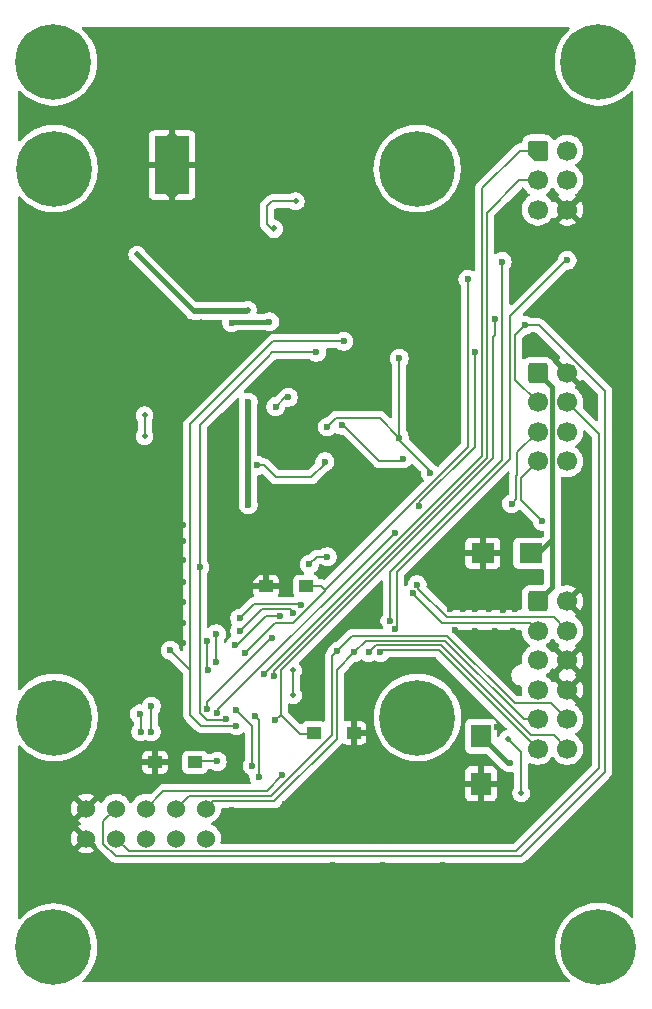
<source format=gbr>
%TF.GenerationSoftware,KiCad,Pcbnew,9.0.0*%
%TF.CreationDate,2026-01-13T23:36:18-06:00*%
%TF.ProjectId,PTN-PumpControlBoard,50544e2d-5075-46d7-9043-6f6e74726f6c,rev?*%
%TF.SameCoordinates,Original*%
%TF.FileFunction,Copper,L2,Bot*%
%TF.FilePolarity,Positive*%
%FSLAX46Y46*%
G04 Gerber Fmt 4.6, Leading zero omitted, Abs format (unit mm)*
G04 Created by KiCad (PCBNEW 9.0.0) date 2026-01-13 23:36:18*
%MOMM*%
%LPD*%
G01*
G04 APERTURE LIST*
G04 Aperture macros list*
%AMRoundRect*
0 Rectangle with rounded corners*
0 $1 Rounding radius*
0 $2 $3 $4 $5 $6 $7 $8 $9 X,Y pos of 4 corners*
0 Add a 4 corners polygon primitive as box body*
4,1,4,$2,$3,$4,$5,$6,$7,$8,$9,$2,$3,0*
0 Add four circle primitives for the rounded corners*
1,1,$1+$1,$2,$3*
1,1,$1+$1,$4,$5*
1,1,$1+$1,$6,$7*
1,1,$1+$1,$8,$9*
0 Add four rect primitives between the rounded corners*
20,1,$1+$1,$2,$3,$4,$5,0*
20,1,$1+$1,$4,$5,$6,$7,0*
20,1,$1+$1,$6,$7,$8,$9,0*
20,1,$1+$1,$8,$9,$2,$3,0*%
%AMFreePoly0*
4,1,22,0.695671,0.830970,0.776777,0.776777,0.830970,0.695671,0.850000,0.600000,0.850000,-0.600000,0.830970,-0.695671,0.776777,-0.776777,0.695671,-0.830970,0.600000,-0.850000,-0.200000,-0.850000,-0.295671,-0.830970,-0.376777,-0.776777,-0.776777,-0.376777,-0.830970,-0.295671,-0.850000,-0.200000,-0.850000,0.600000,-0.830970,0.695671,-0.776777,0.776777,-0.695671,0.830970,-0.600000,0.850000,
0.600000,0.850000,0.695671,0.830970,0.695671,0.830970,$1*%
G04 Aperture macros list end*
%TA.AperFunction,SMDPad,CuDef*%
%ADD10R,1.143000X0.990600*%
%TD*%
%TA.AperFunction,ComponentPad*%
%ADD11C,3.600000*%
%TD*%
%TA.AperFunction,ConnectorPad*%
%ADD12C,6.400000*%
%TD*%
%TA.AperFunction,ComponentPad*%
%ADD13C,1.524000*%
%TD*%
%TA.AperFunction,ComponentPad*%
%ADD14RoundRect,0.250000X-0.600000X-0.600000X0.600000X-0.600000X0.600000X0.600000X-0.600000X0.600000X0*%
%TD*%
%TA.AperFunction,ComponentPad*%
%ADD15C,1.700000*%
%TD*%
%TA.AperFunction,ComponentPad*%
%ADD16FreePoly0,0.000000*%
%TD*%
%TA.AperFunction,ComponentPad*%
%ADD17C,0.600000*%
%TD*%
%TA.AperFunction,SMDPad,CuDef*%
%ADD18R,2.950000X4.900000*%
%TD*%
%TA.AperFunction,SMDPad,CuDef*%
%ADD19R,1.970000X1.670000*%
%TD*%
%TA.AperFunction,SMDPad,CuDef*%
%ADD20R,1.670000X1.970000*%
%TD*%
%TA.AperFunction,ViaPad*%
%ADD21C,0.600000*%
%TD*%
%TA.AperFunction,ViaPad*%
%ADD22C,0.500000*%
%TD*%
%TA.AperFunction,Conductor*%
%ADD23C,0.200000*%
%TD*%
%TA.AperFunction,Conductor*%
%ADD24C,0.400000*%
%TD*%
%TA.AperFunction,Conductor*%
%ADD25C,0.500000*%
%TD*%
%TA.AperFunction,Conductor*%
%ADD26C,0.300000*%
%TD*%
G04 APERTURE END LIST*
D10*
%TO.P,D2,2,A2*%
%TO.N,/TACH_PSOM*%
X138660900Y-113300000D03*
%TO.P,D2,1,A1*%
%TO.N,GND*%
X142039100Y-113300000D03*
%TD*%
D11*
%TO.P,H2,1,1*%
%TO.N,unconnected-(H2-Pad1)_2*%
X116608500Y-131450000D03*
D12*
%TO.N,unconnected-(H2-Pad1)_1*%
X116608500Y-131450000D03*
%TD*%
D11*
%TO.P,H4,1,1*%
%TO.N,unconnected-(H4-Pad1)_2*%
X116600000Y-56500000D03*
D12*
%TO.N,unconnected-(H4-Pad1)*%
X116600000Y-56500000D03*
%TD*%
D13*
%TO.P,J5,1,GND*%
%TO.N,GND*%
X119368500Y-119714000D03*
%TO.P,J5,2,GND*%
X119368500Y-122254000D03*
%TO.P,J5,3,CH7*%
%TO.N,/PUMP_TACH*%
X121908500Y-119714000D03*
%TO.P,J5,4,CH6*%
%TO.N,/PUMP_PWM*%
X121908500Y-122254000D03*
%TO.P,J5,5,CH5*%
%TO.N,/FLOW1*%
X124448500Y-119714000D03*
%TO.P,J5,6,CH4*%
%TO.N,/FAN_SCL*%
X124448500Y-122254000D03*
%TO.P,J5,7,CH3*%
%TO.N,/FAN1_PWM*%
X126988500Y-119714000D03*
%TO.P,J5,8,CH2*%
%TO.N,/FAN_SDA*%
X126988500Y-122254000D03*
%TO.P,J5,9,CH1*%
%TO.N,/FAN1_TACH*%
X129528500Y-119714000D03*
%TO.P,J5,10,CH0*%
%TO.N,unconnected-(J5-CH0-Pad10)*%
X129528500Y-122254000D03*
%TD*%
D11*
%TO.P,J4,25,MNT*%
%TO.N,unconnected-(J4-MNT-Pad25)_2*%
X147418500Y-112014000D03*
D12*
%TO.N,unconnected-(J4-MNT-Pad25)*%
X147418500Y-112014000D03*
D11*
%TO.P,J4,26,MNT*%
%TO.N,unconnected-(J4-MNT-Pad26)_2*%
X116668500Y-112014000D03*
D12*
%TO.N,unconnected-(J4-MNT-Pad26)*%
X116668500Y-112014000D03*
D11*
%TO.P,J4,27,MNT*%
%TO.N,unconnected-(J4-MNT-Pad27)*%
X116668500Y-65544000D03*
D12*
%TO.N,unconnected-(J4-MNT-Pad27)_1*%
X116668500Y-65544000D03*
D11*
%TO.P,J4,28,MNT*%
%TO.N,unconnected-(J4-MNT-Pad28)*%
X147408500Y-65544000D03*
D12*
%TO.N,unconnected-(J4-MNT-Pad28)_2*%
X147408500Y-65544000D03*
%TD*%
D14*
%TO.P,J3,1,Pin_1*%
%TO.N,+12V*%
X157608500Y-102164000D03*
D15*
%TO.P,J3,2,Pin_2*%
%TO.N,/FLOW1_SIG*%
X157608500Y-104664000D03*
%TO.P,J3,3,Pin_3*%
%TO.N,+12V*%
X157608500Y-107164000D03*
%TO.P,J3,4,Pin_4*%
%TO.N,+24V*%
X157608500Y-109664000D03*
%TO.P,J3,5,Pin_5*%
%TO.N,/FAN1_TACH*%
X157608500Y-112164000D03*
%TO.P,J3,6,Pin_6*%
%TO.N,/FAN2_TACH*%
X157608500Y-114664000D03*
%TO.P,J3,7,Pin_7*%
%TO.N,GND*%
X160108500Y-102164000D03*
%TO.P,J3,8,Pin_8*%
%TO.N,/FLOW2_SIG*%
X160108500Y-104664000D03*
%TO.P,J3,9,Pin_9*%
%TO.N,GND*%
X160108500Y-107164000D03*
%TO.P,J3,10,Pin_10*%
X160108500Y-109664000D03*
%TO.P,J3,11,Pin_11*%
%TO.N,/FAN1_PWM*%
X160108500Y-112164000D03*
%TO.P,J3,12,Pin_12*%
%TO.N,/FAN2_PWM*%
X160108500Y-114664000D03*
%TD*%
D14*
%TO.P,J2,1,Pin_1*%
%TO.N,+12V*%
X157608500Y-82814000D03*
D15*
%TO.P,J2,2,Pin_2*%
%TO.N,/PUMP_TACH*%
X157608500Y-85314000D03*
%TO.P,J2,3,Pin_3*%
%TO.N,/TEMP_IN1*%
X157608500Y-87814000D03*
%TO.P,J2,4,Pin_4*%
%TO.N,/TEMP_IN2*%
X157608500Y-90314000D03*
%TO.P,J2,5,Pin_5*%
%TO.N,GND*%
X160108500Y-82814000D03*
%TO.P,J2,6,Pin_6*%
%TO.N,/PUMP_PWM*%
X160108500Y-85314000D03*
%TO.P,J2,7,Pin_7*%
%TO.N,AGND*%
X160108500Y-87814000D03*
%TO.P,J2,8,Pin_8*%
X160108500Y-90314000D03*
%TD*%
D11*
%TO.P,H3,1,1*%
%TO.N,unconnected-(H3-Pad1)_2*%
X162750000Y-56500000D03*
D12*
%TO.N,unconnected-(H3-Pad1)_1*%
X162750000Y-56500000D03*
%TD*%
D15*
%TO.P,J1,1,Pin_1*%
%TO.N,/24V_IN*%
X157608500Y-69000000D03*
%TO.P,J1,2,Pin_2*%
%TO.N,/CAN_H*%
X157608500Y-66500000D03*
D16*
%TO.P,J1,3,Pin_3*%
%TO.N,/CAN_L*%
X157608500Y-64000000D03*
D15*
%TO.P,J1,4,Pin_4*%
%TO.N,GND*%
X160108500Y-69000000D03*
%TO.P,J1,5,Pin_5*%
%TO.N,/CAN_H*%
X160108500Y-66500000D03*
%TO.P,J1,6,Pin_6*%
%TO.N,/CAN_L*%
X160108500Y-64000000D03*
%TD*%
D11*
%TO.P,H1,1,1*%
%TO.N,unconnected-(H1-Pad1)*%
X162750000Y-131414000D03*
D12*
%TO.N,unconnected-(H1-Pad1)_2*%
X162750000Y-131414000D03*
%TD*%
D17*
%TO.P,U3,9,GND*%
%TO.N,GND*%
X126006750Y-63300000D03*
X126006750Y-64600000D03*
X126006750Y-65900000D03*
X126006750Y-67200000D03*
D18*
X126656750Y-65250000D03*
D17*
X127306750Y-63300000D03*
X127306750Y-64600000D03*
X127306750Y-65900000D03*
X127306750Y-67200000D03*
%TD*%
D10*
%TO.P,D1,1,A1*%
%TO.N,GND*%
X134610900Y-100900000D03*
%TO.P,D1,2,A2*%
%TO.N,/PWM_PSOM*%
X137989100Y-100900000D03*
%TD*%
%TO.P,D4,1,A1*%
%TO.N,GND*%
X125210900Y-115800000D03*
%TO.P,D4,2,A2*%
%TO.N,/FLOW2*%
X128589100Y-115800000D03*
%TD*%
D19*
%TO.P,D14,1,K*%
%TO.N,+12V*%
X157025000Y-98100000D03*
%TO.P,D14,2,A*%
%TO.N,GND*%
X152975000Y-98100000D03*
%TD*%
D20*
%TO.P,D13,1,K*%
%TO.N,+24V*%
X152800000Y-113575000D03*
%TO.P,D13,2,A*%
%TO.N,GND*%
X152800000Y-117625000D03*
%TD*%
D21*
%TO.N,/TEMP1*%
X138875500Y-81075500D03*
%TO.N,+3.3V*%
X135100000Y-105250000D03*
X129607500Y-111300000D03*
X147574265Y-94074265D03*
X152300000Y-81100000D03*
%TO.N,GND*%
X151900000Y-95000000D03*
D22*
X130100000Y-78600000D03*
D21*
X131200000Y-95200000D03*
X118300000Y-96200000D03*
X120500000Y-93000000D03*
X152800000Y-94000000D03*
X124000000Y-93100000D03*
X154000000Y-104700000D03*
X118200000Y-77100000D03*
X154700000Y-92300000D03*
D22*
X133400000Y-65000000D03*
X117528500Y-89100000D03*
D21*
X154700000Y-107700000D03*
X157600000Y-130300000D03*
D22*
X134300000Y-71200000D03*
D21*
X150600000Y-104600000D03*
X117000000Y-102600000D03*
X120800000Y-102400000D03*
X115500000Y-75600000D03*
X119100000Y-74700000D03*
X114800000Y-71600000D03*
X115100000Y-96100000D03*
X165200000Y-109100000D03*
D22*
X135800000Y-65800000D03*
D21*
X131200000Y-103500000D03*
X153300000Y-111900000D03*
X148800000Y-117800000D03*
X140100000Y-116500000D03*
X163800000Y-120500000D03*
X142100000Y-58100000D03*
X149700000Y-108100000D03*
X125900000Y-90137000D03*
X131150000Y-129750000D03*
X165100000Y-91100000D03*
X127600000Y-104000000D03*
X154200000Y-112800000D03*
X144600000Y-68821000D03*
X114800000Y-91400000D03*
X155500000Y-106400000D03*
X150500000Y-109000000D03*
X165100000Y-114500000D03*
X147100000Y-56600000D03*
X142300000Y-54600000D03*
X137200000Y-63100000D03*
X131200000Y-98600000D03*
D22*
X120400000Y-73000000D03*
D21*
X116900000Y-70400000D03*
D22*
X133300000Y-63700000D03*
D21*
X115500000Y-88100000D03*
X115200000Y-100600000D03*
X163700000Y-126000000D03*
X154700000Y-102900000D03*
D22*
X120700000Y-68700000D03*
D21*
X131700000Y-120600000D03*
X152100000Y-59900000D03*
X126000000Y-77400000D03*
X116600000Y-92900000D03*
X144500000Y-124500000D03*
X115200000Y-105200000D03*
D22*
X151000000Y-97500000D03*
D21*
X136200000Y-122400000D03*
D22*
X129100000Y-78500000D03*
D21*
X151600000Y-67800000D03*
D22*
X122000000Y-73100000D03*
D21*
X127600000Y-97100000D03*
D22*
X144207907Y-115492093D03*
D21*
X151800000Y-70600000D03*
X136200000Y-121300000D03*
X119000000Y-100500000D03*
D22*
X133500000Y-71000000D03*
D21*
X158400000Y-59500000D03*
X119100000Y-61200000D03*
X123600000Y-75500000D03*
D22*
X134500000Y-65800000D03*
D21*
X127600000Y-102200000D03*
X131200000Y-96900000D03*
X127600000Y-98700000D03*
D22*
X138157701Y-108200000D03*
X132800000Y-70400000D03*
D21*
X121900000Y-96100000D03*
D22*
X120200000Y-70000000D03*
D21*
X142000000Y-119400000D03*
D22*
X131100000Y-70000000D03*
D21*
X131700000Y-122500000D03*
X116400000Y-98300000D03*
X121000000Y-76300000D03*
X151500000Y-63600000D03*
X160000000Y-125400000D03*
X127600000Y-100500000D03*
X122400000Y-61500000D03*
X150200000Y-102800000D03*
X152300000Y-104700000D03*
X125300000Y-96100000D03*
X116800000Y-73300000D03*
X131700000Y-121500000D03*
X127600000Y-95700000D03*
X147800000Y-107300000D03*
X131200000Y-100300000D03*
X155100000Y-125900000D03*
X151300000Y-102800000D03*
X142200000Y-117000000D03*
X154100000Y-106500000D03*
X153500000Y-102800000D03*
X140300000Y-124500000D03*
X131700000Y-119800000D03*
X155500000Y-104700000D03*
X165100000Y-70500000D03*
X136200000Y-119300000D03*
X149500000Y-75700000D03*
X126700000Y-93100000D03*
X114900000Y-78300000D03*
X151300000Y-109900000D03*
X155700000Y-102800000D03*
X152300000Y-102800000D03*
X153700000Y-93200000D03*
X152200000Y-110800000D03*
X164400000Y-61400000D03*
X146600000Y-107300000D03*
X121500000Y-64000000D03*
X127162014Y-85049014D03*
D22*
X123956750Y-62000000D03*
D21*
X165100000Y-102600000D03*
X144000000Y-63000000D03*
X139400000Y-54600000D03*
X140700000Y-63000000D03*
X119500000Y-105200000D03*
D22*
X133100000Y-65900000D03*
X121800000Y-68500000D03*
D21*
X136200000Y-120300000D03*
D22*
X133700000Y-66400000D03*
D21*
X158300000Y-127800000D03*
X131200000Y-102000000D03*
X149600000Y-124500000D03*
X127600000Y-105700000D03*
X165100000Y-65500000D03*
X165100000Y-98600000D03*
X141700000Y-121900000D03*
X142408500Y-103514000D03*
X117400000Y-86000000D03*
X153600000Y-122000000D03*
X148900000Y-107400000D03*
X149400000Y-72400000D03*
X152800000Y-106400000D03*
X165100000Y-79200000D03*
D22*
X132000000Y-69900000D03*
X120200000Y-71400000D03*
D21*
X164900000Y-83300000D03*
X147300000Y-92200000D03*
X120500000Y-98300000D03*
X135300000Y-60900000D03*
D22*
X140000000Y-95600000D03*
D21*
%TO.N,AGND*%
X148500000Y-91300000D03*
X130408500Y-104914000D03*
X145900000Y-88300000D03*
X139795000Y-87405000D03*
X130408500Y-107314000D03*
X145900000Y-81600000D03*
%TO.N,+24V*%
X133100000Y-85300000D03*
D22*
X123700000Y-72800000D03*
D21*
X133100000Y-94000000D03*
X155250000Y-115850000D03*
D22*
X133056500Y-77500000D03*
D21*
%TO.N,/CAN_L*%
X134408500Y-108314000D03*
%TO.N,/~{SMBALERT}*%
X132000000Y-105900000D03*
X135800000Y-103414997D03*
%TO.N,/FAN1_TACH*%
X142083499Y-106500000D03*
%TO.N,/CAN_H*%
X135248500Y-108514000D03*
%TO.N,/FAN2_TACH*%
X144283499Y-106500000D03*
%TO.N,/FAN1_PWM*%
X140611250Y-106411250D03*
%TO.N,/FAN2_PWM*%
X143300000Y-106500000D03*
%TO.N,/FAN_SCL*%
X124000000Y-113200000D03*
X123900000Y-111700000D03*
X136917266Y-103131263D03*
X132381058Y-104689972D03*
%TO.N,/FAN_SDA*%
X137567266Y-102481263D03*
X132384235Y-103589735D03*
X124900000Y-113200000D03*
X124900000Y-111065000D03*
%TO.N,VDDA*%
X129608500Y-105514000D03*
X139597500Y-90356000D03*
X133875000Y-90667000D03*
X129659765Y-108011265D03*
%TO.N,/TEMP1*%
X131248497Y-112100000D03*
X129007500Y-99300000D03*
%TO.N,/TEMP2*%
X141200000Y-80156000D03*
X132100000Y-112700000D03*
X126500000Y-106300000D03*
D22*
%TO.N,+12V*%
X156200000Y-118400000D03*
D21*
X131700000Y-78600000D03*
X134900000Y-78500000D03*
D22*
X155100000Y-113800000D03*
D21*
%TO.N,/PUMP_TACH*%
X156500000Y-78800000D03*
%TO.N,/FLOW1*%
X138266735Y-99033265D03*
D22*
X136900000Y-110100000D03*
X136900000Y-108000000D03*
D21*
X139800000Y-98400000D03*
X135975735Y-116875735D03*
%TO.N,/FLOW2*%
X130474265Y-115725735D03*
X145500000Y-96348500D03*
X130448500Y-111600000D03*
%TO.N,/FAN_CHIP*%
X132048500Y-111348500D03*
X133448500Y-116100000D03*
%TO.N,/FLOW_LED*%
X133700000Y-111900000D03*
X134000000Y-117000000D03*
D22*
%TO.N,Net-(IC1-GATE)*%
X135300000Y-70597000D03*
X137121000Y-68300000D03*
%TO.N,Net-(IC2-GATE)*%
X124328500Y-88200000D03*
X124328500Y-86400000D03*
D21*
%TO.N,/FLOW1_SIG*%
X147022874Y-101463799D03*
%TO.N,/FLOW2_SIG*%
X147400000Y-100758266D03*
%TO.N,/TACH_PSOM*%
X135400000Y-112200000D03*
X154020257Y-78244363D03*
%TO.N,/PWM_PSOM*%
X151699000Y-74901000D03*
X132848500Y-106548500D03*
%TO.N,/Fans+Pump/PUMP_PWM_CHIP*%
X145500000Y-104497000D03*
X160100000Y-73300000D03*
%TO.N,/Fans+Pump/PUMP_TACH_CHIP*%
X154600000Y-73400000D03*
X145100000Y-103800000D03*
%TO.N,Net-(U2A--)*%
X135421235Y-85678765D03*
X136500000Y-84900000D03*
%TO.N,/TEMP_IN1*%
X155400000Y-93900000D03*
X141008500Y-87250000D03*
X146200000Y-90100000D03*
%TO.N,/TEMP_IN2*%
X158000000Y-95400000D03*
%TD*%
D23*
%TO.N,/TEMP1*%
X129007500Y-87215000D02*
X134761250Y-81461250D01*
X135147000Y-81075500D02*
X134761250Y-81461250D01*
X138875500Y-81075500D02*
X135147000Y-81075500D01*
%TO.N,/TEMP2*%
X141200000Y-80156000D02*
X135216558Y-80156000D01*
X135216558Y-80156000D02*
X128200000Y-87172557D01*
X128200000Y-87172557D02*
X128200000Y-111700000D01*
D24*
%TO.N,+12V*%
X131700000Y-78600000D02*
X131800000Y-78500000D01*
X131800000Y-78500000D02*
X134900000Y-78500000D01*
D23*
%TO.N,+3.3V*%
X129600000Y-111300000D02*
X129607500Y-111300000D01*
X147574265Y-93792835D02*
X152300000Y-89067100D01*
X135100000Y-105250000D02*
X135050000Y-105250000D01*
X147574265Y-94074265D02*
X147574265Y-93792835D01*
X129600000Y-110700000D02*
X129600000Y-111300000D01*
X152300000Y-89067100D02*
X152300000Y-81100000D01*
X135050000Y-105250000D02*
X129600000Y-110700000D01*
%TO.N,GND*%
X138250000Y-95600000D02*
X133050000Y-100800000D01*
X140000000Y-95600000D02*
X138250000Y-95600000D01*
X151000000Y-97500000D02*
X151600000Y-98100000D01*
X138157701Y-107764799D02*
X138157701Y-108200000D01*
X127162014Y-85049014D02*
X125900000Y-86311028D01*
X151600000Y-98100000D02*
X152975000Y-98100000D01*
X142408500Y-103514000D02*
X138157701Y-107764799D01*
X125900000Y-86311028D02*
X125900000Y-90137000D01*
%TO.N,AGND*%
X140551000Y-86649000D02*
X144249000Y-86649000D01*
X130408500Y-107314000D02*
X130408500Y-104914000D01*
X144249000Y-86649000D02*
X145900000Y-88300000D01*
X148500000Y-91300000D02*
X148500000Y-91100000D01*
X145900000Y-88500000D02*
X145900000Y-88300000D01*
X145900000Y-81600000D02*
X145900000Y-88300000D01*
X139795000Y-87405000D02*
X140551000Y-86649000D01*
X148500000Y-91100000D02*
X145900000Y-88500000D01*
D24*
%TO.N,+24V*%
X128476000Y-77576000D02*
X123700000Y-72800000D01*
X155250000Y-115850000D02*
X155075000Y-115850000D01*
D25*
X132980500Y-77576000D02*
X133056500Y-77500000D01*
D24*
X155075000Y-115850000D02*
X152800000Y-113575000D01*
D25*
X128476000Y-77576000D02*
X132980500Y-77576000D01*
X133100000Y-94000000D02*
X133100000Y-85300000D01*
D23*
%TO.N,/CAN_L*%
X134408500Y-108314000D02*
X152900000Y-89822500D01*
X152900000Y-89822500D02*
X152900000Y-67202872D01*
X156102872Y-64000000D02*
X157608500Y-64000000D01*
X152900000Y-67202872D02*
X156102872Y-64000000D01*
%TO.N,/~{SMBALERT}*%
X132200000Y-105800000D02*
X132100000Y-105800000D01*
X134585003Y-103414997D02*
X132200000Y-105800000D01*
X132100000Y-105800000D02*
X132000000Y-105900000D01*
X135800000Y-103414997D02*
X134585003Y-103414997D01*
%TO.N,/FAN1_TACH*%
X140600000Y-107983499D02*
X142083499Y-106500000D01*
X156464000Y-112164000D02*
X149798000Y-105498000D01*
X142083499Y-106500000D02*
X143085498Y-105498000D01*
X140600000Y-113800000D02*
X140600000Y-107983499D01*
X135300000Y-119100000D02*
X140600000Y-113800000D01*
X130142500Y-119100000D02*
X135300000Y-119100000D01*
X157608500Y-112164000D02*
X156464000Y-112164000D01*
X149798000Y-105498000D02*
X143085498Y-105498000D01*
X129528500Y-119714000D02*
X130142500Y-119100000D01*
%TO.N,/CAN_H*%
X153300000Y-87602000D02*
X153300000Y-90000000D01*
X157608500Y-66500000D02*
X156050000Y-66500000D01*
X135248500Y-108051500D02*
X135248500Y-108514000D01*
X153301000Y-87601000D02*
X153300000Y-87602000D01*
X153300000Y-90000000D02*
X135248500Y-108051500D01*
X153301000Y-69249000D02*
X153301000Y-87601000D01*
X156050000Y-66500000D02*
X153301000Y-69249000D01*
%TO.N,/FAN2_TACH*%
X144483499Y-106300000D02*
X144283499Y-106500000D01*
X149244500Y-106300000D02*
X144483499Y-106300000D01*
X149244500Y-106300000D02*
X157608500Y-114664000D01*
%TO.N,/PUMP_PWM*%
X162800000Y-88005500D02*
X160108500Y-85314000D01*
X155783000Y-123317000D02*
X162800000Y-116300000D01*
X122971500Y-123317000D02*
X155783000Y-123317000D01*
X162800000Y-116300000D02*
X162800000Y-88005500D01*
X121908500Y-122254000D02*
X122971500Y-123317000D01*
%TO.N,/FAN1_PWM*%
X128051500Y-118651000D02*
X135049000Y-118651000D01*
X155682100Y-110815000D02*
X149964100Y-105097000D01*
X140199000Y-113501000D02*
X140199000Y-106823500D01*
X140199000Y-106823500D02*
X140611250Y-106411250D01*
X140611250Y-106411250D02*
X141925500Y-105097000D01*
X126988500Y-119714000D02*
X128051500Y-118651000D01*
X149964100Y-105097000D02*
X141925500Y-105097000D01*
X158759500Y-110815000D02*
X155682100Y-110815000D01*
X135049000Y-118651000D02*
X140199000Y-113501000D01*
X160108500Y-112164000D02*
X158759500Y-110815000D01*
%TO.N,/FAN2_PWM*%
X160108500Y-114664000D02*
X158957500Y-113513000D01*
X149410600Y-105899000D02*
X143901000Y-105899000D01*
X157024600Y-113513000D02*
X149410600Y-105899000D01*
X143300000Y-106500000D02*
X143901000Y-105899000D01*
X158957500Y-113513000D02*
X157024600Y-113513000D01*
%TO.N,/FAN_SCL*%
X136917266Y-103131263D02*
X136601000Y-102814997D01*
X124000000Y-113200000D02*
X124000000Y-111800000D01*
X134256033Y-102814997D02*
X132381058Y-104689972D01*
X124000000Y-111800000D02*
X123900000Y-111700000D01*
X136601000Y-102814997D02*
X134256033Y-102814997D01*
%TO.N,/FAN_SDA*%
X137567266Y-102481263D02*
X137500000Y-102413997D01*
X137500000Y-102413997D02*
X133559973Y-102413997D01*
X133559973Y-102413997D02*
X132384235Y-103589735D01*
X124900000Y-113200000D02*
X124900000Y-111065000D01*
%TO.N,VDDA*%
X138441500Y-91656000D02*
X139597500Y-90500000D01*
X133875000Y-90667000D02*
X133886000Y-90656000D01*
X135453500Y-91656000D02*
X138441500Y-91656000D01*
X129648500Y-108000000D02*
X129648500Y-105554000D01*
X139597500Y-90500000D02*
X139597500Y-90356000D01*
X129648500Y-105554000D02*
X129608500Y-105514000D01*
X134453500Y-90656000D02*
X135453500Y-91656000D01*
X133886000Y-90656000D02*
X134453500Y-90656000D01*
X129659765Y-108011265D02*
X129648500Y-108000000D01*
%TO.N,/TEMP1*%
X131148497Y-112200000D02*
X131248497Y-112100000D01*
X129007500Y-99300000D02*
X129007500Y-111607500D01*
X129007500Y-99300000D02*
X129007500Y-87215000D01*
X129007500Y-111607500D02*
X129600000Y-112200000D01*
X129600000Y-112200000D02*
X131148497Y-112200000D01*
%TO.N,/TEMP2*%
X129100000Y-112700000D02*
X128200000Y-111800000D01*
X128200000Y-111800000D02*
X128200000Y-111700000D01*
X132100000Y-112700000D02*
X129100000Y-112700000D01*
X128200000Y-111700000D02*
X128200000Y-108000000D01*
X128200000Y-108000000D02*
X126500000Y-106300000D01*
%TO.N,+12V*%
X156200000Y-118400000D02*
X156200000Y-114900000D01*
D24*
X157608500Y-82814000D02*
X158858500Y-84064000D01*
D23*
X156200000Y-114900000D02*
X155100000Y-113800000D01*
D24*
X158858500Y-100914000D02*
X157608500Y-102164000D01*
X157658500Y-98100000D02*
X158858500Y-96900000D01*
X157025000Y-98100000D02*
X157658500Y-98100000D01*
X158858500Y-96900000D02*
X158858500Y-100914000D01*
D26*
X158809500Y-100963000D02*
X157608500Y-102164000D01*
D24*
X158858500Y-84064000D02*
X158858500Y-96900000D01*
D23*
%TO.N,/PUMP_TACH*%
X120845500Y-122694310D02*
X120845500Y-120777000D01*
X120845500Y-120777000D02*
X121908500Y-119714000D01*
X155700000Y-79600000D02*
X155700000Y-83405500D01*
X163300000Y-116600000D02*
X156182000Y-123718000D01*
X163300000Y-84377740D02*
X163300000Y-116600000D01*
X156500000Y-78800000D02*
X155700000Y-79600000D01*
X155700000Y-83405500D02*
X157608500Y-85314000D01*
X157722260Y-78800000D02*
X163300000Y-84377740D01*
X121869190Y-123718000D02*
X120845500Y-122694310D01*
X156182000Y-123718000D02*
X121869190Y-123718000D01*
X156500000Y-78800000D02*
X157722260Y-78800000D01*
%TO.N,/FLOW1*%
X136900000Y-110100000D02*
X136900000Y-108000000D01*
X125912500Y-118250000D02*
X134650000Y-118250000D01*
X139800000Y-98400000D02*
X138900000Y-98400000D01*
X136000000Y-116900000D02*
X135975735Y-116875735D01*
X134650000Y-118250000D02*
X136000000Y-116900000D01*
X138900000Y-98400000D02*
X138266735Y-99033265D01*
X124448500Y-119714000D02*
X125912500Y-118250000D01*
%TO.N,/FLOW2*%
X130448500Y-111600000D02*
X130448500Y-111400000D01*
X128663365Y-115725735D02*
X128589100Y-115800000D01*
X130474265Y-115725735D02*
X128663365Y-115725735D01*
X130448500Y-111400000D02*
X145500000Y-96348500D01*
%TO.N,/FAN_CHIP*%
X133448500Y-112748500D02*
X133448500Y-116100000D01*
X132048500Y-111348500D02*
X133448500Y-112748500D01*
%TO.N,/FLOW_LED*%
X134000000Y-117000000D02*
X134049500Y-116950500D01*
X134049500Y-112249500D02*
X133700000Y-111900000D01*
X134049500Y-116950500D02*
X134049500Y-112249500D01*
%TO.N,Net-(IC1-GATE)*%
X135121000Y-68300000D02*
X137121000Y-68300000D01*
X134700000Y-70221000D02*
X134700000Y-68721000D01*
X134700000Y-68721000D02*
X135121000Y-68300000D01*
X135300000Y-70821000D02*
X134700000Y-70221000D01*
%TO.N,Net-(IC2-GATE)*%
X124328500Y-86400000D02*
X124328500Y-88200000D01*
%TO.N,/FLOW1_SIG*%
X147022874Y-101522874D02*
X149500000Y-104000000D01*
X147022874Y-101463799D02*
X147022874Y-101522874D01*
X156944500Y-104000000D02*
X157608500Y-104664000D01*
X149500000Y-104000000D02*
X156944500Y-104000000D01*
%TO.N,/FLOW2_SIG*%
X147400000Y-100758266D02*
X147500000Y-100858266D01*
X147500000Y-100858266D02*
X147500000Y-101100000D01*
X147500000Y-101100000D02*
X149913000Y-103513000D01*
X158957500Y-103513000D02*
X160108500Y-104664000D01*
X149913000Y-103513000D02*
X158957500Y-103513000D01*
%TO.N,/TACH_PSOM*%
X154020257Y-79580743D02*
X153800000Y-79801000D01*
X153800000Y-79801000D02*
X153800000Y-90067100D01*
X154020257Y-78244363D02*
X154020257Y-79580743D01*
X135849500Y-108017600D02*
X135849500Y-111750500D01*
X135849500Y-111750500D02*
X135400000Y-112200000D01*
X153800000Y-90067100D02*
X135849500Y-108017600D01*
%TO.N,/PWM_PSOM*%
X151699000Y-89101000D02*
X151699000Y-74901000D01*
X139600000Y-101200000D02*
X151699000Y-89101000D01*
X139600000Y-101200000D02*
X139300000Y-100900000D01*
X139300000Y-100900000D02*
X137989100Y-100900000D01*
X139600000Y-101200000D02*
X139600000Y-101298472D01*
X139600000Y-101298472D02*
X136882475Y-104015997D01*
X136882475Y-104015997D02*
X135381003Y-104015997D01*
X135381003Y-104015997D02*
X132848500Y-106548500D01*
%TO.N,/Fans+Pump/PUMP_PWM_CHIP*%
X155267500Y-90112382D02*
X155267500Y-78032500D01*
X160100000Y-73200000D02*
X160100000Y-73300000D01*
X145701000Y-99678882D02*
X155267500Y-90112382D01*
X145701000Y-104296000D02*
X145701000Y-99678882D01*
X145500000Y-104497000D02*
X145701000Y-104296000D01*
X155267500Y-78032500D02*
X160100000Y-73200000D01*
%TO.N,/Fans+Pump/PUMP_TACH_CHIP*%
X154600000Y-90212782D02*
X145100000Y-99712782D01*
X154621257Y-78493306D02*
X154600000Y-78514563D01*
X154600000Y-77974163D02*
X154621257Y-77995420D01*
X154600000Y-78514563D02*
X154600000Y-90212782D01*
X154621257Y-77995420D02*
X154621257Y-78493306D01*
X154600000Y-73400000D02*
X154600000Y-77974163D01*
X145100000Y-99712782D02*
X145100000Y-103800000D01*
%TO.N,Net-(U2A--)*%
X136200000Y-84900000D02*
X136500000Y-84900000D01*
X135421235Y-85678765D02*
X136200000Y-84900000D01*
%TO.N,/TEMP_IN1*%
X155900000Y-91455400D02*
X155900000Y-89522500D01*
X155400000Y-93900000D02*
X155799000Y-93501000D01*
X146000000Y-90300000D02*
X144200000Y-90300000D01*
X141150000Y-87250000D02*
X141008500Y-87250000D01*
X155900000Y-89522500D02*
X157608500Y-87814000D01*
X155799000Y-93501000D02*
X155799000Y-91556400D01*
X144200000Y-90300000D02*
X141150000Y-87250000D01*
X146200000Y-90100000D02*
X146000000Y-90300000D01*
X155799000Y-91556400D02*
X155900000Y-91455400D01*
%TO.N,/TEMP_IN2*%
X156200000Y-93600000D02*
X156200000Y-91722500D01*
X156200000Y-91722500D02*
X157608500Y-90314000D01*
X158000000Y-95400000D02*
X156200000Y-93600000D01*
%TO.N,/TACH_PSOM*%
X138560900Y-113400000D02*
X138660900Y-113300000D01*
X135849500Y-111750500D02*
X137499000Y-113400000D01*
X137499000Y-113400000D02*
X138560900Y-113400000D01*
%TD*%
%TA.AperFunction,Conductor*%
%TO.N,GND*%
G36*
X161664203Y-87719384D02*
G01*
X161670681Y-87725416D01*
X162163181Y-88217916D01*
X162196666Y-88279239D01*
X162199500Y-88305597D01*
X162199500Y-115999902D01*
X162179815Y-116066941D01*
X162163181Y-116087583D01*
X155570584Y-122680181D01*
X155509261Y-122713666D01*
X155482903Y-122716500D01*
X130876367Y-122716500D01*
X130809328Y-122696815D01*
X130763573Y-122644011D01*
X130753629Y-122574853D01*
X130758437Y-122554179D01*
X130759913Y-122549636D01*
X130791000Y-122353360D01*
X130791000Y-122154639D01*
X130759931Y-121958479D01*
X130759913Y-121958364D01*
X130698505Y-121769368D01*
X130698505Y-121769367D01*
X130608286Y-121592305D01*
X130581388Y-121555283D01*
X130491481Y-121431536D01*
X130350964Y-121291019D01*
X130190194Y-121174213D01*
X130033718Y-121094484D01*
X129982923Y-121046510D01*
X129966128Y-120978689D01*
X129988665Y-120912554D01*
X130033718Y-120873515D01*
X130190194Y-120793787D01*
X130350964Y-120676981D01*
X130491481Y-120536464D01*
X130608287Y-120375694D01*
X130698505Y-120198632D01*
X130759913Y-120009636D01*
X130791000Y-119813361D01*
X130791000Y-119813359D01*
X130791762Y-119808549D01*
X130793176Y-119808773D01*
X130815766Y-119749491D01*
X130871994Y-119708015D01*
X130914506Y-119700500D01*
X135213331Y-119700500D01*
X135213347Y-119700501D01*
X135220943Y-119700501D01*
X135379054Y-119700501D01*
X135379057Y-119700501D01*
X135531785Y-119659577D01*
X135609564Y-119614671D01*
X135668716Y-119580520D01*
X135780520Y-119468716D01*
X135780520Y-119468714D01*
X135790724Y-119458511D01*
X135790728Y-119458506D01*
X136591390Y-118657844D01*
X151465000Y-118657844D01*
X151471401Y-118717372D01*
X151471403Y-118717379D01*
X151521645Y-118852086D01*
X151521649Y-118852093D01*
X151607809Y-118967187D01*
X151607812Y-118967190D01*
X151722906Y-119053350D01*
X151722913Y-119053354D01*
X151857620Y-119103596D01*
X151857627Y-119103598D01*
X151917155Y-119109999D01*
X151917172Y-119110000D01*
X152550000Y-119110000D01*
X153050000Y-119110000D01*
X153682828Y-119110000D01*
X153682844Y-119109999D01*
X153742372Y-119103598D01*
X153742379Y-119103596D01*
X153877086Y-119053354D01*
X153877093Y-119053350D01*
X153992187Y-118967190D01*
X153992190Y-118967187D01*
X154078350Y-118852093D01*
X154078354Y-118852086D01*
X154128596Y-118717379D01*
X154128598Y-118717372D01*
X154134999Y-118657844D01*
X154135000Y-118657827D01*
X154135000Y-117875000D01*
X153050000Y-117875000D01*
X153050000Y-119110000D01*
X152550000Y-119110000D01*
X152550000Y-117875000D01*
X151465000Y-117875000D01*
X151465000Y-118657844D01*
X136591390Y-118657844D01*
X138657079Y-116592155D01*
X151465000Y-116592155D01*
X151465000Y-117375000D01*
X152550000Y-117375000D01*
X153050000Y-117375000D01*
X154135000Y-117375000D01*
X154135000Y-116592172D01*
X154134999Y-116592155D01*
X154128598Y-116532627D01*
X154128596Y-116532620D01*
X154078354Y-116397913D01*
X154078350Y-116397906D01*
X153992190Y-116282812D01*
X153992187Y-116282809D01*
X153877093Y-116196649D01*
X153877086Y-116196645D01*
X153742379Y-116146403D01*
X153742372Y-116146401D01*
X153682844Y-116140000D01*
X153050000Y-116140000D01*
X153050000Y-117375000D01*
X152550000Y-117375000D01*
X152550000Y-116140000D01*
X151917155Y-116140000D01*
X151857627Y-116146401D01*
X151857620Y-116146403D01*
X151722913Y-116196645D01*
X151722906Y-116196649D01*
X151607812Y-116282809D01*
X151607809Y-116282812D01*
X151521649Y-116397906D01*
X151521645Y-116397913D01*
X151471403Y-116532620D01*
X151471401Y-116532627D01*
X151465000Y-116592155D01*
X138657079Y-116592155D01*
X140968713Y-114280521D01*
X140968716Y-114280520D01*
X141026622Y-114222614D01*
X141078816Y-114194115D01*
X141087943Y-114189131D01*
X141087944Y-114189131D01*
X141087946Y-114189130D01*
X141128806Y-114192053D01*
X141157635Y-114194115D01*
X141188613Y-114211031D01*
X141225510Y-114238652D01*
X141225513Y-114238654D01*
X141360220Y-114288896D01*
X141360227Y-114288898D01*
X141419755Y-114295299D01*
X141419772Y-114295300D01*
X141789100Y-114295300D01*
X142289100Y-114295300D01*
X142658428Y-114295300D01*
X142658444Y-114295299D01*
X142717972Y-114288898D01*
X142717979Y-114288896D01*
X142852686Y-114238654D01*
X142852693Y-114238650D01*
X142967787Y-114152490D01*
X142967790Y-114152487D01*
X143053950Y-114037393D01*
X143053954Y-114037386D01*
X143104196Y-113902679D01*
X143104198Y-113902672D01*
X143110599Y-113843144D01*
X143110600Y-113843127D01*
X143110600Y-113550000D01*
X142289100Y-113550000D01*
X142289100Y-114295300D01*
X141789100Y-114295300D01*
X141789100Y-113050000D01*
X142289100Y-113050000D01*
X143110600Y-113050000D01*
X143110600Y-112756872D01*
X143110599Y-112756855D01*
X143104198Y-112697327D01*
X143104196Y-112697320D01*
X143053954Y-112562613D01*
X143053950Y-112562606D01*
X142967790Y-112447512D01*
X142967787Y-112447509D01*
X142852693Y-112361349D01*
X142852686Y-112361345D01*
X142717979Y-112311103D01*
X142717972Y-112311101D01*
X142658444Y-112304700D01*
X142289100Y-112304700D01*
X142289100Y-113050000D01*
X141789100Y-113050000D01*
X141789100Y-112304700D01*
X141419755Y-112304700D01*
X141360227Y-112311101D01*
X141353008Y-112312807D01*
X141283238Y-112309062D01*
X141226569Y-112268191D01*
X141200993Y-112203171D01*
X141200500Y-112192128D01*
X141200500Y-111832206D01*
X143718000Y-111832206D01*
X143718000Y-112195794D01*
X143719428Y-112210289D01*
X143753637Y-112557630D01*
X143824564Y-112914212D01*
X143824567Y-112914223D01*
X143930114Y-113262165D01*
X144069254Y-113598078D01*
X144069256Y-113598083D01*
X144240640Y-113918720D01*
X144240651Y-113918738D01*
X144442640Y-114221035D01*
X144442650Y-114221049D01*
X144673307Y-114502106D01*
X144930393Y-114759192D01*
X144930398Y-114759196D01*
X144930399Y-114759197D01*
X145211456Y-114989854D01*
X145513768Y-115191853D01*
X145513777Y-115191858D01*
X145513779Y-115191859D01*
X145834416Y-115363243D01*
X145834418Y-115363243D01*
X145834424Y-115363247D01*
X146170336Y-115502386D01*
X146518267Y-115607930D01*
X146518273Y-115607931D01*
X146518276Y-115607932D01*
X146518287Y-115607935D01*
X146874869Y-115678862D01*
X147236706Y-115714500D01*
X147236709Y-115714500D01*
X147600291Y-115714500D01*
X147600294Y-115714500D01*
X147962131Y-115678862D01*
X148031545Y-115665054D01*
X148318712Y-115607935D01*
X148318723Y-115607932D01*
X148318723Y-115607931D01*
X148318733Y-115607930D01*
X148666664Y-115502386D01*
X149002576Y-115363247D01*
X149323232Y-115191853D01*
X149625544Y-114989854D01*
X149906601Y-114759197D01*
X150163697Y-114502101D01*
X150394354Y-114221044D01*
X150596353Y-113918732D01*
X150767747Y-113598076D01*
X150906886Y-113262164D01*
X151012430Y-112914233D01*
X151012432Y-112914223D01*
X151012435Y-112914212D01*
X151082372Y-112562606D01*
X151083362Y-112557631D01*
X151119000Y-112195794D01*
X151119000Y-111832206D01*
X151083362Y-111470369D01*
X151078151Y-111444172D01*
X151012435Y-111113787D01*
X151012432Y-111113776D01*
X151012431Y-111113773D01*
X151012430Y-111113767D01*
X150906886Y-110765836D01*
X150767747Y-110429924D01*
X150765498Y-110425717D01*
X150596359Y-110109279D01*
X150596358Y-110109277D01*
X150596353Y-110109268D01*
X150394354Y-109806956D01*
X150163697Y-109525899D01*
X150163696Y-109525898D01*
X150163692Y-109525893D01*
X149906606Y-109268807D01*
X149625549Y-109038150D01*
X149625548Y-109038149D01*
X149625544Y-109038146D01*
X149323232Y-108836147D01*
X149323227Y-108836144D01*
X149323220Y-108836140D01*
X149002583Y-108664756D01*
X149002578Y-108664754D01*
X148666665Y-108525614D01*
X148327495Y-108422728D01*
X148318733Y-108420070D01*
X148318732Y-108420069D01*
X148318723Y-108420067D01*
X148318712Y-108420064D01*
X147962130Y-108349137D01*
X147689611Y-108322296D01*
X147600294Y-108313500D01*
X147236706Y-108313500D01*
X147154179Y-108321628D01*
X146874869Y-108349137D01*
X146518287Y-108420064D01*
X146518276Y-108420067D01*
X146170334Y-108525614D01*
X145834421Y-108664754D01*
X145834416Y-108664756D01*
X145513779Y-108836140D01*
X145513761Y-108836151D01*
X145211464Y-109038140D01*
X145211450Y-109038150D01*
X144930393Y-109268807D01*
X144673307Y-109525893D01*
X144442650Y-109806950D01*
X144442640Y-109806964D01*
X144240651Y-110109261D01*
X144240640Y-110109279D01*
X144069256Y-110429916D01*
X144069254Y-110429921D01*
X143930114Y-110765834D01*
X143824567Y-111113776D01*
X143824564Y-111113787D01*
X143753637Y-111470369D01*
X143726438Y-111746532D01*
X143718000Y-111832206D01*
X141200500Y-111832206D01*
X141200500Y-108283596D01*
X141220185Y-108216557D01*
X141236819Y-108195915D01*
X141651652Y-107781082D01*
X142098161Y-107334572D01*
X142159482Y-107301089D01*
X142161649Y-107300638D01*
X142219584Y-107289113D01*
X142316996Y-107269737D01*
X142462678Y-107209394D01*
X142593788Y-107121789D01*
X142604066Y-107111509D01*
X142665387Y-107078024D01*
X142735079Y-107083006D01*
X142779433Y-107111511D01*
X142789708Y-107121787D01*
X142789711Y-107121789D01*
X142920814Y-107209390D01*
X142920827Y-107209397D01*
X143066498Y-107269735D01*
X143066503Y-107269737D01*
X143221153Y-107300499D01*
X143221156Y-107300500D01*
X143221158Y-107300500D01*
X143378844Y-107300500D01*
X143378845Y-107300499D01*
X143533497Y-107269737D01*
X143679179Y-107209394D01*
X143722857Y-107180208D01*
X143789533Y-107159330D01*
X143856913Y-107177814D01*
X143860639Y-107180208D01*
X143904313Y-107209390D01*
X143904326Y-107209397D01*
X144049997Y-107269735D01*
X144050002Y-107269737D01*
X144204652Y-107300499D01*
X144204655Y-107300500D01*
X144204657Y-107300500D01*
X144362343Y-107300500D01*
X144362344Y-107300499D01*
X144516996Y-107269737D01*
X144662678Y-107209394D01*
X144793788Y-107121789D01*
X144905288Y-107010289D01*
X144941824Y-106955610D01*
X144995436Y-106910804D01*
X145044926Y-106900500D01*
X148944403Y-106900500D01*
X149011442Y-106920185D01*
X149032084Y-106936819D01*
X154961034Y-112865769D01*
X154994519Y-112927092D01*
X154989535Y-112996784D01*
X154947663Y-113052717D01*
X154897549Y-113075066D01*
X154881096Y-113078339D01*
X154881082Y-113078343D01*
X154744511Y-113134912D01*
X154744498Y-113134919D01*
X154621584Y-113217048D01*
X154621580Y-113217051D01*
X154517051Y-113321580D01*
X154517048Y-113321584D01*
X154434919Y-113444498D01*
X154434912Y-113444511D01*
X154378343Y-113581082D01*
X154378159Y-113581691D01*
X154377975Y-113581970D01*
X154376011Y-113586714D01*
X154375111Y-113586341D01*
X154339860Y-113640129D01*
X154276047Y-113668584D01*
X154206980Y-113658022D01*
X154154588Y-113611796D01*
X154135499Y-113545693D01*
X154135499Y-112542129D01*
X154135498Y-112542123D01*
X154135497Y-112542116D01*
X154129091Y-112482517D01*
X154128241Y-112480239D01*
X154078797Y-112347671D01*
X154078795Y-112347668D01*
X154078792Y-112347664D01*
X153992546Y-112232454D01*
X153930688Y-112186147D01*
X153930685Y-112186144D01*
X153877335Y-112146206D01*
X153877328Y-112146202D01*
X153742482Y-112095908D01*
X153742483Y-112095908D01*
X153682883Y-112089501D01*
X153682881Y-112089500D01*
X153682873Y-112089500D01*
X153682864Y-112089500D01*
X151917129Y-112089500D01*
X151917123Y-112089501D01*
X151857516Y-112095908D01*
X151722671Y-112146202D01*
X151722664Y-112146206D01*
X151607455Y-112232452D01*
X151607452Y-112232455D01*
X151521206Y-112347664D01*
X151521202Y-112347671D01*
X151470908Y-112482517D01*
X151464902Y-112538384D01*
X151464501Y-112542123D01*
X151464500Y-112542135D01*
X151464500Y-114607870D01*
X151464501Y-114607876D01*
X151470908Y-114667483D01*
X151521202Y-114802328D01*
X151521206Y-114802335D01*
X151607452Y-114917544D01*
X151607455Y-114917547D01*
X151722664Y-115003793D01*
X151722671Y-115003797D01*
X151857517Y-115054091D01*
X151857516Y-115054091D01*
X151864444Y-115054835D01*
X151917127Y-115060500D01*
X153243480Y-115060499D01*
X153310519Y-115080184D01*
X153331161Y-115096818D01*
X154628451Y-116394109D01*
X154628452Y-116394110D01*
X154628455Y-116394112D01*
X154628457Y-116394114D01*
X154719500Y-116454946D01*
X154738289Y-116470367D01*
X154739711Y-116471789D01*
X154739714Y-116471791D01*
X154870814Y-116559390D01*
X154870827Y-116559397D01*
X155016498Y-116619735D01*
X155016503Y-116619737D01*
X155129658Y-116642245D01*
X155171153Y-116650499D01*
X155171156Y-116650500D01*
X155171158Y-116650500D01*
X155328844Y-116650500D01*
X155451308Y-116626140D01*
X155520900Y-116632367D01*
X155576077Y-116675230D01*
X155599322Y-116741120D01*
X155599500Y-116747757D01*
X155599500Y-117910232D01*
X155579815Y-117977271D01*
X155578603Y-117979122D01*
X155534914Y-118044508D01*
X155478343Y-118181082D01*
X155478340Y-118181092D01*
X155449500Y-118326079D01*
X155449500Y-118326082D01*
X155449500Y-118473918D01*
X155449500Y-118473920D01*
X155449499Y-118473920D01*
X155478340Y-118618907D01*
X155478343Y-118618917D01*
X155534912Y-118755488D01*
X155534919Y-118755501D01*
X155617048Y-118878415D01*
X155617051Y-118878419D01*
X155721580Y-118982948D01*
X155721584Y-118982951D01*
X155844498Y-119065080D01*
X155844511Y-119065087D01*
X155952942Y-119110000D01*
X155981087Y-119121658D01*
X155981091Y-119121658D01*
X155981092Y-119121659D01*
X156126079Y-119150500D01*
X156126082Y-119150500D01*
X156273920Y-119150500D01*
X156371462Y-119131096D01*
X156418913Y-119121658D01*
X156555495Y-119065084D01*
X156678416Y-118982951D01*
X156782951Y-118878416D01*
X156865084Y-118755495D01*
X156921658Y-118618913D01*
X156936469Y-118544457D01*
X156950500Y-118473920D01*
X156950500Y-118326079D01*
X156921659Y-118181092D01*
X156921658Y-118181091D01*
X156921658Y-118181087D01*
X156865084Y-118044505D01*
X156821396Y-117979121D01*
X156800520Y-117912444D01*
X156800500Y-117910232D01*
X156800500Y-115970354D01*
X156820185Y-115903315D01*
X156872989Y-115857560D01*
X156942147Y-115847616D01*
X156980792Y-115859868D01*
X157090088Y-115915557D01*
X157292257Y-115981246D01*
X157502213Y-116014500D01*
X157502214Y-116014500D01*
X157714786Y-116014500D01*
X157714787Y-116014500D01*
X157924743Y-115981246D01*
X158126912Y-115915557D01*
X158316316Y-115819051D01*
X158451511Y-115720827D01*
X158488286Y-115694109D01*
X158488288Y-115694106D01*
X158488292Y-115694104D01*
X158638604Y-115543792D01*
X158758183Y-115379204D01*
X158813511Y-115336540D01*
X158883124Y-115330561D01*
X158944920Y-115363166D01*
X158958813Y-115379199D01*
X159040940Y-115492238D01*
X159078396Y-115543792D01*
X159228713Y-115694109D01*
X159400679Y-115819048D01*
X159400681Y-115819049D01*
X159400684Y-115819051D01*
X159590088Y-115915557D01*
X159792257Y-115981246D01*
X160002213Y-116014500D01*
X160002214Y-116014500D01*
X160214786Y-116014500D01*
X160214787Y-116014500D01*
X160424743Y-115981246D01*
X160626912Y-115915557D01*
X160816316Y-115819051D01*
X160951511Y-115720827D01*
X160988286Y-115694109D01*
X160988288Y-115694106D01*
X160988292Y-115694104D01*
X161138604Y-115543792D01*
X161138606Y-115543788D01*
X161138609Y-115543786D01*
X161263548Y-115371820D01*
X161263547Y-115371820D01*
X161263551Y-115371816D01*
X161360057Y-115182412D01*
X161425746Y-114980243D01*
X161459000Y-114770287D01*
X161459000Y-114557713D01*
X161425746Y-114347757D01*
X161360057Y-114145588D01*
X161263551Y-113956184D01*
X161263549Y-113956181D01*
X161263548Y-113956179D01*
X161138609Y-113784213D01*
X160988292Y-113633896D01*
X160938992Y-113598078D01*
X160823704Y-113514316D01*
X160781040Y-113458989D01*
X160775061Y-113389376D01*
X160807666Y-113327580D01*
X160823699Y-113313686D01*
X160988292Y-113194104D01*
X161138604Y-113043792D01*
X161138606Y-113043788D01*
X161138609Y-113043786D01*
X161263548Y-112871820D01*
X161263547Y-112871820D01*
X161263551Y-112871816D01*
X161360057Y-112682412D01*
X161425746Y-112480243D01*
X161459000Y-112270287D01*
X161459000Y-112057713D01*
X161425746Y-111847757D01*
X161360057Y-111645588D01*
X161263551Y-111456184D01*
X161263549Y-111456181D01*
X161263548Y-111456179D01*
X161138609Y-111284213D01*
X160988290Y-111133894D01*
X160988285Y-111133890D01*
X160823281Y-111014008D01*
X160780615Y-110958678D01*
X160774636Y-110889065D01*
X160807241Y-110827270D01*
X160823281Y-110813372D01*
X160870216Y-110779271D01*
X160870217Y-110779270D01*
X160319558Y-110228612D01*
X160340091Y-110223111D01*
X160476908Y-110144119D01*
X160588619Y-110032408D01*
X160667611Y-109895591D01*
X160673112Y-109875058D01*
X161223770Y-110425717D01*
X161223770Y-110425716D01*
X161263122Y-110371554D01*
X161359595Y-110182217D01*
X161425257Y-109980130D01*
X161425257Y-109980127D01*
X161458500Y-109770246D01*
X161458500Y-109557753D01*
X161425257Y-109347872D01*
X161425257Y-109347869D01*
X161359595Y-109145782D01*
X161263124Y-108956449D01*
X161223770Y-108902282D01*
X161223769Y-108902282D01*
X160673112Y-109452940D01*
X160667611Y-109432409D01*
X160588619Y-109295592D01*
X160476908Y-109183881D01*
X160340091Y-109104889D01*
X160319558Y-109099387D01*
X160870216Y-108548728D01*
X160822855Y-108514319D01*
X160780189Y-108458989D01*
X160774210Y-108389376D01*
X160806815Y-108327580D01*
X160822854Y-108313682D01*
X160870216Y-108279270D01*
X160870217Y-108279270D01*
X160319558Y-107728612D01*
X160340091Y-107723111D01*
X160476908Y-107644119D01*
X160588619Y-107532408D01*
X160667611Y-107395591D01*
X160673112Y-107375058D01*
X161223770Y-107925717D01*
X161223770Y-107925716D01*
X161263122Y-107871554D01*
X161359595Y-107682217D01*
X161425257Y-107480130D01*
X161425257Y-107480127D01*
X161458500Y-107270246D01*
X161458500Y-107057753D01*
X161425257Y-106847872D01*
X161425257Y-106847869D01*
X161359595Y-106645782D01*
X161263124Y-106456449D01*
X161223770Y-106402282D01*
X161223769Y-106402282D01*
X160673112Y-106952940D01*
X160667611Y-106932409D01*
X160588619Y-106795592D01*
X160476908Y-106683881D01*
X160340091Y-106604889D01*
X160319558Y-106599387D01*
X160870216Y-106048728D01*
X160823280Y-106014628D01*
X160780614Y-105959298D01*
X160774635Y-105889685D01*
X160807240Y-105827889D01*
X160823276Y-105813994D01*
X160988292Y-105694104D01*
X161138604Y-105543792D01*
X161138606Y-105543788D01*
X161138609Y-105543786D01*
X161263548Y-105371820D01*
X161263547Y-105371820D01*
X161263551Y-105371816D01*
X161360057Y-105182412D01*
X161425746Y-104980243D01*
X161459000Y-104770287D01*
X161459000Y-104557713D01*
X161425746Y-104347757D01*
X161360057Y-104145588D01*
X161263551Y-103956184D01*
X161263549Y-103956181D01*
X161263548Y-103956179D01*
X161138609Y-103784213D01*
X160988290Y-103633894D01*
X160988285Y-103633890D01*
X160823281Y-103514008D01*
X160780615Y-103458678D01*
X160774636Y-103389065D01*
X160807241Y-103327270D01*
X160823281Y-103313372D01*
X160870216Y-103279271D01*
X160870217Y-103279270D01*
X160319559Y-102728612D01*
X160340091Y-102723111D01*
X160476908Y-102644119D01*
X160588619Y-102532408D01*
X160667611Y-102395591D01*
X160673112Y-102375058D01*
X161223770Y-102925717D01*
X161223770Y-102925716D01*
X161263122Y-102871554D01*
X161359595Y-102682217D01*
X161425257Y-102480130D01*
X161425257Y-102480127D01*
X161458500Y-102270246D01*
X161458500Y-102057753D01*
X161425257Y-101847872D01*
X161425257Y-101847869D01*
X161359595Y-101645782D01*
X161263124Y-101456449D01*
X161223770Y-101402282D01*
X161223769Y-101402282D01*
X160673112Y-101952940D01*
X160667611Y-101932409D01*
X160588619Y-101795592D01*
X160476908Y-101683881D01*
X160340091Y-101604889D01*
X160319557Y-101599386D01*
X160870216Y-101048728D01*
X160816050Y-101009375D01*
X160626717Y-100912904D01*
X160424629Y-100847242D01*
X160214746Y-100814000D01*
X160002254Y-100814000D01*
X159792372Y-100847242D01*
X159792365Y-100847243D01*
X159721317Y-100870328D01*
X159651476Y-100872323D01*
X159591643Y-100836242D01*
X159560816Y-100773541D01*
X159559000Y-100752397D01*
X159559000Y-91726127D01*
X159578685Y-91659088D01*
X159631489Y-91613333D01*
X159700647Y-91603389D01*
X159721313Y-91608194D01*
X159792257Y-91631246D01*
X160002213Y-91664500D01*
X160002214Y-91664500D01*
X160214786Y-91664500D01*
X160214787Y-91664500D01*
X160424743Y-91631246D01*
X160626912Y-91565557D01*
X160816316Y-91469051D01*
X160895855Y-91411263D01*
X160988286Y-91344109D01*
X160988288Y-91344106D01*
X160988292Y-91344104D01*
X161138604Y-91193792D01*
X161138606Y-91193788D01*
X161138609Y-91193786D01*
X161263548Y-91021820D01*
X161263547Y-91021820D01*
X161263551Y-91021816D01*
X161360057Y-90832412D01*
X161425746Y-90630243D01*
X161459000Y-90420287D01*
X161459000Y-90207713D01*
X161425746Y-89997757D01*
X161360057Y-89795588D01*
X161263551Y-89606184D01*
X161263549Y-89606181D01*
X161263548Y-89606179D01*
X161138609Y-89434213D01*
X160988292Y-89283896D01*
X160823704Y-89164316D01*
X160781040Y-89108989D01*
X160775061Y-89039376D01*
X160807666Y-88977580D01*
X160823699Y-88963686D01*
X160988292Y-88844104D01*
X161138604Y-88693792D01*
X161138606Y-88693788D01*
X161138609Y-88693786D01*
X161263548Y-88521820D01*
X161263547Y-88521820D01*
X161263551Y-88521816D01*
X161360057Y-88332412D01*
X161425746Y-88130243D01*
X161459000Y-87920287D01*
X161459000Y-87813097D01*
X161478685Y-87746058D01*
X161531489Y-87700303D01*
X161600647Y-87690359D01*
X161664203Y-87719384D01*
G37*
%TD.AperFunction*%
%TA.AperFunction,Conductor*%
G36*
X144418834Y-100400015D02*
G01*
X144474767Y-100441887D01*
X144499184Y-100507351D01*
X144499500Y-100516197D01*
X144499500Y-103220234D01*
X144479815Y-103287273D01*
X144478602Y-103289125D01*
X144390609Y-103420814D01*
X144390602Y-103420827D01*
X144330264Y-103566498D01*
X144330261Y-103566510D01*
X144299500Y-103721153D01*
X144299500Y-103878846D01*
X144330261Y-104033489D01*
X144330264Y-104033501D01*
X144390602Y-104179172D01*
X144390609Y-104179185D01*
X144473747Y-104303609D01*
X144494625Y-104370287D01*
X144476140Y-104437667D01*
X144424162Y-104484357D01*
X144370645Y-104496500D01*
X142004557Y-104496500D01*
X141846443Y-104496500D01*
X141693715Y-104537423D01*
X141693714Y-104537423D01*
X141693712Y-104537424D01*
X141693709Y-104537425D01*
X141643596Y-104566359D01*
X141643595Y-104566360D01*
X141600189Y-104591420D01*
X141556785Y-104616479D01*
X141556782Y-104616481D01*
X140596589Y-105576675D01*
X140535266Y-105610160D01*
X140533100Y-105610611D01*
X140377758Y-105641511D01*
X140377748Y-105641514D01*
X140232077Y-105701852D01*
X140232064Y-105701859D01*
X140100961Y-105789460D01*
X140100957Y-105789463D01*
X139989463Y-105900957D01*
X139989460Y-105900961D01*
X139901859Y-106032064D01*
X139901852Y-106032077D01*
X139841514Y-106177748D01*
X139841511Y-106177758D01*
X139810612Y-106333098D01*
X139788194Y-106383308D01*
X139782906Y-106390357D01*
X139718480Y-106454784D01*
X139668360Y-106541595D01*
X139664638Y-106548040D01*
X139664633Y-106548048D01*
X139639425Y-106591709D01*
X139639424Y-106591710D01*
X139639423Y-106591715D01*
X139598499Y-106744443D01*
X139598499Y-106744445D01*
X139598499Y-106912546D01*
X139598500Y-106912559D01*
X139598500Y-112228473D01*
X139578815Y-112295512D01*
X139526011Y-112341267D01*
X139456853Y-112351211D01*
X139431167Y-112344655D01*
X139339882Y-112310608D01*
X139339883Y-112310608D01*
X139280283Y-112304201D01*
X139280281Y-112304200D01*
X139280273Y-112304200D01*
X139280264Y-112304200D01*
X138041529Y-112304200D01*
X138041523Y-112304201D01*
X137981916Y-112310608D01*
X137847071Y-112360902D01*
X137847064Y-112360906D01*
X137731855Y-112447152D01*
X137673566Y-112525015D01*
X137617631Y-112566886D01*
X137547940Y-112571869D01*
X137486619Y-112538384D01*
X136486319Y-111538084D01*
X136452834Y-111476761D01*
X136450000Y-111450403D01*
X136450000Y-110911517D01*
X136469685Y-110844478D01*
X136522489Y-110798723D01*
X136591647Y-110788779D01*
X136621445Y-110796953D01*
X136681087Y-110821658D01*
X136681091Y-110821658D01*
X136681092Y-110821659D01*
X136826079Y-110850500D01*
X136826082Y-110850500D01*
X136973920Y-110850500D01*
X137071462Y-110831096D01*
X137118913Y-110821658D01*
X137253680Y-110765836D01*
X137255488Y-110765087D01*
X137255488Y-110765086D01*
X137255495Y-110765084D01*
X137378416Y-110682951D01*
X137482951Y-110578416D01*
X137565084Y-110455495D01*
X137568899Y-110446286D01*
X137621656Y-110318917D01*
X137621658Y-110318913D01*
X137643427Y-110209477D01*
X137650500Y-110173920D01*
X137650500Y-110026079D01*
X137621659Y-109881092D01*
X137621658Y-109881091D01*
X137621658Y-109881087D01*
X137565084Y-109744505D01*
X137521396Y-109679121D01*
X137500520Y-109612444D01*
X137500500Y-109610232D01*
X137500500Y-108489767D01*
X137520185Y-108422728D01*
X137521398Y-108420876D01*
X137565080Y-108355501D01*
X137565080Y-108355500D01*
X137565084Y-108355495D01*
X137566072Y-108353111D01*
X137582479Y-108313500D01*
X137621658Y-108218913D01*
X137644140Y-108105890D01*
X137650500Y-108073920D01*
X137650500Y-107926079D01*
X137621659Y-107781092D01*
X137621658Y-107781091D01*
X137621658Y-107781087D01*
X137594092Y-107714536D01*
X137565087Y-107644511D01*
X137565080Y-107644498D01*
X137482951Y-107521584D01*
X137482948Y-107521580D01*
X137426532Y-107465164D01*
X137393047Y-107403841D01*
X137398031Y-107334149D01*
X137426530Y-107289804D01*
X144287819Y-100428516D01*
X144349142Y-100395031D01*
X144418834Y-100400015D01*
G37*
%TD.AperFunction*%
%TA.AperFunction,Conductor*%
G36*
X156201039Y-104620185D02*
G01*
X156246794Y-104672989D01*
X156258000Y-104724500D01*
X156258000Y-104770286D01*
X156282260Y-104923461D01*
X156291254Y-104980243D01*
X156345691Y-105147783D01*
X156356944Y-105182414D01*
X156453451Y-105371820D01*
X156578390Y-105543786D01*
X156728709Y-105694105D01*
X156728714Y-105694109D01*
X156893293Y-105813682D01*
X156935959Y-105869011D01*
X156941938Y-105938625D01*
X156909333Y-106000420D01*
X156893293Y-106014318D01*
X156728714Y-106133890D01*
X156728709Y-106133894D01*
X156578390Y-106284213D01*
X156453451Y-106456179D01*
X156356944Y-106645585D01*
X156291253Y-106847760D01*
X156258000Y-107057713D01*
X156258000Y-107270287D01*
X156257999Y-107270287D01*
X156274305Y-107373238D01*
X156265350Y-107442531D01*
X156220353Y-107495983D01*
X156176024Y-107514252D01*
X156005840Y-107548104D01*
X156005832Y-107548106D01*
X155841959Y-107615983D01*
X155841946Y-107615990D01*
X155694465Y-107714535D01*
X155694461Y-107714538D01*
X155569038Y-107839961D01*
X155569035Y-107839965D01*
X155470490Y-107987446D01*
X155470483Y-107987459D01*
X155402606Y-108151332D01*
X155402603Y-108151341D01*
X155368000Y-108325304D01*
X155368000Y-108502695D01*
X155402603Y-108676658D01*
X155402606Y-108676667D01*
X155470483Y-108840540D01*
X155470490Y-108840553D01*
X155569035Y-108988034D01*
X155569038Y-108988038D01*
X155694461Y-109113461D01*
X155694465Y-109113464D01*
X155841946Y-109212009D01*
X155841959Y-109212016D01*
X155964863Y-109262923D01*
X156005834Y-109279894D01*
X156005836Y-109279894D01*
X156005841Y-109279896D01*
X156176023Y-109313747D01*
X156237934Y-109346132D01*
X156272508Y-109406847D01*
X156274306Y-109454761D01*
X156258000Y-109557713D01*
X156258000Y-109557718D01*
X156258000Y-109770286D01*
X156291235Y-109980127D01*
X156291254Y-109980243D01*
X156306147Y-110026079D01*
X156314629Y-110052182D01*
X156315432Y-110080301D01*
X156319436Y-110108147D01*
X156316416Y-110114758D01*
X156316624Y-110122023D01*
X156302097Y-110146112D01*
X156290411Y-110171703D01*
X156284297Y-110175632D01*
X156280544Y-110181856D01*
X156255297Y-110194268D01*
X156231633Y-110209477D01*
X156221362Y-110210953D01*
X156217843Y-110212684D01*
X156196698Y-110214500D01*
X155982197Y-110214500D01*
X155915158Y-110194815D01*
X155894516Y-110178181D01*
X150528516Y-104812181D01*
X150495031Y-104750858D01*
X150500015Y-104681166D01*
X150541887Y-104625233D01*
X150607351Y-104600816D01*
X150616197Y-104600500D01*
X156134000Y-104600500D01*
X156201039Y-104620185D01*
G37*
%TD.AperFunction*%
%TA.AperFunction,Conductor*%
G36*
X159549389Y-107395591D02*
G01*
X159628381Y-107532408D01*
X159740092Y-107644119D01*
X159876909Y-107723111D01*
X159897440Y-107728612D01*
X159372924Y-108253127D01*
X159429281Y-108353111D01*
X159431312Y-108361881D01*
X159436810Y-108369010D01*
X159439075Y-108395385D01*
X159445051Y-108421178D01*
X159442018Y-108429654D01*
X159442789Y-108438623D01*
X159430434Y-108462037D01*
X159421518Y-108486965D01*
X159414385Y-108492455D01*
X159410184Y-108500419D01*
X159394144Y-108514318D01*
X159346782Y-108548727D01*
X159346782Y-108548728D01*
X159897441Y-109099387D01*
X159876909Y-109104889D01*
X159740092Y-109183881D01*
X159628381Y-109295592D01*
X159549389Y-109432409D01*
X159543887Y-109452941D01*
X158993228Y-108902282D01*
X158993226Y-108902282D01*
X158959126Y-108949218D01*
X158903796Y-108991884D01*
X158834183Y-108997863D01*
X158772388Y-108965258D01*
X158758494Y-108949224D01*
X158638604Y-108784208D01*
X158488292Y-108633896D01*
X158323704Y-108514316D01*
X158281040Y-108458989D01*
X158275061Y-108389376D01*
X158307666Y-108327580D01*
X158323699Y-108313686D01*
X158488292Y-108194104D01*
X158638604Y-108043792D01*
X158758491Y-107878779D01*
X158813820Y-107836114D01*
X158883433Y-107830135D01*
X158945228Y-107862740D01*
X158959128Y-107878780D01*
X158993228Y-107925716D01*
X159543887Y-107375058D01*
X159549389Y-107395591D01*
G37*
%TD.AperFunction*%
%TA.AperFunction,Conductor*%
G36*
X158944920Y-105363166D02*
G01*
X158958813Y-105379199D01*
X159078396Y-105543792D01*
X159228708Y-105694104D01*
X159393719Y-105813991D01*
X159436384Y-105869319D01*
X159442363Y-105938932D01*
X159409758Y-106000728D01*
X159393718Y-106014626D01*
X159346782Y-106048726D01*
X159346782Y-106048728D01*
X159897441Y-106599387D01*
X159876909Y-106604889D01*
X159740092Y-106683881D01*
X159628381Y-106795592D01*
X159549389Y-106932409D01*
X159543887Y-106952941D01*
X158993228Y-106402282D01*
X158993226Y-106402282D01*
X158959126Y-106449218D01*
X158903796Y-106491884D01*
X158834183Y-106497863D01*
X158772388Y-106465258D01*
X158758494Y-106449224D01*
X158638604Y-106284208D01*
X158488292Y-106133896D01*
X158323704Y-106014316D01*
X158281040Y-105958989D01*
X158275061Y-105889376D01*
X158307666Y-105827580D01*
X158323699Y-105813686D01*
X158488292Y-105694104D01*
X158638604Y-105543792D01*
X158758183Y-105379204D01*
X158813511Y-105336540D01*
X158883124Y-105330561D01*
X158944920Y-105363166D01*
G37*
%TD.AperFunction*%
%TA.AperFunction,Conductor*%
G36*
X155166460Y-91165170D02*
G01*
X155222393Y-91207042D01*
X155246810Y-91272506D01*
X155239721Y-91316281D01*
X155241527Y-91316765D01*
X155239424Y-91324613D01*
X155239423Y-91324615D01*
X155198499Y-91477343D01*
X155198499Y-91477345D01*
X155198499Y-91645446D01*
X155198500Y-91645459D01*
X155198500Y-93034155D01*
X155178815Y-93101194D01*
X155126011Y-93146949D01*
X155121952Y-93148716D01*
X155020827Y-93190602D01*
X155020814Y-93190609D01*
X154889711Y-93278210D01*
X154889707Y-93278213D01*
X154778213Y-93389707D01*
X154778210Y-93389711D01*
X154690609Y-93520814D01*
X154690602Y-93520827D01*
X154630264Y-93666498D01*
X154630261Y-93666510D01*
X154599500Y-93821153D01*
X154599500Y-93978846D01*
X154630261Y-94133489D01*
X154630264Y-94133501D01*
X154690602Y-94279172D01*
X154690609Y-94279185D01*
X154778210Y-94410288D01*
X154778213Y-94410292D01*
X154889707Y-94521786D01*
X154889711Y-94521789D01*
X155020814Y-94609390D01*
X155020827Y-94609397D01*
X155166498Y-94669735D01*
X155166503Y-94669737D01*
X155298807Y-94696054D01*
X155321153Y-94700499D01*
X155321156Y-94700500D01*
X155321158Y-94700500D01*
X155478844Y-94700500D01*
X155478845Y-94700499D01*
X155633497Y-94669737D01*
X155779179Y-94609394D01*
X155910289Y-94521789D01*
X155955636Y-94476442D01*
X156003741Y-94428338D01*
X156065064Y-94394853D01*
X156134756Y-94399837D01*
X156179103Y-94428338D01*
X157165425Y-95414660D01*
X157198910Y-95475983D01*
X157199361Y-95478149D01*
X157230261Y-95633491D01*
X157230264Y-95633501D01*
X157290602Y-95779172D01*
X157290609Y-95779185D01*
X157378210Y-95910288D01*
X157378213Y-95910292D01*
X157489707Y-96021786D01*
X157489711Y-96021789D01*
X157620814Y-96109390D01*
X157620827Y-96109397D01*
X157766498Y-96169735D01*
X157766503Y-96169737D01*
X157921153Y-96200499D01*
X157921156Y-96200500D01*
X158034000Y-96200500D01*
X158042685Y-96203050D01*
X158051647Y-96201762D01*
X158075687Y-96212740D01*
X158101039Y-96220185D01*
X158106966Y-96227025D01*
X158115203Y-96230787D01*
X158129492Y-96253021D01*
X158146794Y-96272989D01*
X158149081Y-96283503D01*
X158152977Y-96289565D01*
X158158000Y-96324500D01*
X158158000Y-96558479D01*
X158138315Y-96625518D01*
X158121681Y-96646160D01*
X158039660Y-96728181D01*
X157978337Y-96761666D01*
X157951979Y-96764500D01*
X155992129Y-96764500D01*
X155992123Y-96764501D01*
X155932516Y-96770908D01*
X155797671Y-96821202D01*
X155797664Y-96821206D01*
X155682455Y-96907452D01*
X155682452Y-96907455D01*
X155596206Y-97022664D01*
X155596202Y-97022671D01*
X155545908Y-97157517D01*
X155539501Y-97217116D01*
X155539500Y-97217135D01*
X155539500Y-98982870D01*
X155539501Y-98982876D01*
X155545908Y-99042483D01*
X155596202Y-99177328D01*
X155596206Y-99177335D01*
X155682452Y-99292544D01*
X155682455Y-99292547D01*
X155797664Y-99378793D01*
X155797671Y-99378797D01*
X155932517Y-99429091D01*
X155932516Y-99429091D01*
X155939444Y-99429835D01*
X155992127Y-99435500D01*
X158034000Y-99435499D01*
X158101039Y-99455184D01*
X158146794Y-99507987D01*
X158158000Y-99559499D01*
X158158000Y-100572480D01*
X158149355Y-100601920D01*
X158142832Y-100631907D01*
X158139077Y-100636922D01*
X158138315Y-100639519D01*
X158121691Y-100660148D01*
X158121681Y-100660161D01*
X158004661Y-100777181D01*
X157943338Y-100810666D01*
X157916980Y-100813500D01*
X156958498Y-100813500D01*
X156958480Y-100813501D01*
X156855703Y-100824000D01*
X156855700Y-100824001D01*
X156689168Y-100879185D01*
X156689163Y-100879187D01*
X156539842Y-100971289D01*
X156415789Y-101095342D01*
X156323687Y-101244663D01*
X156323685Y-101244668D01*
X156295849Y-101328670D01*
X156268501Y-101411203D01*
X156268501Y-101411204D01*
X156268500Y-101411204D01*
X156258000Y-101513983D01*
X156258000Y-101513991D01*
X156258000Y-102163999D01*
X156258001Y-102788500D01*
X156238316Y-102855539D01*
X156185513Y-102901294D01*
X156134001Y-102912500D01*
X150213097Y-102912500D01*
X150146058Y-102892815D01*
X150125416Y-102876181D01*
X148228426Y-100979191D01*
X148194941Y-100917868D01*
X148194490Y-100867321D01*
X148200500Y-100837108D01*
X148200500Y-100679424D01*
X148200500Y-100679421D01*
X148200499Y-100679419D01*
X148169738Y-100524776D01*
X148169737Y-100524769D01*
X148162522Y-100507351D01*
X148109397Y-100379093D01*
X148109390Y-100379080D01*
X148021789Y-100247977D01*
X148021786Y-100247973D01*
X147910292Y-100136479D01*
X147910288Y-100136476D01*
X147779185Y-100048875D01*
X147779172Y-100048868D01*
X147633501Y-99988530D01*
X147633489Y-99988527D01*
X147478845Y-99957766D01*
X147478842Y-99957766D01*
X147321158Y-99957766D01*
X147321155Y-99957766D01*
X147166510Y-99988527D01*
X147166498Y-99988530D01*
X147020827Y-100048868D01*
X147020814Y-100048875D01*
X146889711Y-100136476D01*
X146889707Y-100136479D01*
X146778213Y-100247973D01*
X146778210Y-100247977D01*
X146690609Y-100379080D01*
X146690602Y-100379093D01*
X146630264Y-100524764D01*
X146630261Y-100524776D01*
X146599500Y-100679419D01*
X146599500Y-100717655D01*
X146597900Y-100723102D01*
X146599010Y-100728672D01*
X146588163Y-100756262D01*
X146579815Y-100784694D01*
X146574980Y-100789796D01*
X146573447Y-100793697D01*
X146555053Y-100810826D01*
X146548056Y-100818212D01*
X146546239Y-100819522D01*
X146512585Y-100842010D01*
X146506136Y-100848458D01*
X146498056Y-100854289D01*
X146474126Y-100862738D01*
X146451858Y-100874898D01*
X146441738Y-100874174D01*
X146432173Y-100877552D01*
X146407478Y-100871724D01*
X146382166Y-100869914D01*
X146374044Y-100863834D01*
X146364171Y-100861504D01*
X146346544Y-100843247D01*
X146326233Y-100828042D01*
X146322688Y-100818538D01*
X146315641Y-100811239D01*
X146310682Y-100786351D01*
X146301816Y-100762578D01*
X146301500Y-100753732D01*
X146301500Y-99978979D01*
X146321185Y-99911940D01*
X146337819Y-99891298D01*
X147246273Y-98982844D01*
X151490000Y-98982844D01*
X151496401Y-99042372D01*
X151496403Y-99042379D01*
X151546645Y-99177086D01*
X151546649Y-99177093D01*
X151632809Y-99292187D01*
X151632812Y-99292190D01*
X151747906Y-99378350D01*
X151747913Y-99378354D01*
X151882620Y-99428596D01*
X151882627Y-99428598D01*
X151942155Y-99434999D01*
X151942172Y-99435000D01*
X152725000Y-99435000D01*
X153225000Y-99435000D01*
X154007828Y-99435000D01*
X154007844Y-99434999D01*
X154067372Y-99428598D01*
X154067379Y-99428596D01*
X154202086Y-99378354D01*
X154202093Y-99378350D01*
X154317187Y-99292190D01*
X154317190Y-99292187D01*
X154403350Y-99177093D01*
X154403354Y-99177086D01*
X154453596Y-99042379D01*
X154453598Y-99042372D01*
X154459999Y-98982844D01*
X154460000Y-98982827D01*
X154460000Y-98350000D01*
X153225000Y-98350000D01*
X153225000Y-99435000D01*
X152725000Y-99435000D01*
X152725000Y-98350000D01*
X151490000Y-98350000D01*
X151490000Y-98982844D01*
X147246273Y-98982844D01*
X149011962Y-97217155D01*
X151490000Y-97217155D01*
X151490000Y-97850000D01*
X152725000Y-97850000D01*
X153225000Y-97850000D01*
X154460000Y-97850000D01*
X154460000Y-97217172D01*
X154459999Y-97217155D01*
X154453598Y-97157627D01*
X154453596Y-97157620D01*
X154403354Y-97022913D01*
X154403350Y-97022906D01*
X154317190Y-96907812D01*
X154317187Y-96907809D01*
X154202093Y-96821649D01*
X154202086Y-96821645D01*
X154067379Y-96771403D01*
X154067372Y-96771401D01*
X154007844Y-96765000D01*
X153225000Y-96765000D01*
X153225000Y-97850000D01*
X152725000Y-97850000D01*
X152725000Y-96765000D01*
X151942155Y-96765000D01*
X151882627Y-96771401D01*
X151882620Y-96771403D01*
X151747913Y-96821645D01*
X151747906Y-96821649D01*
X151632812Y-96907809D01*
X151632809Y-96907812D01*
X151546649Y-97022906D01*
X151546645Y-97022913D01*
X151496403Y-97157620D01*
X151496401Y-97157627D01*
X151490000Y-97217155D01*
X149011962Y-97217155D01*
X149102947Y-97126170D01*
X151995628Y-94233489D01*
X155035447Y-91193669D01*
X155096768Y-91160186D01*
X155166460Y-91165170D01*
G37*
%TD.AperFunction*%
%TA.AperFunction,Conductor*%
G36*
X161223770Y-83575717D02*
G01*
X161223770Y-83575716D01*
X161263124Y-83521552D01*
X161297519Y-83454047D01*
X161345492Y-83403251D01*
X161413313Y-83386455D01*
X161479448Y-83408992D01*
X161495685Y-83422660D01*
X162663181Y-84590156D01*
X162696666Y-84651479D01*
X162699500Y-84677837D01*
X162699500Y-86756402D01*
X162679815Y-86823441D01*
X162627011Y-86869196D01*
X162557853Y-86879140D01*
X162494297Y-86850115D01*
X162487819Y-86844083D01*
X161442257Y-85798522D01*
X161408772Y-85737199D01*
X161412007Y-85672523D01*
X161425746Y-85630243D01*
X161459000Y-85420287D01*
X161459000Y-85207713D01*
X161425746Y-84997757D01*
X161360057Y-84795588D01*
X161263551Y-84606184D01*
X161263549Y-84606181D01*
X161263548Y-84606179D01*
X161138609Y-84434213D01*
X160988290Y-84283894D01*
X160988285Y-84283890D01*
X160823281Y-84164008D01*
X160780615Y-84108678D01*
X160774636Y-84039065D01*
X160807241Y-83977270D01*
X160823281Y-83963372D01*
X160870216Y-83929271D01*
X160870217Y-83929270D01*
X160319558Y-83378612D01*
X160340091Y-83373111D01*
X160476908Y-83294119D01*
X160588619Y-83182408D01*
X160667611Y-83045591D01*
X160673112Y-83025058D01*
X161223770Y-83575717D01*
G37*
%TD.AperFunction*%
%TA.AperFunction,Conductor*%
G36*
X157489202Y-79420185D02*
G01*
X157509844Y-79436819D01*
X159499839Y-81426814D01*
X159533324Y-81488137D01*
X159528340Y-81557829D01*
X159486468Y-81613762D01*
X159468454Y-81624979D01*
X159400943Y-81659378D01*
X159400940Y-81659380D01*
X159346782Y-81698727D01*
X159346782Y-81698728D01*
X159897441Y-82249387D01*
X159876909Y-82254889D01*
X159740092Y-82333881D01*
X159628381Y-82445592D01*
X159549389Y-82582409D01*
X159543887Y-82602941D01*
X158952806Y-82011860D01*
X158952822Y-82011843D01*
X158925484Y-81984888D01*
X158916190Y-81963702D01*
X158893314Y-81894666D01*
X158801212Y-81745344D01*
X158677156Y-81621288D01*
X158527834Y-81529186D01*
X158361297Y-81474001D01*
X158361295Y-81474000D01*
X158258510Y-81463500D01*
X156958498Y-81463500D01*
X156958481Y-81463501D01*
X156855703Y-81474000D01*
X156855700Y-81474001D01*
X156689168Y-81529185D01*
X156689163Y-81529187D01*
X156539842Y-81621289D01*
X156512181Y-81648951D01*
X156450858Y-81682436D01*
X156381166Y-81677452D01*
X156325233Y-81635580D01*
X156300816Y-81570116D01*
X156300500Y-81561270D01*
X156300500Y-79900097D01*
X156320185Y-79833058D01*
X156336819Y-79812416D01*
X156372421Y-79776814D01*
X156514662Y-79634572D01*
X156575983Y-79601089D01*
X156578150Y-79600638D01*
X156636085Y-79589113D01*
X156733497Y-79569737D01*
X156879179Y-79509394D01*
X156879185Y-79509390D01*
X157010875Y-79421398D01*
X157077553Y-79400520D01*
X157079766Y-79400500D01*
X157422163Y-79400500D01*
X157489202Y-79420185D01*
G37*
%TD.AperFunction*%
%TA.AperFunction,Conductor*%
G36*
X158944920Y-67199166D02*
G01*
X158958813Y-67215199D01*
X159078396Y-67379792D01*
X159228708Y-67530104D01*
X159393719Y-67649991D01*
X159436384Y-67705319D01*
X159442363Y-67774932D01*
X159409758Y-67836728D01*
X159393718Y-67850626D01*
X159346782Y-67884726D01*
X159346782Y-67884728D01*
X159897441Y-68435387D01*
X159876909Y-68440889D01*
X159740092Y-68519881D01*
X159628381Y-68631592D01*
X159549389Y-68768409D01*
X159543887Y-68788941D01*
X158993228Y-68238282D01*
X158993226Y-68238282D01*
X158959126Y-68285218D01*
X158903796Y-68327884D01*
X158834183Y-68333863D01*
X158772388Y-68301258D01*
X158758494Y-68285224D01*
X158638604Y-68120208D01*
X158488292Y-67969896D01*
X158323704Y-67850316D01*
X158281040Y-67794989D01*
X158275061Y-67725376D01*
X158307666Y-67663580D01*
X158323699Y-67649686D01*
X158488292Y-67530104D01*
X158638604Y-67379792D01*
X158758183Y-67215204D01*
X158813511Y-67172540D01*
X158883124Y-67166561D01*
X158944920Y-67199166D01*
G37*
%TD.AperFunction*%
%TA.AperFunction,Conductor*%
G36*
X160275191Y-53534185D02*
G01*
X160320946Y-53586989D01*
X160330890Y-53656147D01*
X160301865Y-53719703D01*
X160286817Y-53734353D01*
X160261893Y-53754807D01*
X160004807Y-54011893D01*
X159774150Y-54292950D01*
X159774140Y-54292964D01*
X159572151Y-54595261D01*
X159572140Y-54595279D01*
X159400756Y-54915916D01*
X159400754Y-54915921D01*
X159261614Y-55251834D01*
X159156067Y-55599776D01*
X159156064Y-55599787D01*
X159085137Y-55956369D01*
X159049500Y-56318209D01*
X159049500Y-56681790D01*
X159085137Y-57043630D01*
X159156064Y-57400212D01*
X159156067Y-57400223D01*
X159261614Y-57748165D01*
X159400754Y-58084078D01*
X159400756Y-58084083D01*
X159572140Y-58404720D01*
X159572151Y-58404738D01*
X159774140Y-58707035D01*
X159774150Y-58707049D01*
X160004807Y-58988106D01*
X160261893Y-59245192D01*
X160261898Y-59245196D01*
X160261899Y-59245197D01*
X160542956Y-59475854D01*
X160845268Y-59677853D01*
X160845277Y-59677858D01*
X160845279Y-59677859D01*
X161165916Y-59849243D01*
X161165918Y-59849243D01*
X161165924Y-59849247D01*
X161501836Y-59988386D01*
X161849767Y-60093930D01*
X161849773Y-60093931D01*
X161849776Y-60093932D01*
X161849787Y-60093935D01*
X162206369Y-60164862D01*
X162568206Y-60200500D01*
X162568209Y-60200500D01*
X162931791Y-60200500D01*
X162931794Y-60200500D01*
X163293631Y-60164862D01*
X163363045Y-60151054D01*
X163650212Y-60093935D01*
X163650223Y-60093932D01*
X163650223Y-60093931D01*
X163650233Y-60093930D01*
X163998164Y-59988386D01*
X164334076Y-59849247D01*
X164654732Y-59677853D01*
X164957044Y-59475854D01*
X165238101Y-59245197D01*
X165238106Y-59245192D01*
X165496319Y-58986980D01*
X165557642Y-58953495D01*
X165627334Y-58958479D01*
X165683267Y-59000351D01*
X165707684Y-59065815D01*
X165708000Y-59074661D01*
X165708000Y-128839339D01*
X165688315Y-128906378D01*
X165635511Y-128952133D01*
X165566353Y-128962077D01*
X165502797Y-128933052D01*
X165496319Y-128927020D01*
X165238106Y-128668807D01*
X164957049Y-128438150D01*
X164957048Y-128438149D01*
X164957044Y-128438146D01*
X164654732Y-128236147D01*
X164654727Y-128236144D01*
X164654720Y-128236140D01*
X164334083Y-128064756D01*
X164334078Y-128064754D01*
X163998165Y-127925614D01*
X163650223Y-127820067D01*
X163650212Y-127820064D01*
X163293630Y-127749137D01*
X163021111Y-127722296D01*
X162931794Y-127713500D01*
X162568206Y-127713500D01*
X162485679Y-127721628D01*
X162206369Y-127749137D01*
X161849787Y-127820064D01*
X161849776Y-127820067D01*
X161501834Y-127925614D01*
X161165921Y-128064754D01*
X161165916Y-128064756D01*
X160845279Y-128236140D01*
X160845261Y-128236151D01*
X160542964Y-128438140D01*
X160542950Y-128438150D01*
X160261893Y-128668807D01*
X160004807Y-128925893D01*
X159774150Y-129206950D01*
X159774140Y-129206964D01*
X159572151Y-129509261D01*
X159572140Y-129509279D01*
X159400756Y-129829916D01*
X159400754Y-129829921D01*
X159261614Y-130165834D01*
X159156067Y-130513776D01*
X159156064Y-130513787D01*
X159085137Y-130870369D01*
X159057628Y-131149679D01*
X159049500Y-131232206D01*
X159049500Y-131595794D01*
X159053046Y-131631794D01*
X159085137Y-131957630D01*
X159156064Y-132314212D01*
X159156067Y-132314223D01*
X159261614Y-132662165D01*
X159400754Y-132998078D01*
X159400756Y-132998083D01*
X159572140Y-133318720D01*
X159572151Y-133318738D01*
X159774140Y-133621035D01*
X159774150Y-133621049D01*
X160004807Y-133902106D01*
X160261893Y-134159192D01*
X160303876Y-134193647D01*
X160343210Y-134251393D01*
X160345081Y-134321238D01*
X160308893Y-134381006D01*
X160246137Y-134411722D01*
X160225211Y-134413500D01*
X119177155Y-134413500D01*
X119110116Y-134393815D01*
X119064361Y-134341011D01*
X119054417Y-134271853D01*
X119083442Y-134208297D01*
X119094562Y-134197467D01*
X119094516Y-134197417D01*
X119094449Y-134197350D01*
X119094452Y-134197346D01*
X119094352Y-134197236D01*
X119096602Y-134195196D01*
X119353692Y-133938106D01*
X119353697Y-133938101D01*
X119584354Y-133657044D01*
X119786353Y-133354732D01*
X119957747Y-133034076D01*
X120096886Y-132698164D01*
X120202430Y-132350233D01*
X120202432Y-132350223D01*
X120202435Y-132350212D01*
X120273362Y-131993630D01*
X120309000Y-131631790D01*
X120309000Y-131268209D01*
X120305454Y-131232209D01*
X120273362Y-130906369D01*
X120266201Y-130870369D01*
X120202435Y-130549787D01*
X120202432Y-130549776D01*
X120202431Y-130549773D01*
X120202430Y-130549767D01*
X120096886Y-130201836D01*
X119957747Y-129865924D01*
X119938500Y-129829916D01*
X119786359Y-129545279D01*
X119786358Y-129545277D01*
X119786353Y-129545268D01*
X119584354Y-129242956D01*
X119353697Y-128961899D01*
X119353696Y-128961898D01*
X119353692Y-128961893D01*
X119096606Y-128704807D01*
X118815549Y-128474150D01*
X118815548Y-128474149D01*
X118815544Y-128474146D01*
X118513232Y-128272147D01*
X118513227Y-128272144D01*
X118513220Y-128272140D01*
X118192583Y-128100756D01*
X118192578Y-128100754D01*
X118105666Y-128064754D01*
X118094190Y-128060000D01*
X117856665Y-127961614D01*
X117508723Y-127856067D01*
X117508712Y-127856064D01*
X117152130Y-127785137D01*
X116879611Y-127758296D01*
X116790294Y-127749500D01*
X116426706Y-127749500D01*
X116344179Y-127757628D01*
X116064869Y-127785137D01*
X115708287Y-127856064D01*
X115708276Y-127856067D01*
X115360334Y-127961614D01*
X115024421Y-128100754D01*
X115024416Y-128100756D01*
X114703779Y-128272140D01*
X114703761Y-128272151D01*
X114401464Y-128474140D01*
X114401450Y-128474150D01*
X114120393Y-128704807D01*
X113863307Y-128961893D01*
X113828853Y-129003876D01*
X113771107Y-129043210D01*
X113701262Y-129045081D01*
X113641494Y-129008893D01*
X113610778Y-128946137D01*
X113609000Y-128925211D01*
X113609000Y-119614677D01*
X118106500Y-119614677D01*
X118106500Y-119813321D01*
X118137575Y-120009520D01*
X118137575Y-120009523D01*
X118198957Y-120198437D01*
X118289141Y-120375432D01*
X118316230Y-120412715D01*
X118316231Y-120412716D01*
X118879004Y-119849942D01*
X118895119Y-119910081D01*
X118961998Y-120025920D01*
X119056580Y-120120502D01*
X119172419Y-120187381D01*
X119232557Y-120203495D01*
X118669783Y-120766268D01*
X118669783Y-120766269D01*
X118707067Y-120793358D01*
X118864382Y-120873515D01*
X118915178Y-120921490D01*
X118931973Y-120989311D01*
X118909435Y-121055446D01*
X118864382Y-121094485D01*
X118707064Y-121174643D01*
X118669783Y-121201729D01*
X118669782Y-121201730D01*
X119232558Y-121764504D01*
X119172419Y-121780619D01*
X119056580Y-121847498D01*
X118961998Y-121942080D01*
X118895119Y-122057919D01*
X118879004Y-122118057D01*
X118316230Y-121555282D01*
X118316229Y-121555283D01*
X118289143Y-121592564D01*
X118198957Y-121769562D01*
X118137575Y-121958476D01*
X118137575Y-121958479D01*
X118106500Y-122154678D01*
X118106500Y-122353321D01*
X118137575Y-122549520D01*
X118137575Y-122549523D01*
X118198957Y-122738437D01*
X118289141Y-122915432D01*
X118316230Y-122952715D01*
X118316231Y-122952716D01*
X118879004Y-122389942D01*
X118895119Y-122450081D01*
X118961998Y-122565920D01*
X119056580Y-122660502D01*
X119172419Y-122727381D01*
X119232557Y-122743494D01*
X118669783Y-123306268D01*
X118669783Y-123306269D01*
X118707067Y-123333358D01*
X118884062Y-123423542D01*
X119072977Y-123484924D01*
X119269179Y-123516000D01*
X119467821Y-123516000D01*
X119664020Y-123484924D01*
X119664023Y-123484924D01*
X119852937Y-123423542D01*
X120029925Y-123333362D01*
X120067216Y-123306268D01*
X119504442Y-122743494D01*
X119564581Y-122727381D01*
X119680420Y-122660502D01*
X119775002Y-122565920D01*
X119841881Y-122450081D01*
X119857995Y-122389941D01*
X120222813Y-122754760D01*
X120229576Y-122765686D01*
X120236855Y-122771529D01*
X120247911Y-122795305D01*
X120252712Y-122803060D01*
X120253928Y-122806693D01*
X120285923Y-122926095D01*
X120298734Y-122948284D01*
X120304966Y-122959079D01*
X120304967Y-122959080D01*
X120364977Y-123063022D01*
X120364981Y-123063027D01*
X120483849Y-123181895D01*
X120483855Y-123181900D01*
X121384329Y-124082374D01*
X121384339Y-124082385D01*
X121388669Y-124086715D01*
X121388670Y-124086716D01*
X121500474Y-124198520D01*
X121587285Y-124248639D01*
X121587287Y-124248641D01*
X121637403Y-124277576D01*
X121637405Y-124277577D01*
X121790132Y-124318500D01*
X121790133Y-124318500D01*
X156095331Y-124318500D01*
X156095347Y-124318501D01*
X156102943Y-124318501D01*
X156261054Y-124318501D01*
X156261057Y-124318501D01*
X156413785Y-124277577D01*
X156463904Y-124248639D01*
X156550716Y-124198520D01*
X156662520Y-124086716D01*
X156662520Y-124086714D01*
X156672728Y-124076507D01*
X156672730Y-124076504D01*
X163658506Y-117090728D01*
X163658511Y-117090724D01*
X163668714Y-117080520D01*
X163668716Y-117080520D01*
X163780520Y-116968716D01*
X163843531Y-116859577D01*
X163859577Y-116831785D01*
X163900500Y-116679057D01*
X163900500Y-116520943D01*
X163900500Y-84466800D01*
X163900501Y-84466787D01*
X163900501Y-84298684D01*
X163900501Y-84298683D01*
X163859577Y-84145956D01*
X163832756Y-84099500D01*
X163780524Y-84009030D01*
X163780518Y-84009022D01*
X161080485Y-81308989D01*
X158209849Y-78438354D01*
X158209848Y-78438352D01*
X158090977Y-78319481D01*
X158090976Y-78319480D01*
X157990587Y-78261521D01*
X157990586Y-78261520D01*
X157954043Y-78240422D01*
X157898141Y-78225443D01*
X157801317Y-78199499D01*
X157643203Y-78199499D01*
X157635607Y-78199499D01*
X157635591Y-78199500D01*
X157079766Y-78199500D01*
X157012727Y-78179815D01*
X157010875Y-78178602D01*
X156879185Y-78090609D01*
X156879172Y-78090602D01*
X156733501Y-78030264D01*
X156733489Y-78030261D01*
X156578845Y-77999500D01*
X156578842Y-77999500D01*
X156449097Y-77999500D01*
X156382058Y-77979815D01*
X156336303Y-77927011D01*
X156326359Y-77857853D01*
X156355384Y-77794297D01*
X156361416Y-77787819D01*
X160012416Y-74136819D01*
X160073739Y-74103334D01*
X160100097Y-74100500D01*
X160178844Y-74100500D01*
X160178845Y-74100499D01*
X160333497Y-74069737D01*
X160479179Y-74009394D01*
X160610289Y-73921789D01*
X160721789Y-73810289D01*
X160809394Y-73679179D01*
X160869737Y-73533497D01*
X160900500Y-73378842D01*
X160900500Y-73221158D01*
X160900500Y-73221155D01*
X160900499Y-73221153D01*
X160869738Y-73066510D01*
X160869737Y-73066503D01*
X160850812Y-73020814D01*
X160809397Y-72920827D01*
X160809390Y-72920814D01*
X160721789Y-72789711D01*
X160721786Y-72789707D01*
X160610292Y-72678213D01*
X160610288Y-72678210D01*
X160479185Y-72590609D01*
X160479172Y-72590602D01*
X160333501Y-72530264D01*
X160333489Y-72530261D01*
X160178845Y-72499500D01*
X160178842Y-72499500D01*
X160021158Y-72499500D01*
X160021155Y-72499500D01*
X159866510Y-72530261D01*
X159866498Y-72530264D01*
X159720827Y-72590602D01*
X159720814Y-72590609D01*
X159589711Y-72678210D01*
X159589707Y-72678213D01*
X159478213Y-72789707D01*
X159478210Y-72789711D01*
X159390609Y-72920814D01*
X159390602Y-72920827D01*
X159330263Y-73066500D01*
X159330261Y-73066507D01*
X159324192Y-73097019D01*
X159291806Y-73158930D01*
X159290256Y-73160507D01*
X155412181Y-77038583D01*
X155350858Y-77072068D01*
X155281166Y-77067084D01*
X155225233Y-77025212D01*
X155200816Y-76959748D01*
X155200500Y-76950902D01*
X155200500Y-73979765D01*
X155220185Y-73912726D01*
X155221398Y-73910874D01*
X155309390Y-73779185D01*
X155309390Y-73779184D01*
X155309394Y-73779179D01*
X155369737Y-73633497D01*
X155400500Y-73478842D01*
X155400500Y-73321158D01*
X155400500Y-73321155D01*
X155400499Y-73321153D01*
X155391998Y-73278415D01*
X155369737Y-73166503D01*
X155365177Y-73155495D01*
X155309397Y-73020827D01*
X155309390Y-73020814D01*
X155221789Y-72889711D01*
X155221786Y-72889707D01*
X155110292Y-72778213D01*
X155110288Y-72778210D01*
X154979185Y-72690609D01*
X154979172Y-72690602D01*
X154833501Y-72630264D01*
X154833489Y-72630261D01*
X154678845Y-72599500D01*
X154678842Y-72599500D01*
X154521158Y-72599500D01*
X154521155Y-72599500D01*
X154366510Y-72630261D01*
X154366498Y-72630264D01*
X154220827Y-72690602D01*
X154220814Y-72690609D01*
X154094391Y-72775083D01*
X154027713Y-72795961D01*
X153960333Y-72777476D01*
X153913643Y-72725497D01*
X153901500Y-72671981D01*
X153901500Y-69549097D01*
X153921185Y-69482058D01*
X153937819Y-69461416D01*
X155071351Y-68327884D01*
X156244322Y-67154912D01*
X156305643Y-67121429D01*
X156375335Y-67126413D01*
X156431268Y-67168285D01*
X156442485Y-67186299D01*
X156453449Y-67207817D01*
X156578390Y-67379786D01*
X156728709Y-67530105D01*
X156728714Y-67530109D01*
X156893293Y-67649682D01*
X156935959Y-67705011D01*
X156941938Y-67774625D01*
X156909333Y-67836420D01*
X156893293Y-67850318D01*
X156728714Y-67969890D01*
X156728709Y-67969894D01*
X156578390Y-68120213D01*
X156453451Y-68292179D01*
X156356944Y-68481585D01*
X156291253Y-68683760D01*
X156258000Y-68893713D01*
X156258000Y-69106286D01*
X156291253Y-69316239D01*
X156356944Y-69518414D01*
X156453451Y-69707820D01*
X156578390Y-69879786D01*
X156728713Y-70030109D01*
X156900679Y-70155048D01*
X156900681Y-70155049D01*
X156900684Y-70155051D01*
X157090088Y-70251557D01*
X157292257Y-70317246D01*
X157502213Y-70350500D01*
X157502214Y-70350500D01*
X157714786Y-70350500D01*
X157714787Y-70350500D01*
X157924743Y-70317246D01*
X158126912Y-70251557D01*
X158316316Y-70155051D01*
X158366509Y-70118584D01*
X158488286Y-70030109D01*
X158488288Y-70030106D01*
X158488292Y-70030104D01*
X158638604Y-69879792D01*
X158758491Y-69714779D01*
X158813820Y-69672114D01*
X158883433Y-69666135D01*
X158945228Y-69698740D01*
X158959128Y-69714780D01*
X158993228Y-69761716D01*
X159543887Y-69211058D01*
X159549389Y-69231591D01*
X159628381Y-69368408D01*
X159740092Y-69480119D01*
X159876909Y-69559111D01*
X159897440Y-69564612D01*
X159346782Y-70115269D01*
X159346782Y-70115270D01*
X159400949Y-70154624D01*
X159590282Y-70251095D01*
X159792370Y-70316757D01*
X160002254Y-70350000D01*
X160214746Y-70350000D01*
X160424627Y-70316757D01*
X160424630Y-70316757D01*
X160626717Y-70251095D01*
X160816054Y-70154622D01*
X160870216Y-70115270D01*
X160870217Y-70115270D01*
X160319558Y-69564612D01*
X160340091Y-69559111D01*
X160476908Y-69480119D01*
X160588619Y-69368408D01*
X160667611Y-69231591D01*
X160673112Y-69211058D01*
X161223770Y-69761717D01*
X161223770Y-69761716D01*
X161263122Y-69707554D01*
X161359595Y-69518217D01*
X161425257Y-69316130D01*
X161425257Y-69316127D01*
X161458500Y-69106246D01*
X161458500Y-68893753D01*
X161425257Y-68683872D01*
X161425257Y-68683869D01*
X161359595Y-68481782D01*
X161263124Y-68292449D01*
X161223770Y-68238282D01*
X161223769Y-68238282D01*
X160673112Y-68788940D01*
X160667611Y-68768409D01*
X160588619Y-68631592D01*
X160476908Y-68519881D01*
X160340091Y-68440889D01*
X160319558Y-68435387D01*
X160870216Y-67884728D01*
X160823280Y-67850628D01*
X160780614Y-67795298D01*
X160774635Y-67725685D01*
X160807240Y-67663889D01*
X160823276Y-67649994D01*
X160988292Y-67530104D01*
X161138604Y-67379792D01*
X161138606Y-67379788D01*
X161138609Y-67379786D01*
X161263548Y-67207820D01*
X161263550Y-67207817D01*
X161263551Y-67207816D01*
X161360057Y-67018412D01*
X161425746Y-66816243D01*
X161459000Y-66606287D01*
X161459000Y-66393713D01*
X161425746Y-66183757D01*
X161360057Y-65981588D01*
X161263551Y-65792184D01*
X161263549Y-65792181D01*
X161263548Y-65792179D01*
X161138609Y-65620213D01*
X160988292Y-65469896D01*
X160919139Y-65419654D01*
X160823704Y-65350316D01*
X160781040Y-65294989D01*
X160775061Y-65225376D01*
X160807666Y-65163580D01*
X160823699Y-65149686D01*
X160988292Y-65030104D01*
X161138604Y-64879792D01*
X161138606Y-64879788D01*
X161138609Y-64879786D01*
X161263548Y-64707820D01*
X161263547Y-64707820D01*
X161263551Y-64707816D01*
X161360057Y-64518412D01*
X161425746Y-64316243D01*
X161459000Y-64106287D01*
X161459000Y-63893713D01*
X161425746Y-63683757D01*
X161360057Y-63481588D01*
X161263551Y-63292184D01*
X161263549Y-63292181D01*
X161263548Y-63292179D01*
X161138609Y-63120213D01*
X160988286Y-62969890D01*
X160816320Y-62844951D01*
X160626914Y-62748444D01*
X160626913Y-62748443D01*
X160626912Y-62748443D01*
X160424743Y-62682754D01*
X160424741Y-62682753D01*
X160424740Y-62682753D01*
X160263457Y-62657208D01*
X160214787Y-62649500D01*
X160002213Y-62649500D01*
X159953542Y-62657208D01*
X159792260Y-62682753D01*
X159590085Y-62748444D01*
X159400679Y-62844951D01*
X159228715Y-62969889D01*
X159089477Y-63109127D01*
X159028154Y-63142611D01*
X158958462Y-63137627D01*
X158902529Y-63095755D01*
X158889940Y-63074963D01*
X158864397Y-63021576D01*
X158864395Y-63021573D01*
X158809124Y-62938854D01*
X158809114Y-62938840D01*
X158776691Y-62895527D01*
X158669652Y-62799380D01*
X158593421Y-62748444D01*
X158586923Y-62744102D01*
X158540387Y-62716491D01*
X158540386Y-62716490D01*
X158404710Y-62668625D01*
X158404704Y-62668624D01*
X158356565Y-62659048D01*
X158307116Y-62649212D01*
X158232688Y-62641882D01*
X158208500Y-62639500D01*
X157008500Y-62639500D01*
X156986953Y-62641622D01*
X156909883Y-62649212D01*
X156812293Y-62668624D01*
X156812271Y-62668629D01*
X156759871Y-62682004D01*
X156759867Y-62682005D01*
X156630072Y-62744105D01*
X156547354Y-62799375D01*
X156547340Y-62799385D01*
X156504027Y-62831809D01*
X156407877Y-62938851D01*
X156407877Y-62938852D01*
X156352602Y-63021576D01*
X156324991Y-63068112D01*
X156324990Y-63068113D01*
X156277125Y-63203789D01*
X156277124Y-63203796D01*
X156258049Y-63299691D01*
X156225664Y-63361602D01*
X156164948Y-63396176D01*
X156136432Y-63399499D01*
X156023815Y-63399499D01*
X155926990Y-63425443D01*
X155871089Y-63440422D01*
X155871080Y-63440426D01*
X155865752Y-63443501D01*
X155865753Y-63443502D01*
X155734159Y-63519477D01*
X155734154Y-63519481D01*
X152419481Y-66834154D01*
X152419479Y-66834157D01*
X152369361Y-66920966D01*
X152369359Y-66920968D01*
X152340425Y-66971081D01*
X152340424Y-66971082D01*
X152324544Y-67030344D01*
X152299499Y-67123815D01*
X152299499Y-67123817D01*
X152299499Y-67291918D01*
X152299500Y-67291931D01*
X152299500Y-74107499D01*
X152279815Y-74174538D01*
X152227011Y-74220293D01*
X152157853Y-74230237D01*
X152106611Y-74210602D01*
X152078188Y-74191611D01*
X152078172Y-74191602D01*
X151932501Y-74131264D01*
X151932489Y-74131261D01*
X151777845Y-74100500D01*
X151777842Y-74100500D01*
X151620158Y-74100500D01*
X151620155Y-74100500D01*
X151465510Y-74131261D01*
X151465498Y-74131264D01*
X151319827Y-74191602D01*
X151319814Y-74191609D01*
X151188711Y-74279210D01*
X151188707Y-74279213D01*
X151077213Y-74390707D01*
X151077210Y-74390711D01*
X150989609Y-74521814D01*
X150989602Y-74521827D01*
X150929264Y-74667498D01*
X150929261Y-74667510D01*
X150898500Y-74822153D01*
X150898500Y-74979846D01*
X150929261Y-75134489D01*
X150929264Y-75134501D01*
X150989602Y-75280172D01*
X150989609Y-75280185D01*
X151077602Y-75411874D01*
X151098480Y-75478551D01*
X151098500Y-75480765D01*
X151098500Y-88800902D01*
X151078815Y-88867941D01*
X151062181Y-88888583D01*
X149229102Y-90721661D01*
X149167779Y-90755146D01*
X149098087Y-90750162D01*
X149053740Y-90721661D01*
X149010292Y-90678213D01*
X149010288Y-90678210D01*
X148879185Y-90590609D01*
X148879176Y-90590604D01*
X148834811Y-90572228D01*
X148794583Y-90545348D01*
X146735351Y-88486116D01*
X146701866Y-88424793D01*
X146701515Y-88385065D01*
X146699903Y-88384907D01*
X146700500Y-88378844D01*
X146700500Y-88221155D01*
X146700499Y-88221153D01*
X146690826Y-88172523D01*
X146669737Y-88066503D01*
X146669735Y-88066498D01*
X146609397Y-87920827D01*
X146609390Y-87920814D01*
X146521398Y-87789125D01*
X146500520Y-87722447D01*
X146500500Y-87720234D01*
X146500500Y-82179765D01*
X146520185Y-82112726D01*
X146521398Y-82110874D01*
X146609390Y-81979185D01*
X146609390Y-81979184D01*
X146609394Y-81979179D01*
X146669737Y-81833497D01*
X146700500Y-81678842D01*
X146700500Y-81521158D01*
X146700500Y-81521155D01*
X146700499Y-81521153D01*
X146689031Y-81463500D01*
X146669737Y-81366503D01*
X146645919Y-81309001D01*
X146609397Y-81220827D01*
X146609390Y-81220814D01*
X146521789Y-81089711D01*
X146521786Y-81089707D01*
X146410292Y-80978213D01*
X146410288Y-80978210D01*
X146279185Y-80890609D01*
X146279172Y-80890602D01*
X146133501Y-80830264D01*
X146133489Y-80830261D01*
X145978845Y-80799500D01*
X145978842Y-80799500D01*
X145821158Y-80799500D01*
X145821155Y-80799500D01*
X145666510Y-80830261D01*
X145666498Y-80830264D01*
X145520827Y-80890602D01*
X145520814Y-80890609D01*
X145389711Y-80978210D01*
X145389707Y-80978213D01*
X145278213Y-81089707D01*
X145278210Y-81089711D01*
X145190609Y-81220814D01*
X145190602Y-81220827D01*
X145130264Y-81366498D01*
X145130261Y-81366510D01*
X145099500Y-81521153D01*
X145099500Y-81678846D01*
X145130261Y-81833489D01*
X145130264Y-81833501D01*
X145190602Y-81979172D01*
X145190609Y-81979185D01*
X145278602Y-82110874D01*
X145299480Y-82177551D01*
X145299500Y-82179765D01*
X145299500Y-86550902D01*
X145279815Y-86617941D01*
X145227011Y-86663696D01*
X145157853Y-86673640D01*
X145094297Y-86644615D01*
X145087819Y-86638583D01*
X144736590Y-86287355D01*
X144736588Y-86287352D01*
X144617717Y-86168481D01*
X144617716Y-86168480D01*
X144530904Y-86118360D01*
X144530904Y-86118359D01*
X144530900Y-86118358D01*
X144480785Y-86089423D01*
X144328057Y-86048499D01*
X144169943Y-86048499D01*
X144162347Y-86048499D01*
X144162331Y-86048500D01*
X140471940Y-86048500D01*
X140436696Y-86057943D01*
X140436697Y-86057944D01*
X140319214Y-86089423D01*
X140319209Y-86089426D01*
X140182290Y-86168475D01*
X140182282Y-86168481D01*
X139780339Y-86570425D01*
X139719016Y-86603910D01*
X139716850Y-86604361D01*
X139561508Y-86635261D01*
X139561498Y-86635264D01*
X139415827Y-86695602D01*
X139415814Y-86695609D01*
X139284711Y-86783210D01*
X139284707Y-86783213D01*
X139173213Y-86894707D01*
X139173210Y-86894711D01*
X139085609Y-87025814D01*
X139085602Y-87025827D01*
X139025264Y-87171498D01*
X139025261Y-87171510D01*
X138994500Y-87326153D01*
X138994500Y-87483846D01*
X139025261Y-87638489D01*
X139025264Y-87638501D01*
X139085602Y-87784172D01*
X139085609Y-87784185D01*
X139173210Y-87915288D01*
X139173213Y-87915292D01*
X139284707Y-88026786D01*
X139284711Y-88026789D01*
X139415814Y-88114390D01*
X139415827Y-88114397D01*
X139556158Y-88172523D01*
X139561503Y-88174737D01*
X139716153Y-88205499D01*
X139716156Y-88205500D01*
X139716158Y-88205500D01*
X139873844Y-88205500D01*
X139873845Y-88205499D01*
X140028497Y-88174737D01*
X140174179Y-88114394D01*
X140305289Y-88026789D01*
X140403521Y-87928556D01*
X140464842Y-87895073D01*
X140534534Y-87900057D01*
X140560092Y-87913137D01*
X140629314Y-87959390D01*
X140629327Y-87959397D01*
X140774998Y-88019735D01*
X140775003Y-88019737D01*
X140918045Y-88048190D01*
X140929653Y-88050499D01*
X140929656Y-88050500D01*
X141049903Y-88050500D01*
X141116942Y-88070185D01*
X141137584Y-88086819D01*
X143715139Y-90664374D01*
X143715149Y-90664385D01*
X143719479Y-90668715D01*
X143719480Y-90668716D01*
X143831284Y-90780520D01*
X143831286Y-90780521D01*
X143831290Y-90780524D01*
X143887971Y-90813248D01*
X143968216Y-90859577D01*
X144073486Y-90887784D01*
X144073485Y-90887784D01*
X144083513Y-90890471D01*
X144120942Y-90900500D01*
X144120943Y-90900500D01*
X145920939Y-90900500D01*
X145920943Y-90900501D01*
X146079057Y-90900501D01*
X146084987Y-90898911D01*
X146099137Y-90898781D01*
X146105314Y-90900533D01*
X146115004Y-90900850D01*
X146115098Y-90899903D01*
X146121156Y-90900500D01*
X146121158Y-90900500D01*
X146278844Y-90900500D01*
X146278845Y-90900499D01*
X146433497Y-90869737D01*
X146579179Y-90809394D01*
X146710289Y-90721789D01*
X146821789Y-90610289D01*
X146873737Y-90532543D01*
X146927347Y-90487740D01*
X146996672Y-90479032D01*
X147059700Y-90509186D01*
X147064519Y-90513754D01*
X147664649Y-91113884D01*
X147698134Y-91175207D01*
X147698490Y-91214937D01*
X147700097Y-91215096D01*
X147699500Y-91221158D01*
X147699500Y-91378846D01*
X147730261Y-91533489D01*
X147730264Y-91533501D01*
X147790602Y-91679172D01*
X147790609Y-91679185D01*
X147878210Y-91810288D01*
X147878213Y-91810292D01*
X147921661Y-91853740D01*
X147955146Y-91915063D01*
X147950162Y-91984755D01*
X147921661Y-92029102D01*
X139644363Y-100306400D01*
X139583040Y-100339885D01*
X139524589Y-100338494D01*
X139404811Y-100306400D01*
X139379057Y-100299499D01*
X139220943Y-100299499D01*
X139213347Y-100299499D01*
X139213331Y-100299500D01*
X139141638Y-100299500D01*
X139074599Y-100279815D01*
X139028844Y-100227011D01*
X139025456Y-100218833D01*
X139004397Y-100162371D01*
X139004393Y-100162364D01*
X138918147Y-100047155D01*
X138918144Y-100047152D01*
X138802935Y-99960906D01*
X138802928Y-99960902D01*
X138719563Y-99929809D01*
X138663629Y-99887938D01*
X138639212Y-99822473D01*
X138654064Y-99754200D01*
X138694003Y-99710526D01*
X138777024Y-99655054D01*
X138888524Y-99543554D01*
X138976129Y-99412444D01*
X139036472Y-99266762D01*
X139055848Y-99169350D01*
X139067373Y-99111415D01*
X139076138Y-99094657D01*
X139080160Y-99076174D01*
X139098900Y-99051143D01*
X139099758Y-99049504D01*
X139101257Y-99047977D01*
X139112420Y-99036815D01*
X139173744Y-99003333D01*
X139200097Y-99000500D01*
X139220234Y-99000500D01*
X139287273Y-99020185D01*
X139289125Y-99021398D01*
X139420814Y-99109390D01*
X139420827Y-99109397D01*
X139566498Y-99169735D01*
X139566503Y-99169737D01*
X139721153Y-99200499D01*
X139721156Y-99200500D01*
X139721158Y-99200500D01*
X139878844Y-99200500D01*
X139878845Y-99200499D01*
X140033497Y-99169737D01*
X140179179Y-99109394D01*
X140310289Y-99021789D01*
X140421789Y-98910289D01*
X140509394Y-98779179D01*
X140569737Y-98633497D01*
X140600500Y-98478842D01*
X140600500Y-98321158D01*
X140600500Y-98321155D01*
X140600499Y-98321153D01*
X140589037Y-98263529D01*
X140569737Y-98166503D01*
X140569735Y-98166498D01*
X140509397Y-98020827D01*
X140509390Y-98020814D01*
X140421789Y-97889711D01*
X140421786Y-97889707D01*
X140310292Y-97778213D01*
X140310288Y-97778210D01*
X140179185Y-97690609D01*
X140179172Y-97690602D01*
X140033501Y-97630264D01*
X140033489Y-97630261D01*
X139878845Y-97599500D01*
X139878842Y-97599500D01*
X139721158Y-97599500D01*
X139721155Y-97599500D01*
X139566510Y-97630261D01*
X139566498Y-97630264D01*
X139420827Y-97690602D01*
X139420814Y-97690609D01*
X139289125Y-97778602D01*
X139271078Y-97784252D01*
X139255169Y-97794477D01*
X139224207Y-97798928D01*
X139222447Y-97799480D01*
X139220234Y-97799500D01*
X138986669Y-97799500D01*
X138986653Y-97799499D01*
X138979057Y-97799499D01*
X138820943Y-97799499D01*
X138713587Y-97828265D01*
X138668210Y-97840424D01*
X138668209Y-97840425D01*
X138618096Y-97869359D01*
X138618095Y-97869360D01*
X138582853Y-97889707D01*
X138531285Y-97919479D01*
X138531282Y-97919481D01*
X138419480Y-98031283D01*
X138419480Y-98031284D01*
X138419478Y-98031286D01*
X138328044Y-98122720D01*
X138252073Y-98198691D01*
X138190750Y-98232175D01*
X138188584Y-98232626D01*
X138033243Y-98263526D01*
X138033233Y-98263529D01*
X137887562Y-98323867D01*
X137887549Y-98323874D01*
X137756446Y-98411475D01*
X137756442Y-98411478D01*
X137644948Y-98522972D01*
X137644945Y-98522976D01*
X137557344Y-98654079D01*
X137557337Y-98654092D01*
X137496999Y-98799763D01*
X137496996Y-98799775D01*
X137466235Y-98954418D01*
X137466235Y-99112111D01*
X137496996Y-99266754D01*
X137496999Y-99266766D01*
X137557337Y-99412437D01*
X137557344Y-99412450D01*
X137644945Y-99543553D01*
X137644948Y-99543557D01*
X137756442Y-99655051D01*
X137756450Y-99655057D01*
X137789436Y-99677098D01*
X137834242Y-99730710D01*
X137842949Y-99800035D01*
X137812795Y-99863062D01*
X137753352Y-99899782D01*
X137720546Y-99904200D01*
X137369730Y-99904200D01*
X137369723Y-99904201D01*
X137310116Y-99910608D01*
X137175271Y-99960902D01*
X137175264Y-99960906D01*
X137060055Y-100047152D01*
X137060052Y-100047155D01*
X136973806Y-100162364D01*
X136973802Y-100162371D01*
X136923508Y-100297217D01*
X136917101Y-100356816D01*
X136917100Y-100356835D01*
X136917100Y-101443170D01*
X136917101Y-101443176D01*
X136923508Y-101502783D01*
X136976903Y-101645941D01*
X136973397Y-101647248D01*
X136984534Y-101698244D01*
X136960170Y-101763728D01*
X136904270Y-101805644D01*
X136860843Y-101813497D01*
X135738582Y-101813497D01*
X135671543Y-101793812D01*
X135625788Y-101741008D01*
X135615844Y-101671850D01*
X135624340Y-101646328D01*
X135622654Y-101645699D01*
X135675996Y-101502679D01*
X135675998Y-101502672D01*
X135682399Y-101443144D01*
X135682400Y-101443127D01*
X135682400Y-101150000D01*
X133539400Y-101150000D01*
X133539400Y-101443144D01*
X133545801Y-101502672D01*
X133545803Y-101502679D01*
X133599146Y-101645699D01*
X133595736Y-101646970D01*
X133606896Y-101698417D01*
X133582439Y-101763866D01*
X133526480Y-101805704D01*
X133483217Y-101813496D01*
X133480916Y-101813496D01*
X133404552Y-101833958D01*
X133328187Y-101854420D01*
X133328182Y-101854423D01*
X133191263Y-101933472D01*
X133191255Y-101933478D01*
X132369574Y-102755160D01*
X132308251Y-102788645D01*
X132306085Y-102789096D01*
X132150743Y-102819996D01*
X132150733Y-102819999D01*
X132005062Y-102880337D01*
X132005049Y-102880344D01*
X131873946Y-102967945D01*
X131873942Y-102967948D01*
X131762448Y-103079442D01*
X131762445Y-103079446D01*
X131674844Y-103210549D01*
X131674837Y-103210562D01*
X131614499Y-103356233D01*
X131614496Y-103356245D01*
X131583735Y-103510888D01*
X131583735Y-103668581D01*
X131614496Y-103823224D01*
X131614499Y-103823236D01*
X131674837Y-103968907D01*
X131674847Y-103968925D01*
X131741438Y-104068586D01*
X131762316Y-104135263D01*
X131743831Y-104202643D01*
X131741438Y-104206366D01*
X131671670Y-104310781D01*
X131671660Y-104310799D01*
X131611322Y-104456470D01*
X131611319Y-104456482D01*
X131580558Y-104611125D01*
X131580558Y-104768818D01*
X131611319Y-104923461D01*
X131611322Y-104923473D01*
X131661101Y-105043652D01*
X131668570Y-105113122D01*
X131637294Y-105175601D01*
X131615431Y-105194206D01*
X131489711Y-105278210D01*
X131489707Y-105278213D01*
X131378213Y-105389707D01*
X131378210Y-105389711D01*
X131290609Y-105520814D01*
X131290604Y-105520823D01*
X131247561Y-105624741D01*
X131203720Y-105679144D01*
X131137426Y-105701209D01*
X131069727Y-105683930D01*
X131022116Y-105632793D01*
X131009000Y-105577288D01*
X131009000Y-105493765D01*
X131028685Y-105426726D01*
X131029898Y-105424874D01*
X131060413Y-105379206D01*
X131117894Y-105293179D01*
X131178237Y-105147497D01*
X131209000Y-104992842D01*
X131209000Y-104835158D01*
X131209000Y-104835155D01*
X131208999Y-104835153D01*
X131178237Y-104680503D01*
X131151725Y-104616497D01*
X131117897Y-104534827D01*
X131117890Y-104534814D01*
X131030289Y-104403711D01*
X131030286Y-104403707D01*
X130918792Y-104292213D01*
X130918788Y-104292210D01*
X130787685Y-104204609D01*
X130787672Y-104204602D01*
X130642001Y-104144264D01*
X130641989Y-104144261D01*
X130487345Y-104113500D01*
X130487342Y-104113500D01*
X130329658Y-104113500D01*
X130329655Y-104113500D01*
X130175010Y-104144261D01*
X130174998Y-104144264D01*
X130029327Y-104204602D01*
X130029314Y-104204609D01*
X129898211Y-104292210D01*
X129898207Y-104292213D01*
X129819681Y-104370740D01*
X129758358Y-104404225D01*
X129688666Y-104399241D01*
X129632733Y-104357369D01*
X129608316Y-104291905D01*
X129608000Y-104283059D01*
X129608000Y-100356855D01*
X133539400Y-100356855D01*
X133539400Y-100650000D01*
X134360900Y-100650000D01*
X134860900Y-100650000D01*
X135682400Y-100650000D01*
X135682400Y-100356872D01*
X135682399Y-100356855D01*
X135675998Y-100297327D01*
X135675996Y-100297320D01*
X135625754Y-100162613D01*
X135625750Y-100162606D01*
X135539590Y-100047512D01*
X135539587Y-100047509D01*
X135424493Y-99961349D01*
X135424486Y-99961345D01*
X135289779Y-99911103D01*
X135289772Y-99911101D01*
X135230244Y-99904700D01*
X134860900Y-99904700D01*
X134860900Y-100650000D01*
X134360900Y-100650000D01*
X134360900Y-99904700D01*
X133991555Y-99904700D01*
X133932027Y-99911101D01*
X133932020Y-99911103D01*
X133797313Y-99961345D01*
X133797306Y-99961349D01*
X133682212Y-100047509D01*
X133682209Y-100047512D01*
X133596049Y-100162606D01*
X133596045Y-100162613D01*
X133545803Y-100297320D01*
X133545801Y-100297327D01*
X133539400Y-100356855D01*
X129608000Y-100356855D01*
X129608000Y-99879765D01*
X129627685Y-99812726D01*
X129628898Y-99810874D01*
X129636141Y-99800035D01*
X129716894Y-99679179D01*
X129777237Y-99533497D01*
X129808000Y-99378842D01*
X129808000Y-99221158D01*
X129808000Y-99221155D01*
X129807999Y-99221153D01*
X129799282Y-99177331D01*
X129777237Y-99066503D01*
X129758052Y-99020185D01*
X129716897Y-98920827D01*
X129716890Y-98920814D01*
X129628898Y-98789125D01*
X129608020Y-98722447D01*
X129608000Y-98720234D01*
X129608000Y-87515097D01*
X129627685Y-87448058D01*
X129644319Y-87427416D01*
X130882682Y-86189053D01*
X132121925Y-84949809D01*
X132183246Y-84916326D01*
X132252938Y-84921310D01*
X132308871Y-84963182D01*
X132333288Y-85028646D01*
X132331221Y-85061683D01*
X132299500Y-85221153D01*
X132299500Y-85378846D01*
X132330261Y-85533489D01*
X132330263Y-85533497D01*
X132340061Y-85557151D01*
X132349500Y-85604604D01*
X132349500Y-93695396D01*
X132340062Y-93742844D01*
X132330263Y-93766503D01*
X132330262Y-93766506D01*
X132330260Y-93766511D01*
X132299500Y-93921153D01*
X132299500Y-94078846D01*
X132330261Y-94233489D01*
X132330264Y-94233501D01*
X132390602Y-94379172D01*
X132390609Y-94379185D01*
X132478210Y-94510288D01*
X132478213Y-94510292D01*
X132589707Y-94621786D01*
X132589711Y-94621789D01*
X132720814Y-94709390D01*
X132720827Y-94709397D01*
X132866498Y-94769735D01*
X132866503Y-94769737D01*
X133021153Y-94800499D01*
X133021156Y-94800500D01*
X133021158Y-94800500D01*
X133178844Y-94800500D01*
X133178845Y-94800499D01*
X133333497Y-94769737D01*
X133479179Y-94709394D01*
X133610289Y-94621789D01*
X133721789Y-94510289D01*
X133809394Y-94379179D01*
X133869737Y-94233497D01*
X133900500Y-94078842D01*
X133900500Y-93921158D01*
X133900500Y-93921155D01*
X133900499Y-93921153D01*
X133869739Y-93766511D01*
X133869738Y-93766508D01*
X133869737Y-93766503D01*
X133859937Y-93742844D01*
X133850500Y-93695396D01*
X133850500Y-91589820D01*
X133870185Y-91522781D01*
X133922989Y-91477026D01*
X133950309Y-91468203D01*
X133995685Y-91459176D01*
X134108497Y-91436737D01*
X134227471Y-91387456D01*
X134296937Y-91379988D01*
X134359417Y-91411263D01*
X134362599Y-91414334D01*
X135084784Y-92136520D01*
X135084786Y-92136521D01*
X135084790Y-92136524D01*
X135221709Y-92215573D01*
X135221716Y-92215577D01*
X135374443Y-92256501D01*
X135374445Y-92256501D01*
X135540154Y-92256501D01*
X135540170Y-92256500D01*
X138354831Y-92256500D01*
X138354847Y-92256501D01*
X138362443Y-92256501D01*
X138520554Y-92256501D01*
X138520557Y-92256501D01*
X138673285Y-92215577D01*
X138723404Y-92186639D01*
X138810216Y-92136520D01*
X138922020Y-92024716D01*
X138922020Y-92024714D01*
X138932228Y-92014507D01*
X138932230Y-92014504D01*
X139796487Y-91150246D01*
X139836711Y-91123369D01*
X139895550Y-91098998D01*
X139976673Y-91065397D01*
X139976676Y-91065395D01*
X139976679Y-91065394D01*
X140107789Y-90977789D01*
X140219289Y-90866289D01*
X140306894Y-90735179D01*
X140367237Y-90589497D01*
X140398000Y-90434842D01*
X140398000Y-90277158D01*
X140398000Y-90277155D01*
X140397999Y-90277153D01*
X140377775Y-90175480D01*
X140367237Y-90122503D01*
X140367235Y-90122498D01*
X140306897Y-89976827D01*
X140306890Y-89976814D01*
X140219289Y-89845711D01*
X140219286Y-89845707D01*
X140107792Y-89734213D01*
X140107788Y-89734210D01*
X139976685Y-89646609D01*
X139976672Y-89646602D01*
X139831001Y-89586264D01*
X139830989Y-89586261D01*
X139676345Y-89555500D01*
X139676342Y-89555500D01*
X139518658Y-89555500D01*
X139518655Y-89555500D01*
X139364010Y-89586261D01*
X139363998Y-89586264D01*
X139218327Y-89646602D01*
X139218314Y-89646609D01*
X139087211Y-89734210D01*
X139087207Y-89734213D01*
X138975713Y-89845707D01*
X138975710Y-89845711D01*
X138888109Y-89976814D01*
X138888102Y-89976827D01*
X138827764Y-90122498D01*
X138827761Y-90122510D01*
X138797000Y-90277153D01*
X138797000Y-90399902D01*
X138777315Y-90466941D01*
X138760681Y-90487583D01*
X138229084Y-91019181D01*
X138167761Y-91052666D01*
X138141403Y-91055500D01*
X135753598Y-91055500D01*
X135686559Y-91035815D01*
X135665917Y-91019181D01*
X134941090Y-90294355D01*
X134941088Y-90294352D01*
X134822217Y-90175481D01*
X134822216Y-90175480D01*
X134730456Y-90122503D01*
X134730455Y-90122502D01*
X134685283Y-90096422D01*
X134629381Y-90081443D01*
X134532557Y-90055499D01*
X134532554Y-90055499D01*
X134438302Y-90055499D01*
X134371263Y-90035814D01*
X134369411Y-90034601D01*
X134254185Y-89957609D01*
X134254172Y-89957602D01*
X134108501Y-89897264D01*
X134108491Y-89897261D01*
X133950308Y-89865796D01*
X133888397Y-89833411D01*
X133853823Y-89772695D01*
X133850500Y-89744179D01*
X133850500Y-85604604D01*
X133851432Y-85599918D01*
X134620735Y-85599918D01*
X134620735Y-85757611D01*
X134651496Y-85912254D01*
X134651499Y-85912266D01*
X134711837Y-86057937D01*
X134711844Y-86057950D01*
X134799445Y-86189053D01*
X134799448Y-86189057D01*
X134910942Y-86300551D01*
X134910946Y-86300554D01*
X135042049Y-86388155D01*
X135042062Y-86388162D01*
X135187733Y-86448500D01*
X135187738Y-86448502D01*
X135315512Y-86473918D01*
X135342388Y-86479264D01*
X135342391Y-86479265D01*
X135342393Y-86479265D01*
X135500079Y-86479265D01*
X135500080Y-86479264D01*
X135654732Y-86448502D01*
X135800414Y-86388159D01*
X135931524Y-86300554D01*
X136043024Y-86189054D01*
X136130629Y-86057944D01*
X136136199Y-86044498D01*
X136144302Y-86024931D01*
X136190972Y-85912262D01*
X136209911Y-85817048D01*
X136216061Y-85786133D01*
X136248446Y-85724222D01*
X136309161Y-85689648D01*
X136361870Y-85688707D01*
X136421155Y-85700500D01*
X136421158Y-85700500D01*
X136578844Y-85700500D01*
X136578845Y-85700499D01*
X136733497Y-85669737D01*
X136879179Y-85609394D01*
X137010289Y-85521789D01*
X137121789Y-85410289D01*
X137209394Y-85279179D01*
X137269737Y-85133497D01*
X137300500Y-84978842D01*
X137300500Y-84821158D01*
X137300500Y-84821155D01*
X137300499Y-84821153D01*
X137272066Y-84678211D01*
X137269737Y-84666503D01*
X137244750Y-84606179D01*
X137209397Y-84520827D01*
X137209390Y-84520814D01*
X137121789Y-84389711D01*
X137121786Y-84389707D01*
X137010292Y-84278213D01*
X137010288Y-84278210D01*
X136879185Y-84190609D01*
X136879172Y-84190602D01*
X136733501Y-84130264D01*
X136733489Y-84130261D01*
X136578845Y-84099500D01*
X136578842Y-84099500D01*
X136421158Y-84099500D01*
X136421155Y-84099500D01*
X136266510Y-84130261D01*
X136266498Y-84130264D01*
X136120827Y-84190602D01*
X136120814Y-84190609D01*
X135989711Y-84278210D01*
X135989707Y-84278213D01*
X135883425Y-84384496D01*
X135857747Y-84404200D01*
X135831290Y-84419475D01*
X135831281Y-84419482D01*
X135406574Y-84844190D01*
X135345251Y-84877675D01*
X135343085Y-84878126D01*
X135187743Y-84909026D01*
X135187733Y-84909029D01*
X135042062Y-84969367D01*
X135042049Y-84969374D01*
X134910946Y-85056975D01*
X134910942Y-85056978D01*
X134799448Y-85168472D01*
X134799445Y-85168476D01*
X134711844Y-85299579D01*
X134711837Y-85299592D01*
X134651499Y-85445263D01*
X134651496Y-85445275D01*
X134620735Y-85599918D01*
X133851432Y-85599918D01*
X133852126Y-85596428D01*
X133851210Y-85591352D01*
X133859938Y-85557154D01*
X133864400Y-85546381D01*
X133864402Y-85546377D01*
X133869735Y-85533501D01*
X133869737Y-85533497D01*
X133900500Y-85378842D01*
X133900500Y-85221158D01*
X133900500Y-85221155D01*
X133900499Y-85221153D01*
X133869738Y-85066510D01*
X133869737Y-85066503D01*
X133865791Y-85056976D01*
X133809397Y-84920827D01*
X133809390Y-84920814D01*
X133721789Y-84789711D01*
X133721786Y-84789707D01*
X133610292Y-84678213D01*
X133610288Y-84678210D01*
X133479185Y-84590609D01*
X133479172Y-84590602D01*
X133333501Y-84530264D01*
X133333489Y-84530261D01*
X133178845Y-84499500D01*
X133178842Y-84499500D01*
X133021158Y-84499500D01*
X133021155Y-84499500D01*
X132861683Y-84531221D01*
X132792092Y-84524994D01*
X132736914Y-84482131D01*
X132713670Y-84416241D01*
X132729738Y-84348244D01*
X132749807Y-84321927D01*
X135241769Y-81829966D01*
X135359416Y-81712319D01*
X135420739Y-81678834D01*
X135447097Y-81676000D01*
X138295734Y-81676000D01*
X138362773Y-81695685D01*
X138364625Y-81696898D01*
X138496314Y-81784890D01*
X138496327Y-81784897D01*
X138641998Y-81845235D01*
X138642003Y-81845237D01*
X138796653Y-81875999D01*
X138796656Y-81876000D01*
X138796658Y-81876000D01*
X138954344Y-81876000D01*
X138954345Y-81875999D01*
X139108997Y-81845237D01*
X139254679Y-81784894D01*
X139385789Y-81697289D01*
X139497289Y-81585789D01*
X139584894Y-81454679D01*
X139645237Y-81308997D01*
X139676000Y-81154342D01*
X139676000Y-80996658D01*
X139676000Y-80996655D01*
X139657707Y-80904692D01*
X139663934Y-80835100D01*
X139706797Y-80779923D01*
X139772687Y-80756678D01*
X139779324Y-80756500D01*
X140620234Y-80756500D01*
X140687273Y-80776185D01*
X140689125Y-80777398D01*
X140820814Y-80865390D01*
X140820827Y-80865397D01*
X140915695Y-80904692D01*
X140966503Y-80925737D01*
X141121153Y-80956499D01*
X141121156Y-80956500D01*
X141121158Y-80956500D01*
X141278844Y-80956500D01*
X141278845Y-80956499D01*
X141433497Y-80925737D01*
X141579179Y-80865394D01*
X141710289Y-80777789D01*
X141821789Y-80666289D01*
X141909394Y-80535179D01*
X141969737Y-80389497D01*
X142000500Y-80234842D01*
X142000500Y-80077158D01*
X142000500Y-80077155D01*
X142000499Y-80077153D01*
X141969738Y-79922510D01*
X141969737Y-79922503D01*
X141924138Y-79812416D01*
X141909397Y-79776827D01*
X141909390Y-79776814D01*
X141821789Y-79645711D01*
X141821786Y-79645707D01*
X141710292Y-79534213D01*
X141710288Y-79534210D01*
X141579185Y-79446609D01*
X141579172Y-79446602D01*
X141433501Y-79386264D01*
X141433489Y-79386261D01*
X141278845Y-79355500D01*
X141278842Y-79355500D01*
X141121158Y-79355500D01*
X141121155Y-79355500D01*
X140966510Y-79386261D01*
X140966498Y-79386264D01*
X140820827Y-79446602D01*
X140820814Y-79446609D01*
X140689125Y-79534602D01*
X140622447Y-79555480D01*
X140620234Y-79555500D01*
X135303228Y-79555500D01*
X135303212Y-79555499D01*
X135295616Y-79555499D01*
X135137501Y-79555499D01*
X135084362Y-79569738D01*
X134984772Y-79596423D01*
X134984767Y-79596426D01*
X134847848Y-79675475D01*
X134847840Y-79675481D01*
X127831286Y-86692035D01*
X127719482Y-86803838D01*
X127719480Y-86803840D01*
X127719480Y-86803841D01*
X127675057Y-86880784D01*
X127675056Y-86880784D01*
X127640424Y-86940769D01*
X127640423Y-86940770D01*
X127619961Y-87017136D01*
X127599499Y-87093500D01*
X127599499Y-87093502D01*
X127599499Y-87261603D01*
X127599500Y-87261616D01*
X127599500Y-106250903D01*
X127593261Y-106272148D01*
X127591682Y-106294237D01*
X127583609Y-106305020D01*
X127579815Y-106317942D01*
X127563081Y-106332441D01*
X127549810Y-106350170D01*
X127537189Y-106354877D01*
X127527011Y-106363697D01*
X127505093Y-106366848D01*
X127484346Y-106374587D01*
X127471185Y-106371724D01*
X127457853Y-106373641D01*
X127437709Y-106364441D01*
X127416073Y-106359735D01*
X127398347Y-106346466D01*
X127394297Y-106344616D01*
X127387819Y-106338584D01*
X127334574Y-106285339D01*
X127301089Y-106224016D01*
X127300638Y-106221849D01*
X127278373Y-106109917D01*
X127269737Y-106066503D01*
X127269735Y-106066498D01*
X127209397Y-105920827D01*
X127209390Y-105920814D01*
X127121789Y-105789711D01*
X127121786Y-105789707D01*
X127010292Y-105678213D01*
X127010288Y-105678210D01*
X126879185Y-105590609D01*
X126879172Y-105590602D01*
X126733501Y-105530264D01*
X126733489Y-105530261D01*
X126578845Y-105499500D01*
X126578842Y-105499500D01*
X126421158Y-105499500D01*
X126421155Y-105499500D01*
X126266510Y-105530261D01*
X126266498Y-105530264D01*
X126120827Y-105590602D01*
X126120814Y-105590609D01*
X125989711Y-105678210D01*
X125989707Y-105678213D01*
X125878213Y-105789707D01*
X125878210Y-105789711D01*
X125790609Y-105920814D01*
X125790602Y-105920827D01*
X125730264Y-106066498D01*
X125730261Y-106066510D01*
X125699500Y-106221153D01*
X125699500Y-106378846D01*
X125730261Y-106533489D01*
X125730264Y-106533501D01*
X125790602Y-106679172D01*
X125790609Y-106679185D01*
X125878210Y-106810288D01*
X125878213Y-106810292D01*
X125989707Y-106921786D01*
X125989711Y-106921789D01*
X126120814Y-107009390D01*
X126120827Y-107009397D01*
X126240072Y-107058789D01*
X126266503Y-107069737D01*
X126320602Y-107080498D01*
X126421849Y-107100638D01*
X126483760Y-107133023D01*
X126485339Y-107134574D01*
X127563181Y-108212416D01*
X127596666Y-108273739D01*
X127599500Y-108300097D01*
X127599500Y-111713330D01*
X127599499Y-111713348D01*
X127599499Y-111879054D01*
X127599498Y-111879054D01*
X127599499Y-111879057D01*
X127640423Y-112031785D01*
X127662335Y-112069737D01*
X127706482Y-112146202D01*
X127719479Y-112168714D01*
X127719481Y-112168717D01*
X127838349Y-112287585D01*
X127838355Y-112287590D01*
X128615139Y-113064374D01*
X128615149Y-113064385D01*
X128619479Y-113068715D01*
X128619480Y-113068716D01*
X128731284Y-113180520D01*
X128805789Y-113223535D01*
X128868215Y-113259577D01*
X129020942Y-113300500D01*
X129020943Y-113300500D01*
X131520234Y-113300500D01*
X131587273Y-113320185D01*
X131589125Y-113321398D01*
X131720814Y-113409390D01*
X131720827Y-113409397D01*
X131866498Y-113469735D01*
X131866503Y-113469737D01*
X132021153Y-113500499D01*
X132021156Y-113500500D01*
X132021158Y-113500500D01*
X132178844Y-113500500D01*
X132178845Y-113500499D01*
X132333497Y-113469737D01*
X132479179Y-113409394D01*
X132610289Y-113321789D01*
X132622947Y-113309131D01*
X132636319Y-113295760D01*
X132697642Y-113262275D01*
X132767334Y-113267259D01*
X132823267Y-113309131D01*
X132847684Y-113374595D01*
X132848000Y-113383441D01*
X132848000Y-115520234D01*
X132828315Y-115587273D01*
X132827102Y-115589125D01*
X132739109Y-115720814D01*
X132739102Y-115720827D01*
X132678764Y-115866498D01*
X132678761Y-115866510D01*
X132648000Y-116021153D01*
X132648000Y-116178846D01*
X132678761Y-116333489D01*
X132678764Y-116333501D01*
X132739102Y-116479172D01*
X132739109Y-116479185D01*
X132826710Y-116610288D01*
X132826713Y-116610292D01*
X132938207Y-116721786D01*
X132938211Y-116721789D01*
X133069316Y-116809391D01*
X133069317Y-116809391D01*
X133069321Y-116809394D01*
X133122953Y-116831609D01*
X133177355Y-116875448D01*
X133199421Y-116941742D01*
X133199500Y-116946169D01*
X133199500Y-117078846D01*
X133230261Y-117233489D01*
X133230264Y-117233501D01*
X133290602Y-117379172D01*
X133290609Y-117379184D01*
X133342343Y-117456609D01*
X133363221Y-117523286D01*
X133344737Y-117590666D01*
X133292758Y-117637357D01*
X133239241Y-117649500D01*
X125999170Y-117649500D01*
X125999154Y-117649499D01*
X125991558Y-117649499D01*
X125833443Y-117649499D01*
X125757079Y-117669961D01*
X125680714Y-117690423D01*
X125680709Y-117690426D01*
X125543790Y-117769475D01*
X125543782Y-117769481D01*
X124863026Y-118450237D01*
X124801703Y-118483722D01*
X124748978Y-118483158D01*
X124748948Y-118483349D01*
X124747656Y-118483144D01*
X124746403Y-118483131D01*
X124744136Y-118482586D01*
X124574696Y-118455750D01*
X124547861Y-118451500D01*
X124349139Y-118451500D01*
X124283714Y-118461862D01*
X124152862Y-118482587D01*
X123963870Y-118543993D01*
X123963867Y-118543994D01*
X123786805Y-118634213D01*
X123626033Y-118751021D01*
X123485521Y-118891533D01*
X123368713Y-119052305D01*
X123288985Y-119208780D01*
X123241010Y-119259576D01*
X123173189Y-119276371D01*
X123107054Y-119253833D01*
X123068015Y-119208780D01*
X123040974Y-119155709D01*
X122988287Y-119052306D01*
X122871481Y-118891536D01*
X122730964Y-118751019D01*
X122570194Y-118634213D01*
X122540174Y-118618917D01*
X122393132Y-118543994D01*
X122393129Y-118543993D01*
X122204137Y-118482587D01*
X122105998Y-118467043D01*
X122007861Y-118451500D01*
X121809139Y-118451500D01*
X121743714Y-118461862D01*
X121612862Y-118482587D01*
X121423870Y-118543993D01*
X121423867Y-118543994D01*
X121246805Y-118634213D01*
X121086033Y-118751021D01*
X120945521Y-118891533D01*
X120828713Y-119052305D01*
X120748704Y-119209331D01*
X120700729Y-119260127D01*
X120632908Y-119276922D01*
X120566773Y-119254384D01*
X120527734Y-119209331D01*
X120447858Y-119052567D01*
X120420768Y-119015283D01*
X119857995Y-119578057D01*
X119841881Y-119517919D01*
X119775002Y-119402080D01*
X119680420Y-119307498D01*
X119564581Y-119240619D01*
X119504442Y-119224504D01*
X120067216Y-118661731D01*
X120067215Y-118661730D01*
X120029932Y-118634641D01*
X119852937Y-118544457D01*
X119664022Y-118483075D01*
X119467821Y-118452000D01*
X119269179Y-118452000D01*
X119072979Y-118483075D01*
X119072976Y-118483075D01*
X118884062Y-118544457D01*
X118707064Y-118634643D01*
X118669783Y-118661729D01*
X118669782Y-118661730D01*
X119232558Y-119224504D01*
X119172419Y-119240619D01*
X119056580Y-119307498D01*
X118961998Y-119402080D01*
X118895119Y-119517919D01*
X118879004Y-119578057D01*
X118316230Y-119015282D01*
X118316229Y-119015283D01*
X118289143Y-119052564D01*
X118198957Y-119229562D01*
X118137575Y-119418476D01*
X118137575Y-119418479D01*
X118106501Y-119614671D01*
X118106500Y-119614677D01*
X113609000Y-119614677D01*
X113609000Y-116343144D01*
X124139400Y-116343144D01*
X124145801Y-116402672D01*
X124145803Y-116402679D01*
X124196045Y-116537386D01*
X124196049Y-116537393D01*
X124282209Y-116652487D01*
X124282212Y-116652490D01*
X124397306Y-116738650D01*
X124397313Y-116738654D01*
X124532020Y-116788896D01*
X124532027Y-116788898D01*
X124591555Y-116795299D01*
X124591572Y-116795300D01*
X124960900Y-116795300D01*
X125460900Y-116795300D01*
X125830228Y-116795300D01*
X125830244Y-116795299D01*
X125889772Y-116788898D01*
X125889779Y-116788896D01*
X126024486Y-116738654D01*
X126024493Y-116738650D01*
X126139587Y-116652490D01*
X126139590Y-116652487D01*
X126225750Y-116537393D01*
X126225754Y-116537386D01*
X126275996Y-116402679D01*
X126275998Y-116402672D01*
X126282399Y-116343144D01*
X126282400Y-116343127D01*
X126282400Y-116050000D01*
X125460900Y-116050000D01*
X125460900Y-116795300D01*
X124960900Y-116795300D01*
X124960900Y-116050000D01*
X124139400Y-116050000D01*
X124139400Y-116343144D01*
X113609000Y-116343144D01*
X113609000Y-114465678D01*
X113628685Y-114398639D01*
X113681489Y-114352884D01*
X113750647Y-114342940D01*
X113814203Y-114371965D01*
X113828853Y-114387013D01*
X113923307Y-114502106D01*
X114180393Y-114759192D01*
X114180398Y-114759196D01*
X114180399Y-114759197D01*
X114461456Y-114989854D01*
X114763768Y-115191853D01*
X114763777Y-115191858D01*
X114763779Y-115191859D01*
X115084416Y-115363243D01*
X115084418Y-115363243D01*
X115084424Y-115363247D01*
X115420336Y-115502386D01*
X115768267Y-115607930D01*
X115768273Y-115607931D01*
X115768276Y-115607932D01*
X115768287Y-115607935D01*
X116124869Y-115678862D01*
X116486706Y-115714500D01*
X116486709Y-115714500D01*
X116850291Y-115714500D01*
X116850294Y-115714500D01*
X117212131Y-115678862D01*
X117281545Y-115665054D01*
X117568712Y-115607935D01*
X117568723Y-115607932D01*
X117568723Y-115607931D01*
X117568733Y-115607930D01*
X117916664Y-115502386D01*
X118252576Y-115363247D01*
X118451622Y-115256855D01*
X124139400Y-115256855D01*
X124139400Y-115550000D01*
X124960900Y-115550000D01*
X125460900Y-115550000D01*
X126282400Y-115550000D01*
X126282400Y-115256864D01*
X126282397Y-115256835D01*
X127517100Y-115256835D01*
X127517100Y-116343170D01*
X127517101Y-116343176D01*
X127523508Y-116402783D01*
X127573802Y-116537628D01*
X127573806Y-116537635D01*
X127660052Y-116652844D01*
X127660055Y-116652847D01*
X127775264Y-116739093D01*
X127775271Y-116739097D01*
X127910117Y-116789391D01*
X127910116Y-116789391D01*
X127917044Y-116790135D01*
X127969727Y-116795800D01*
X129208472Y-116795799D01*
X129268083Y-116789391D01*
X129402931Y-116739096D01*
X129518146Y-116652846D01*
X129604396Y-116537631D01*
X129628953Y-116471791D01*
X129653155Y-116406902D01*
X129666424Y-116389175D01*
X129675624Y-116369032D01*
X129686954Y-116361750D01*
X129695026Y-116350968D01*
X129715774Y-116343229D01*
X129734402Y-116331258D01*
X129756318Y-116328106D01*
X129760490Y-116326551D01*
X129769337Y-116326235D01*
X129894499Y-116326235D01*
X129961538Y-116345920D01*
X129963390Y-116347133D01*
X130095079Y-116435125D01*
X130095092Y-116435132D01*
X130201447Y-116479185D01*
X130240768Y-116495472D01*
X130395418Y-116526234D01*
X130395421Y-116526235D01*
X130395423Y-116526235D01*
X130553109Y-116526235D01*
X130553110Y-116526234D01*
X130707762Y-116495472D01*
X130853444Y-116435129D01*
X130984554Y-116347524D01*
X131096054Y-116236024D01*
X131183659Y-116104914D01*
X131244002Y-115959232D01*
X131274765Y-115804577D01*
X131274765Y-115646893D01*
X131274765Y-115646890D01*
X131274764Y-115646888D01*
X131259156Y-115568422D01*
X131244002Y-115492238D01*
X131190539Y-115363166D01*
X131183662Y-115346562D01*
X131183655Y-115346549D01*
X131096054Y-115215446D01*
X131096051Y-115215442D01*
X130984557Y-115103948D01*
X130984553Y-115103945D01*
X130853450Y-115016344D01*
X130853437Y-115016337D01*
X130707766Y-114955999D01*
X130707754Y-114955996D01*
X130553110Y-114925235D01*
X130553107Y-114925235D01*
X130395423Y-114925235D01*
X130395420Y-114925235D01*
X130240775Y-114955996D01*
X130240763Y-114955999D01*
X130095092Y-115016337D01*
X130095079Y-115016344D01*
X129963390Y-115104337D01*
X129945343Y-115109987D01*
X129929434Y-115120212D01*
X129898472Y-115124663D01*
X129896712Y-115125215D01*
X129894499Y-115125235D01*
X129712296Y-115125235D01*
X129645257Y-115105550D01*
X129610862Y-115068607D01*
X129609712Y-115069469D01*
X129518147Y-114947155D01*
X129518144Y-114947152D01*
X129402935Y-114860906D01*
X129402928Y-114860902D01*
X129268082Y-114810608D01*
X129268083Y-114810608D01*
X129208483Y-114804201D01*
X129208481Y-114804200D01*
X129208473Y-114804200D01*
X129208464Y-114804200D01*
X127969729Y-114804200D01*
X127969723Y-114804201D01*
X127910116Y-114810608D01*
X127775271Y-114860902D01*
X127775264Y-114860906D01*
X127660055Y-114947152D01*
X127660052Y-114947155D01*
X127573806Y-115062364D01*
X127573802Y-115062371D01*
X127523508Y-115197217D01*
X127517101Y-115256816D01*
X127517100Y-115256835D01*
X126282397Y-115256835D01*
X126275998Y-115197327D01*
X126275996Y-115197320D01*
X126225754Y-115062613D01*
X126225750Y-115062606D01*
X126139590Y-114947512D01*
X126139587Y-114947509D01*
X126024493Y-114861349D01*
X126024486Y-114861345D01*
X125889779Y-114811103D01*
X125889772Y-114811101D01*
X125830244Y-114804700D01*
X125460900Y-114804700D01*
X125460900Y-115550000D01*
X124960900Y-115550000D01*
X124960900Y-114804700D01*
X124591555Y-114804700D01*
X124532027Y-114811101D01*
X124532020Y-114811103D01*
X124397313Y-114861345D01*
X124397306Y-114861349D01*
X124282212Y-114947509D01*
X124282209Y-114947512D01*
X124196049Y-115062606D01*
X124196045Y-115062613D01*
X124145803Y-115197320D01*
X124145801Y-115197327D01*
X124139400Y-115256855D01*
X118451622Y-115256855D01*
X118573232Y-115191853D01*
X118875544Y-114989854D01*
X119156601Y-114759197D01*
X119413697Y-114502101D01*
X119644354Y-114221044D01*
X119846353Y-113918732D01*
X120017747Y-113598076D01*
X120156886Y-113262164D01*
X120262430Y-112914233D01*
X120262432Y-112914223D01*
X120262435Y-112914212D01*
X120332372Y-112562606D01*
X120333362Y-112557631D01*
X120369000Y-112195794D01*
X120369000Y-111832206D01*
X120360562Y-111746532D01*
X120348811Y-111627220D01*
X120348811Y-111627218D01*
X120348214Y-111621153D01*
X123099500Y-111621153D01*
X123099500Y-111778846D01*
X123130261Y-111933489D01*
X123130264Y-111933501D01*
X123190602Y-112079172D01*
X123190609Y-112079185D01*
X123278209Y-112210287D01*
X123278210Y-112210288D01*
X123278211Y-112210289D01*
X123363182Y-112295260D01*
X123377888Y-112322191D01*
X123394477Y-112348005D01*
X123395368Y-112354204D01*
X123396666Y-112356581D01*
X123399500Y-112382940D01*
X123399500Y-112620234D01*
X123379815Y-112687273D01*
X123378602Y-112689125D01*
X123290609Y-112820814D01*
X123290602Y-112820827D01*
X123230264Y-112966498D01*
X123230261Y-112966510D01*
X123199500Y-113121153D01*
X123199500Y-113278846D01*
X123230261Y-113433489D01*
X123230264Y-113433501D01*
X123290602Y-113579172D01*
X123290609Y-113579185D01*
X123378210Y-113710288D01*
X123378213Y-113710292D01*
X123489707Y-113821786D01*
X123489711Y-113821789D01*
X123620814Y-113909390D01*
X123620827Y-113909397D01*
X123741974Y-113959577D01*
X123766503Y-113969737D01*
X123921153Y-114000499D01*
X123921156Y-114000500D01*
X123921158Y-114000500D01*
X124078844Y-114000500D01*
X124078845Y-114000499D01*
X124233497Y-113969737D01*
X124379179Y-113909394D01*
X124381110Y-113908103D01*
X124382276Y-113907737D01*
X124384546Y-113906525D01*
X124384776Y-113906955D01*
X124447786Y-113887226D01*
X124515166Y-113905710D01*
X124518850Y-113908077D01*
X124520821Y-113909394D01*
X124520824Y-113909395D01*
X124520827Y-113909397D01*
X124641974Y-113959577D01*
X124666503Y-113969737D01*
X124821153Y-114000499D01*
X124821156Y-114000500D01*
X124821158Y-114000500D01*
X124978844Y-114000500D01*
X124978845Y-114000499D01*
X125133497Y-113969737D01*
X125279179Y-113909394D01*
X125410289Y-113821789D01*
X125521789Y-113710289D01*
X125609394Y-113579179D01*
X125669737Y-113433497D01*
X125700500Y-113278842D01*
X125700500Y-113121158D01*
X125700500Y-113121155D01*
X125700499Y-113121153D01*
X125692150Y-113079179D01*
X125669737Y-112966503D01*
X125648078Y-112914212D01*
X125609397Y-112820827D01*
X125609390Y-112820814D01*
X125521398Y-112689125D01*
X125500520Y-112622447D01*
X125500500Y-112620234D01*
X125500500Y-111644765D01*
X125520185Y-111577726D01*
X125521398Y-111575874D01*
X125609390Y-111444185D01*
X125609390Y-111444184D01*
X125609394Y-111444179D01*
X125669737Y-111298497D01*
X125700500Y-111143842D01*
X125700500Y-110986158D01*
X125700500Y-110986155D01*
X125700499Y-110986153D01*
X125683819Y-110902297D01*
X125669737Y-110831503D01*
X125626331Y-110726710D01*
X125609397Y-110685827D01*
X125609390Y-110685814D01*
X125521789Y-110554711D01*
X125521786Y-110554707D01*
X125410292Y-110443213D01*
X125410288Y-110443210D01*
X125279185Y-110355609D01*
X125279172Y-110355602D01*
X125133501Y-110295264D01*
X125133489Y-110295261D01*
X124978845Y-110264500D01*
X124978842Y-110264500D01*
X124821158Y-110264500D01*
X124821155Y-110264500D01*
X124666510Y-110295261D01*
X124666498Y-110295264D01*
X124520827Y-110355602D01*
X124520814Y-110355609D01*
X124389711Y-110443210D01*
X124389707Y-110443213D01*
X124278213Y-110554707D01*
X124278210Y-110554711D01*
X124190609Y-110685814D01*
X124190604Y-110685824D01*
X124131658Y-110828133D01*
X124087817Y-110882536D01*
X124021523Y-110904601D01*
X123992906Y-110902297D01*
X123978845Y-110899500D01*
X123978842Y-110899500D01*
X123821158Y-110899500D01*
X123821155Y-110899500D01*
X123666510Y-110930261D01*
X123666498Y-110930264D01*
X123520827Y-110990602D01*
X123520814Y-110990609D01*
X123389711Y-111078210D01*
X123389707Y-111078213D01*
X123278213Y-111189707D01*
X123278210Y-111189711D01*
X123190609Y-111320814D01*
X123190602Y-111320827D01*
X123130264Y-111466498D01*
X123130261Y-111466510D01*
X123099500Y-111621153D01*
X120348214Y-111621153D01*
X120333362Y-111470369D01*
X120262435Y-111113787D01*
X120262432Y-111113776D01*
X120262431Y-111113773D01*
X120262430Y-111113767D01*
X120156886Y-110765836D01*
X120017747Y-110429924D01*
X120015498Y-110425717D01*
X119846359Y-110109279D01*
X119846358Y-110109277D01*
X119846353Y-110109268D01*
X119644354Y-109806956D01*
X119413697Y-109525899D01*
X119413696Y-109525898D01*
X119413692Y-109525893D01*
X119156606Y-109268807D01*
X118875549Y-109038150D01*
X118875548Y-109038149D01*
X118875544Y-109038146D01*
X118573232Y-108836147D01*
X118573227Y-108836144D01*
X118573220Y-108836140D01*
X118252583Y-108664756D01*
X118252578Y-108664754D01*
X117916665Y-108525614D01*
X117577495Y-108422728D01*
X117568733Y-108420070D01*
X117568732Y-108420069D01*
X117568723Y-108420067D01*
X117568712Y-108420064D01*
X117212130Y-108349137D01*
X116939611Y-108322296D01*
X116850294Y-108313500D01*
X116486706Y-108313500D01*
X116404179Y-108321628D01*
X116124869Y-108349137D01*
X115768287Y-108420064D01*
X115768276Y-108420067D01*
X115420334Y-108525614D01*
X115084421Y-108664754D01*
X115084416Y-108664756D01*
X114763779Y-108836140D01*
X114763761Y-108836151D01*
X114461464Y-109038140D01*
X114461450Y-109038150D01*
X114180393Y-109268807D01*
X113923307Y-109525893D01*
X113828853Y-109640986D01*
X113771107Y-109680320D01*
X113701263Y-109682191D01*
X113641494Y-109646003D01*
X113610779Y-109583247D01*
X113609000Y-109562321D01*
X113609000Y-86473920D01*
X123577999Y-86473920D01*
X123606840Y-86618907D01*
X123606843Y-86618917D01*
X123663412Y-86755488D01*
X123663419Y-86755501D01*
X123707102Y-86820876D01*
X123727980Y-86887553D01*
X123728000Y-86889767D01*
X123728000Y-87710232D01*
X123708315Y-87777271D01*
X123707103Y-87779122D01*
X123663414Y-87844508D01*
X123606843Y-87981082D01*
X123606840Y-87981092D01*
X123578000Y-88126079D01*
X123578000Y-88126082D01*
X123578000Y-88273918D01*
X123578000Y-88273920D01*
X123577999Y-88273920D01*
X123606840Y-88418907D01*
X123606843Y-88418917D01*
X123663412Y-88555488D01*
X123663419Y-88555501D01*
X123745548Y-88678415D01*
X123745551Y-88678419D01*
X123850080Y-88782948D01*
X123850084Y-88782951D01*
X123972998Y-88865080D01*
X123973011Y-88865087D01*
X124109582Y-88921656D01*
X124109587Y-88921658D01*
X124109591Y-88921658D01*
X124109592Y-88921659D01*
X124254579Y-88950500D01*
X124254582Y-88950500D01*
X124402420Y-88950500D01*
X124499962Y-88931096D01*
X124547413Y-88921658D01*
X124683995Y-88865084D01*
X124806916Y-88782951D01*
X124911451Y-88678416D01*
X124993584Y-88555495D01*
X125050158Y-88418913D01*
X125079000Y-88273918D01*
X125079000Y-88126082D01*
X125079000Y-88126079D01*
X125050159Y-87981092D01*
X125050158Y-87981091D01*
X125050158Y-87981087D01*
X125041172Y-87959394D01*
X125028400Y-87928558D01*
X124993584Y-87844505D01*
X124949896Y-87779121D01*
X124929020Y-87712444D01*
X124929000Y-87710232D01*
X124929000Y-86889767D01*
X124948685Y-86822728D01*
X124949898Y-86820876D01*
X124993580Y-86755501D01*
X124993580Y-86755500D01*
X124993584Y-86755495D01*
X125050158Y-86618913D01*
X125063687Y-86550902D01*
X125079000Y-86473920D01*
X125079000Y-86326079D01*
X125050159Y-86181092D01*
X125050158Y-86181091D01*
X125050158Y-86181087D01*
X125050156Y-86181082D01*
X124993587Y-86044511D01*
X124993580Y-86044498D01*
X124911451Y-85921584D01*
X124911448Y-85921580D01*
X124806919Y-85817051D01*
X124806915Y-85817048D01*
X124684001Y-85734919D01*
X124683988Y-85734912D01*
X124547417Y-85678343D01*
X124547407Y-85678340D01*
X124402420Y-85649500D01*
X124402418Y-85649500D01*
X124254582Y-85649500D01*
X124254580Y-85649500D01*
X124109592Y-85678340D01*
X124109582Y-85678343D01*
X123973011Y-85734912D01*
X123972998Y-85734919D01*
X123850084Y-85817048D01*
X123850080Y-85817051D01*
X123745551Y-85921580D01*
X123745548Y-85921584D01*
X123663419Y-86044498D01*
X123663412Y-86044511D01*
X123606843Y-86181082D01*
X123606840Y-86181092D01*
X123578000Y-86326079D01*
X123578000Y-86326082D01*
X123578000Y-86473918D01*
X123578000Y-86473920D01*
X123577999Y-86473920D01*
X113609000Y-86473920D01*
X113609000Y-72873920D01*
X122949499Y-72873920D01*
X122978340Y-73018907D01*
X122978343Y-73018917D01*
X123034912Y-73155488D01*
X123034919Y-73155501D01*
X123117048Y-73278415D01*
X123117051Y-73278419D01*
X123221580Y-73382948D01*
X123221588Y-73382954D01*
X123344494Y-73465077D01*
X123344497Y-73465078D01*
X123344505Y-73465084D01*
X123344511Y-73465086D01*
X123344512Y-73465087D01*
X123372797Y-73476803D01*
X123413026Y-73503683D01*
X127772316Y-77862973D01*
X127799196Y-77903201D01*
X127810914Y-77931491D01*
X127810919Y-77931501D01*
X127893048Y-78054415D01*
X127893051Y-78054419D01*
X127997580Y-78158948D01*
X127997584Y-78158951D01*
X128120498Y-78241080D01*
X128120511Y-78241087D01*
X128217438Y-78281235D01*
X128257087Y-78297658D01*
X128257091Y-78297658D01*
X128257092Y-78297659D01*
X128402079Y-78326500D01*
X128402082Y-78326500D01*
X130787125Y-78326500D01*
X130854164Y-78346185D01*
X130899919Y-78398989D01*
X130909863Y-78468147D01*
X130908742Y-78474691D01*
X130899500Y-78521153D01*
X130899500Y-78678846D01*
X130930261Y-78833489D01*
X130930264Y-78833501D01*
X130990602Y-78979172D01*
X130990609Y-78979185D01*
X131078210Y-79110288D01*
X131078213Y-79110292D01*
X131189707Y-79221786D01*
X131189711Y-79221789D01*
X131320814Y-79309390D01*
X131320827Y-79309397D01*
X131466498Y-79369735D01*
X131466503Y-79369737D01*
X131621153Y-79400499D01*
X131621156Y-79400500D01*
X131621158Y-79400500D01*
X131778844Y-79400500D01*
X131778845Y-79400499D01*
X131933497Y-79369737D01*
X132079179Y-79309394D01*
X132092491Y-79300499D01*
X132210875Y-79221398D01*
X132277553Y-79200520D01*
X132279766Y-79200500D01*
X134474684Y-79200500D01*
X134522136Y-79209939D01*
X134549801Y-79221398D01*
X134666503Y-79269737D01*
X134821153Y-79300499D01*
X134821156Y-79300500D01*
X134821158Y-79300500D01*
X134978844Y-79300500D01*
X134978845Y-79300499D01*
X135133497Y-79269737D01*
X135279179Y-79209394D01*
X135410289Y-79121789D01*
X135521789Y-79010289D01*
X135609394Y-78879179D01*
X135669737Y-78733497D01*
X135700500Y-78578842D01*
X135700500Y-78421158D01*
X135700500Y-78421155D01*
X135700499Y-78421153D01*
X135680275Y-78319480D01*
X135669737Y-78266503D01*
X135667673Y-78261520D01*
X135609397Y-78120827D01*
X135609390Y-78120814D01*
X135521789Y-77989711D01*
X135521786Y-77989707D01*
X135410292Y-77878213D01*
X135410288Y-77878210D01*
X135279185Y-77790609D01*
X135279172Y-77790602D01*
X135133501Y-77730264D01*
X135133489Y-77730261D01*
X134978845Y-77699500D01*
X134978842Y-77699500D01*
X134821158Y-77699500D01*
X134821155Y-77699500D01*
X134666510Y-77730261D01*
X134666498Y-77730264D01*
X134522136Y-77790061D01*
X134474684Y-77799500D01*
X133913223Y-77799500D01*
X133846184Y-77779815D01*
X133800429Y-77727011D01*
X133790485Y-77657853D01*
X133791606Y-77651308D01*
X133807000Y-77573920D01*
X133807000Y-77426080D01*
X133778158Y-77281089D01*
X133778157Y-77281086D01*
X133753065Y-77220507D01*
X133753065Y-77220506D01*
X133721587Y-77144511D01*
X133721580Y-77144498D01*
X133639451Y-77021584D01*
X133639448Y-77021580D01*
X133534919Y-76917051D01*
X133534915Y-76917048D01*
X133412001Y-76834919D01*
X133411988Y-76834912D01*
X133275417Y-76778343D01*
X133275407Y-76778340D01*
X133130420Y-76749500D01*
X133130418Y-76749500D01*
X133130417Y-76749500D01*
X132982582Y-76749500D01*
X132982580Y-76749500D01*
X132837592Y-76778340D01*
X132837582Y-76778343D01*
X132746524Y-76816061D01*
X132699072Y-76825500D01*
X128767519Y-76825500D01*
X128700480Y-76805815D01*
X128679838Y-76789181D01*
X124403683Y-72513026D01*
X124376803Y-72472797D01*
X124365087Y-72444512D01*
X124365086Y-72444511D01*
X124365084Y-72444505D01*
X124282951Y-72321584D01*
X124282948Y-72321580D01*
X124178419Y-72217051D01*
X124178415Y-72217048D01*
X124055501Y-72134919D01*
X124055488Y-72134912D01*
X123918917Y-72078343D01*
X123918907Y-72078340D01*
X123773920Y-72049500D01*
X123773918Y-72049500D01*
X123626082Y-72049500D01*
X123626080Y-72049500D01*
X123481092Y-72078340D01*
X123481082Y-72078343D01*
X123344511Y-72134912D01*
X123344498Y-72134919D01*
X123221584Y-72217048D01*
X123221580Y-72217051D01*
X123117051Y-72321580D01*
X123117048Y-72321584D01*
X123034919Y-72444498D01*
X123034912Y-72444511D01*
X122978343Y-72581082D01*
X122978340Y-72581092D01*
X122949500Y-72726079D01*
X122949500Y-72726082D01*
X122949500Y-72873918D01*
X122949500Y-72873920D01*
X122949499Y-72873920D01*
X113609000Y-72873920D01*
X113609000Y-70300054D01*
X134099498Y-70300054D01*
X134140423Y-70452785D01*
X134169358Y-70502900D01*
X134169359Y-70502904D01*
X134169360Y-70502904D01*
X134219479Y-70589714D01*
X134219481Y-70589717D01*
X134338349Y-70708585D01*
X134338355Y-70708590D01*
X134931284Y-71301519D01*
X135068215Y-71380577D01*
X135220943Y-71421500D01*
X135220945Y-71421500D01*
X135379055Y-71421500D01*
X135379057Y-71421500D01*
X135531785Y-71380577D01*
X135668716Y-71301519D01*
X135780519Y-71189716D01*
X135788569Y-71175772D01*
X135808269Y-71150096D01*
X135882951Y-71075416D01*
X135965084Y-70952495D01*
X136021658Y-70815913D01*
X136031096Y-70768462D01*
X136050500Y-70670920D01*
X136050500Y-70523079D01*
X136021659Y-70378092D01*
X136021658Y-70378091D01*
X136021658Y-70378087D01*
X135996457Y-70317246D01*
X135965087Y-70241511D01*
X135965080Y-70241498D01*
X135882951Y-70118584D01*
X135882948Y-70118580D01*
X135778419Y-70014051D01*
X135778415Y-70014048D01*
X135655501Y-69931919D01*
X135655488Y-69931912D01*
X135518917Y-69875343D01*
X135518908Y-69875340D01*
X135400307Y-69851748D01*
X135338397Y-69819362D01*
X135303823Y-69758646D01*
X135300500Y-69730131D01*
X135300500Y-69024500D01*
X135320185Y-68957461D01*
X135372989Y-68911706D01*
X135424500Y-68900500D01*
X136631233Y-68900500D01*
X136698272Y-68920185D01*
X136700124Y-68921398D01*
X136765498Y-68965080D01*
X136765511Y-68965087D01*
X136902082Y-69021656D01*
X136902087Y-69021658D01*
X136902091Y-69021658D01*
X136902092Y-69021659D01*
X137047079Y-69050500D01*
X137047082Y-69050500D01*
X137194920Y-69050500D01*
X137292462Y-69031096D01*
X137339913Y-69021658D01*
X137445547Y-68977902D01*
X137476488Y-68965087D01*
X137476488Y-68965086D01*
X137476495Y-68965084D01*
X137599416Y-68882951D01*
X137703951Y-68778416D01*
X137786084Y-68655495D01*
X137842658Y-68518913D01*
X137871500Y-68373918D01*
X137871500Y-68226082D01*
X137871500Y-68226079D01*
X137842659Y-68081092D01*
X137842658Y-68081091D01*
X137842658Y-68081087D01*
X137832758Y-68057187D01*
X137786087Y-67944511D01*
X137786080Y-67944498D01*
X137703951Y-67821584D01*
X137703948Y-67821580D01*
X137599419Y-67717051D01*
X137599415Y-67717048D01*
X137476501Y-67634919D01*
X137476488Y-67634912D01*
X137339917Y-67578343D01*
X137339907Y-67578340D01*
X137194920Y-67549500D01*
X137194918Y-67549500D01*
X137047082Y-67549500D01*
X137047080Y-67549500D01*
X136902092Y-67578340D01*
X136902082Y-67578343D01*
X136765511Y-67634912D01*
X136765498Y-67634919D01*
X136700124Y-67678602D01*
X136633447Y-67699480D01*
X136631233Y-67699500D01*
X135207669Y-67699500D01*
X135207653Y-67699499D01*
X135200057Y-67699499D01*
X135041943Y-67699499D01*
X134927397Y-67730192D01*
X134889214Y-67740423D01*
X134869933Y-67751556D01*
X134869930Y-67751557D01*
X134752290Y-67819475D01*
X134752282Y-67819481D01*
X134219482Y-68352281D01*
X134219476Y-68352289D01*
X134206990Y-68373917D01*
X134206990Y-68373918D01*
X134140423Y-68489215D01*
X134099499Y-68641943D01*
X134099499Y-68800057D01*
X134099499Y-68800059D01*
X134099500Y-68810053D01*
X134099500Y-70134330D01*
X134099499Y-70134348D01*
X134099499Y-70300054D01*
X134099498Y-70300054D01*
X113609000Y-70300054D01*
X113609000Y-67995678D01*
X113628685Y-67928639D01*
X113681489Y-67882884D01*
X113750647Y-67872940D01*
X113814203Y-67901965D01*
X113828852Y-67917012D01*
X113849430Y-67942086D01*
X113923307Y-68032106D01*
X114180393Y-68289192D01*
X114180398Y-68289196D01*
X114180399Y-68289197D01*
X114461456Y-68519854D01*
X114763768Y-68721853D01*
X114763777Y-68721858D01*
X114763779Y-68721859D01*
X115084416Y-68893243D01*
X115084418Y-68893243D01*
X115084424Y-68893247D01*
X115420336Y-69032386D01*
X115768267Y-69137930D01*
X115768273Y-69137931D01*
X115768276Y-69137932D01*
X115768287Y-69137935D01*
X116124869Y-69208862D01*
X116486706Y-69244500D01*
X116486709Y-69244500D01*
X116850291Y-69244500D01*
X116850294Y-69244500D01*
X117212131Y-69208862D01*
X117281545Y-69195054D01*
X117568712Y-69137935D01*
X117568723Y-69137932D01*
X117568723Y-69137931D01*
X117568733Y-69137930D01*
X117916664Y-69032386D01*
X118252576Y-68893247D01*
X118573232Y-68721853D01*
X118875544Y-68519854D01*
X119156601Y-68289197D01*
X119413697Y-68032101D01*
X119644354Y-67751044D01*
X119646492Y-67747844D01*
X124681750Y-67747844D01*
X124688151Y-67807372D01*
X124688153Y-67807379D01*
X124738395Y-67942086D01*
X124738399Y-67942093D01*
X124824559Y-68057187D01*
X124824562Y-68057190D01*
X124939656Y-68143350D01*
X124939663Y-68143354D01*
X125074370Y-68193596D01*
X125074377Y-68193598D01*
X125133905Y-68199999D01*
X125133922Y-68200000D01*
X126406750Y-68200000D01*
X126406750Y-67953553D01*
X126406749Y-67953552D01*
X126906750Y-67953552D01*
X126906750Y-68200000D01*
X128179578Y-68200000D01*
X128179594Y-68199999D01*
X128239122Y-68193598D01*
X128239129Y-68193596D01*
X128373836Y-68143354D01*
X128373843Y-68143350D01*
X128488937Y-68057190D01*
X128488940Y-68057187D01*
X128575100Y-67942093D01*
X128575104Y-67942086D01*
X128625346Y-67807379D01*
X128625348Y-67807372D01*
X128631749Y-67747844D01*
X128631750Y-67747827D01*
X128631750Y-65500000D01*
X128060302Y-65500000D01*
X127660303Y-65900000D01*
X128053454Y-66293151D01*
X128086939Y-66354474D01*
X128081955Y-66424166D01*
X128053454Y-66468513D01*
X127971968Y-66549999D01*
X128053454Y-66631485D01*
X128086939Y-66692808D01*
X128081955Y-66762500D01*
X128053454Y-66806848D01*
X127483527Y-67376777D01*
X126906750Y-67953552D01*
X126406749Y-67953552D01*
X125829973Y-67376777D01*
X125623359Y-67170163D01*
X125856750Y-67170163D01*
X125856750Y-67229837D01*
X125879586Y-67284968D01*
X125921782Y-67327164D01*
X125976913Y-67350000D01*
X126036587Y-67350000D01*
X126091718Y-67327164D01*
X126133914Y-67284968D01*
X126156750Y-67229837D01*
X126156750Y-67200000D01*
X126360303Y-67200000D01*
X126406749Y-67246446D01*
X126406750Y-67246446D01*
X126906750Y-67246446D01*
X126953196Y-67200001D01*
X126953196Y-67199999D01*
X126923360Y-67170163D01*
X127156750Y-67170163D01*
X127156750Y-67229837D01*
X127179586Y-67284968D01*
X127221782Y-67327164D01*
X127276913Y-67350000D01*
X127336587Y-67350000D01*
X127391718Y-67327164D01*
X127433914Y-67284968D01*
X127456750Y-67229837D01*
X127456750Y-67170163D01*
X127433914Y-67115032D01*
X127391718Y-67072836D01*
X127336587Y-67050000D01*
X127276913Y-67050000D01*
X127221782Y-67072836D01*
X127179586Y-67115032D01*
X127156750Y-67170163D01*
X126923360Y-67170163D01*
X126906750Y-67153553D01*
X126906750Y-67246446D01*
X126406750Y-67246446D01*
X126406750Y-67153553D01*
X126360303Y-67200000D01*
X126156750Y-67200000D01*
X126156750Y-67170163D01*
X126133914Y-67115032D01*
X126091718Y-67072836D01*
X126036587Y-67050000D01*
X125976913Y-67050000D01*
X125921782Y-67072836D01*
X125879586Y-67115032D01*
X125856750Y-67170163D01*
X125623359Y-67170163D01*
X125260044Y-66806848D01*
X125226559Y-66745525D01*
X125231543Y-66675833D01*
X125260044Y-66631485D01*
X125341529Y-66550000D01*
X125710303Y-66550000D01*
X126006750Y-66846446D01*
X126006751Y-66846446D01*
X126303196Y-66550001D01*
X126303196Y-66550000D01*
X127010303Y-66550000D01*
X127306750Y-66846446D01*
X127306751Y-66846446D01*
X127603196Y-66550001D01*
X127603196Y-66549999D01*
X127306751Y-66253553D01*
X127306750Y-66253553D01*
X127010303Y-66550000D01*
X126303196Y-66550000D01*
X126303196Y-66549999D01*
X126006751Y-66253553D01*
X126006750Y-66253553D01*
X125710303Y-66550000D01*
X125341529Y-66550000D01*
X125341530Y-66549999D01*
X125260044Y-66468513D01*
X125226559Y-66407190D01*
X125231543Y-66337498D01*
X125260044Y-66293151D01*
X125653196Y-65899999D01*
X125623360Y-65870163D01*
X125856750Y-65870163D01*
X125856750Y-65929837D01*
X125879586Y-65984968D01*
X125921782Y-66027164D01*
X125976913Y-66050000D01*
X126036587Y-66050000D01*
X126091718Y-66027164D01*
X126133914Y-65984968D01*
X126156750Y-65929837D01*
X126156750Y-65900000D01*
X126360303Y-65900000D01*
X126406749Y-65946446D01*
X126406750Y-65946446D01*
X126906750Y-65946446D01*
X126953196Y-65900001D01*
X126953196Y-65899999D01*
X126923360Y-65870163D01*
X127156750Y-65870163D01*
X127156750Y-65929837D01*
X127179586Y-65984968D01*
X127221782Y-66027164D01*
X127276913Y-66050000D01*
X127336587Y-66050000D01*
X127391718Y-66027164D01*
X127433914Y-65984968D01*
X127456750Y-65929837D01*
X127456750Y-65870163D01*
X127433914Y-65815032D01*
X127391718Y-65772836D01*
X127336587Y-65750000D01*
X127276913Y-65750000D01*
X127221782Y-65772836D01*
X127179586Y-65815032D01*
X127156750Y-65870163D01*
X126923360Y-65870163D01*
X126906750Y-65853553D01*
X126906750Y-65946446D01*
X126406750Y-65946446D01*
X126406750Y-65853553D01*
X126360303Y-65900000D01*
X126156750Y-65900000D01*
X126156750Y-65870163D01*
X126133914Y-65815032D01*
X126091718Y-65772836D01*
X126036587Y-65750000D01*
X125976913Y-65750000D01*
X125921782Y-65772836D01*
X125879586Y-65815032D01*
X125856750Y-65870163D01*
X125623360Y-65870163D01*
X125253197Y-65500000D01*
X125960304Y-65500000D01*
X126006750Y-65546445D01*
X126053196Y-65500000D01*
X127260304Y-65500000D01*
X127306750Y-65546445D01*
X127353196Y-65500000D01*
X127260304Y-65500000D01*
X126053196Y-65500000D01*
X125960304Y-65500000D01*
X125253197Y-65500000D01*
X124681750Y-65500000D01*
X124681750Y-67747844D01*
X119646492Y-67747844D01*
X119846353Y-67448732D01*
X120017747Y-67128076D01*
X120156886Y-66792164D01*
X120262430Y-66444233D01*
X120262432Y-66444223D01*
X120262435Y-66444212D01*
X120319554Y-66157045D01*
X120333362Y-66087631D01*
X120369000Y-65725794D01*
X120369000Y-65362206D01*
X143708000Y-65362206D01*
X143708000Y-65725794D01*
X143714539Y-65792184D01*
X143743637Y-66087630D01*
X143814564Y-66444212D01*
X143814567Y-66444223D01*
X143920114Y-66792165D01*
X144059254Y-67128078D01*
X144059256Y-67128083D01*
X144230640Y-67448720D01*
X144230651Y-67448738D01*
X144432640Y-67751035D01*
X144432650Y-67751049D01*
X144663307Y-68032106D01*
X144920393Y-68289192D01*
X144920398Y-68289196D01*
X144920399Y-68289197D01*
X145201456Y-68519854D01*
X145503768Y-68721853D01*
X145503777Y-68721858D01*
X145503779Y-68721859D01*
X145824416Y-68893243D01*
X145824418Y-68893243D01*
X145824424Y-68893247D01*
X146160336Y-69032386D01*
X146508267Y-69137930D01*
X146508273Y-69137931D01*
X146508276Y-69137932D01*
X146508287Y-69137935D01*
X146864869Y-69208862D01*
X147226706Y-69244500D01*
X147226709Y-69244500D01*
X147590291Y-69244500D01*
X147590294Y-69244500D01*
X147952131Y-69208862D01*
X148021545Y-69195054D01*
X148308712Y-69137935D01*
X148308723Y-69137932D01*
X148308723Y-69137931D01*
X148308733Y-69137930D01*
X148656664Y-69032386D01*
X148992576Y-68893247D01*
X149313232Y-68721853D01*
X149615544Y-68519854D01*
X149896601Y-68289197D01*
X150153697Y-68032101D01*
X150384354Y-67751044D01*
X150586353Y-67448732D01*
X150757747Y-67128076D01*
X150896886Y-66792164D01*
X151002430Y-66444233D01*
X151002432Y-66444223D01*
X151002435Y-66444212D01*
X151059554Y-66157045D01*
X151073362Y-66087631D01*
X151109000Y-65725794D01*
X151109000Y-65362206D01*
X151073362Y-65000369D01*
X151064050Y-64953553D01*
X151002435Y-64643787D01*
X151002432Y-64643776D01*
X151002431Y-64643773D01*
X151002430Y-64643767D01*
X150896886Y-64295836D01*
X150757747Y-63959924D01*
X150610134Y-63683760D01*
X150586359Y-63639279D01*
X150586358Y-63639277D01*
X150586353Y-63639268D01*
X150384354Y-63336956D01*
X150153697Y-63055899D01*
X150153696Y-63055898D01*
X150153692Y-63055893D01*
X149896606Y-62798807D01*
X149615549Y-62568150D01*
X149615548Y-62568149D01*
X149615544Y-62568146D01*
X149313232Y-62366147D01*
X149313227Y-62366144D01*
X149313220Y-62366140D01*
X148992583Y-62194756D01*
X148992578Y-62194754D01*
X148656665Y-62055614D01*
X148308723Y-61950067D01*
X148308712Y-61950064D01*
X147952130Y-61879137D01*
X147679611Y-61852296D01*
X147590294Y-61843500D01*
X147226706Y-61843500D01*
X147144179Y-61851628D01*
X146864869Y-61879137D01*
X146508287Y-61950064D01*
X146508276Y-61950067D01*
X146160334Y-62055614D01*
X145824421Y-62194754D01*
X145824416Y-62194756D01*
X145503779Y-62366140D01*
X145503761Y-62366151D01*
X145201464Y-62568140D01*
X145201450Y-62568150D01*
X144920393Y-62798807D01*
X144663307Y-63055893D01*
X144432650Y-63336950D01*
X144432640Y-63336964D01*
X144230651Y-63639261D01*
X144230640Y-63639279D01*
X144059256Y-63959916D01*
X144059254Y-63959921D01*
X143920114Y-64295834D01*
X143814567Y-64643776D01*
X143814564Y-64643787D01*
X143743637Y-65000369D01*
X143716626Y-65274625D01*
X143708000Y-65362206D01*
X120369000Y-65362206D01*
X120333362Y-65000369D01*
X120324050Y-64953553D01*
X120262435Y-64643787D01*
X120262432Y-64643776D01*
X120262431Y-64643773D01*
X120262430Y-64643767D01*
X120156886Y-64295836D01*
X120017747Y-63959924D01*
X119870134Y-63683760D01*
X119846359Y-63639279D01*
X119846358Y-63639277D01*
X119846353Y-63639268D01*
X119644354Y-63336956D01*
X119413697Y-63055899D01*
X119413696Y-63055898D01*
X119413692Y-63055893D01*
X119156606Y-62798807D01*
X119099760Y-62752155D01*
X124681750Y-62752155D01*
X124681750Y-65000000D01*
X125253197Y-65000000D01*
X125253197Y-64999999D01*
X125960303Y-64999999D01*
X125960304Y-65000000D01*
X126053196Y-65000000D01*
X126053196Y-64999999D01*
X127260303Y-64999999D01*
X127260304Y-65000000D01*
X127353196Y-65000000D01*
X127353196Y-64999999D01*
X127306750Y-64953553D01*
X127260303Y-64999999D01*
X126053196Y-64999999D01*
X126006750Y-64953553D01*
X125960303Y-64999999D01*
X125253197Y-64999999D01*
X125369971Y-64883226D01*
X125653196Y-64600000D01*
X125623359Y-64570163D01*
X125856750Y-64570163D01*
X125856750Y-64629837D01*
X125879586Y-64684968D01*
X125921782Y-64727164D01*
X125976913Y-64750000D01*
X126036587Y-64750000D01*
X126091718Y-64727164D01*
X126133914Y-64684968D01*
X126156750Y-64629837D01*
X126156750Y-64600000D01*
X126360303Y-64600000D01*
X126406749Y-64646446D01*
X126406750Y-64646446D01*
X126906750Y-64646446D01*
X126953196Y-64600001D01*
X126953196Y-64599999D01*
X126923360Y-64570163D01*
X127156750Y-64570163D01*
X127156750Y-64629837D01*
X127179586Y-64684968D01*
X127221782Y-64727164D01*
X127276913Y-64750000D01*
X127336587Y-64750000D01*
X127391718Y-64727164D01*
X127433914Y-64684968D01*
X127456750Y-64629837D01*
X127456750Y-64570163D01*
X127433914Y-64515032D01*
X127391718Y-64472836D01*
X127336587Y-64450000D01*
X127276913Y-64450000D01*
X127221782Y-64472836D01*
X127179586Y-64515032D01*
X127156750Y-64570163D01*
X126923360Y-64570163D01*
X126906750Y-64553553D01*
X126906750Y-64646446D01*
X126406750Y-64646446D01*
X126406750Y-64553553D01*
X126360303Y-64600000D01*
X126156750Y-64600000D01*
X126156750Y-64570163D01*
X126133914Y-64515032D01*
X126091718Y-64472836D01*
X126036587Y-64450000D01*
X125976913Y-64450000D01*
X125921782Y-64472836D01*
X125879586Y-64515032D01*
X125856750Y-64570163D01*
X125623359Y-64570163D01*
X125260044Y-64206848D01*
X125226559Y-64145525D01*
X125231543Y-64075833D01*
X125260044Y-64031485D01*
X125341529Y-63950000D01*
X125710302Y-63950000D01*
X126006750Y-64246446D01*
X126006751Y-64246446D01*
X126303196Y-63950001D01*
X126303196Y-63950000D01*
X127010303Y-63950000D01*
X127306750Y-64246446D01*
X127306751Y-64246446D01*
X127603196Y-63950001D01*
X127603196Y-63949999D01*
X127306751Y-63653553D01*
X127306750Y-63653553D01*
X127010303Y-63950000D01*
X126303196Y-63950000D01*
X126303196Y-63949999D01*
X126006751Y-63653553D01*
X126006750Y-63653553D01*
X125710302Y-63950000D01*
X125341529Y-63950000D01*
X125341530Y-63949999D01*
X125260044Y-63868513D01*
X125226559Y-63807190D01*
X125231543Y-63737498D01*
X125260044Y-63693151D01*
X125683033Y-63270163D01*
X125856750Y-63270163D01*
X125856750Y-63329837D01*
X125879586Y-63384968D01*
X125921782Y-63427164D01*
X125976913Y-63450000D01*
X126036587Y-63450000D01*
X126091718Y-63427164D01*
X126133914Y-63384968D01*
X126156750Y-63329837D01*
X126156750Y-63300000D01*
X126360303Y-63300000D01*
X126406749Y-63346446D01*
X126406750Y-63346446D01*
X126906750Y-63346446D01*
X126953196Y-63300001D01*
X126953196Y-63299999D01*
X126923360Y-63270163D01*
X127156750Y-63270163D01*
X127156750Y-63329837D01*
X127179586Y-63384968D01*
X127221782Y-63427164D01*
X127276913Y-63450000D01*
X127336587Y-63450000D01*
X127391718Y-63427164D01*
X127433914Y-63384968D01*
X127456750Y-63329837D01*
X127456750Y-63270163D01*
X127433914Y-63215032D01*
X127391718Y-63172836D01*
X127336587Y-63150000D01*
X127276913Y-63150000D01*
X127221782Y-63172836D01*
X127179586Y-63215032D01*
X127156750Y-63270163D01*
X126923360Y-63270163D01*
X126906750Y-63253553D01*
X126906750Y-63346446D01*
X126406750Y-63346446D01*
X126406750Y-63253553D01*
X126360303Y-63300000D01*
X126156750Y-63300000D01*
X126156750Y-63270163D01*
X126133914Y-63215032D01*
X126091718Y-63172836D01*
X126036587Y-63150000D01*
X125976913Y-63150000D01*
X125921782Y-63172836D01*
X125879586Y-63215032D01*
X125856750Y-63270163D01*
X125683033Y-63270163D01*
X125792239Y-63160957D01*
X125829973Y-63123223D01*
X126406749Y-62546446D01*
X126906750Y-62546446D01*
X127483527Y-63123223D01*
X128053454Y-63693151D01*
X128086939Y-63754474D01*
X128081955Y-63824166D01*
X128053454Y-63868513D01*
X127971967Y-63949999D01*
X128053454Y-64031485D01*
X128086939Y-64092808D01*
X128081955Y-64162500D01*
X128053454Y-64206848D01*
X127660303Y-64599999D01*
X127660303Y-64600000D01*
X128060303Y-65000000D01*
X128631750Y-65000000D01*
X128631750Y-62752172D01*
X128631749Y-62752155D01*
X128625348Y-62692627D01*
X128625346Y-62692620D01*
X128575104Y-62557913D01*
X128575100Y-62557906D01*
X128488940Y-62442812D01*
X128488937Y-62442809D01*
X128373843Y-62356649D01*
X128373836Y-62356645D01*
X128239129Y-62306403D01*
X128239122Y-62306401D01*
X128179594Y-62300000D01*
X126906750Y-62300000D01*
X126906750Y-62546446D01*
X126406749Y-62546446D01*
X126406750Y-62546445D01*
X126406750Y-62300000D01*
X125133905Y-62300000D01*
X125074377Y-62306401D01*
X125074370Y-62306403D01*
X124939663Y-62356645D01*
X124939656Y-62356649D01*
X124824562Y-62442809D01*
X124824559Y-62442812D01*
X124738399Y-62557906D01*
X124738395Y-62557913D01*
X124688153Y-62692620D01*
X124688151Y-62692627D01*
X124681750Y-62752155D01*
X119099760Y-62752155D01*
X118875549Y-62568150D01*
X118875548Y-62568149D01*
X118875544Y-62568146D01*
X118573232Y-62366147D01*
X118573227Y-62366144D01*
X118573220Y-62366140D01*
X118252583Y-62194756D01*
X118252578Y-62194754D01*
X117916665Y-62055614D01*
X117568723Y-61950067D01*
X117568712Y-61950064D01*
X117212130Y-61879137D01*
X116939611Y-61852296D01*
X116850294Y-61843500D01*
X116486706Y-61843500D01*
X116404179Y-61851628D01*
X116124869Y-61879137D01*
X115768287Y-61950064D01*
X115768276Y-61950067D01*
X115420334Y-62055614D01*
X115084421Y-62194754D01*
X115084416Y-62194756D01*
X114763779Y-62366140D01*
X114763761Y-62366151D01*
X114461464Y-62568140D01*
X114461450Y-62568150D01*
X114180393Y-62798807D01*
X113923307Y-63055893D01*
X113828853Y-63170986D01*
X113771107Y-63210320D01*
X113701263Y-63212191D01*
X113641494Y-63176003D01*
X113610779Y-63113247D01*
X113609000Y-63092321D01*
X113609000Y-59035145D01*
X113628685Y-58968106D01*
X113681489Y-58922351D01*
X113750647Y-58912407D01*
X113814203Y-58941432D01*
X113828848Y-58956475D01*
X113838394Y-58968106D01*
X113854808Y-58988107D01*
X114111893Y-59245192D01*
X114111898Y-59245196D01*
X114111899Y-59245197D01*
X114392956Y-59475854D01*
X114695268Y-59677853D01*
X114695277Y-59677858D01*
X114695279Y-59677859D01*
X115015916Y-59849243D01*
X115015918Y-59849243D01*
X115015924Y-59849247D01*
X115351836Y-59988386D01*
X115699767Y-60093930D01*
X115699773Y-60093931D01*
X115699776Y-60093932D01*
X115699787Y-60093935D01*
X116056369Y-60164862D01*
X116418206Y-60200500D01*
X116418209Y-60200500D01*
X116781791Y-60200500D01*
X116781794Y-60200500D01*
X117143631Y-60164862D01*
X117213045Y-60151054D01*
X117500212Y-60093935D01*
X117500223Y-60093932D01*
X117500223Y-60093931D01*
X117500233Y-60093930D01*
X117848164Y-59988386D01*
X118184076Y-59849247D01*
X118504732Y-59677853D01*
X118807044Y-59475854D01*
X119088101Y-59245197D01*
X119345197Y-58988101D01*
X119575854Y-58707044D01*
X119777853Y-58404732D01*
X119949247Y-58084076D01*
X120088386Y-57748164D01*
X120193930Y-57400233D01*
X120193932Y-57400223D01*
X120193935Y-57400212D01*
X120264862Y-57043630D01*
X120300500Y-56681790D01*
X120300500Y-56318209D01*
X120264862Y-55956369D01*
X120193935Y-55599787D01*
X120193932Y-55599776D01*
X120193931Y-55599773D01*
X120193930Y-55599767D01*
X120088386Y-55251836D01*
X119949247Y-54915924D01*
X119777853Y-54595268D01*
X119575854Y-54292956D01*
X119345197Y-54011899D01*
X119345196Y-54011898D01*
X119345192Y-54011893D01*
X119088106Y-53754807D01*
X119063183Y-53734353D01*
X119023849Y-53676607D01*
X119021978Y-53606762D01*
X119058166Y-53546994D01*
X119120922Y-53516278D01*
X119141848Y-53514500D01*
X160208152Y-53514500D01*
X160275191Y-53534185D01*
G37*
%TD.AperFunction*%
%TD*%
M02*

</source>
